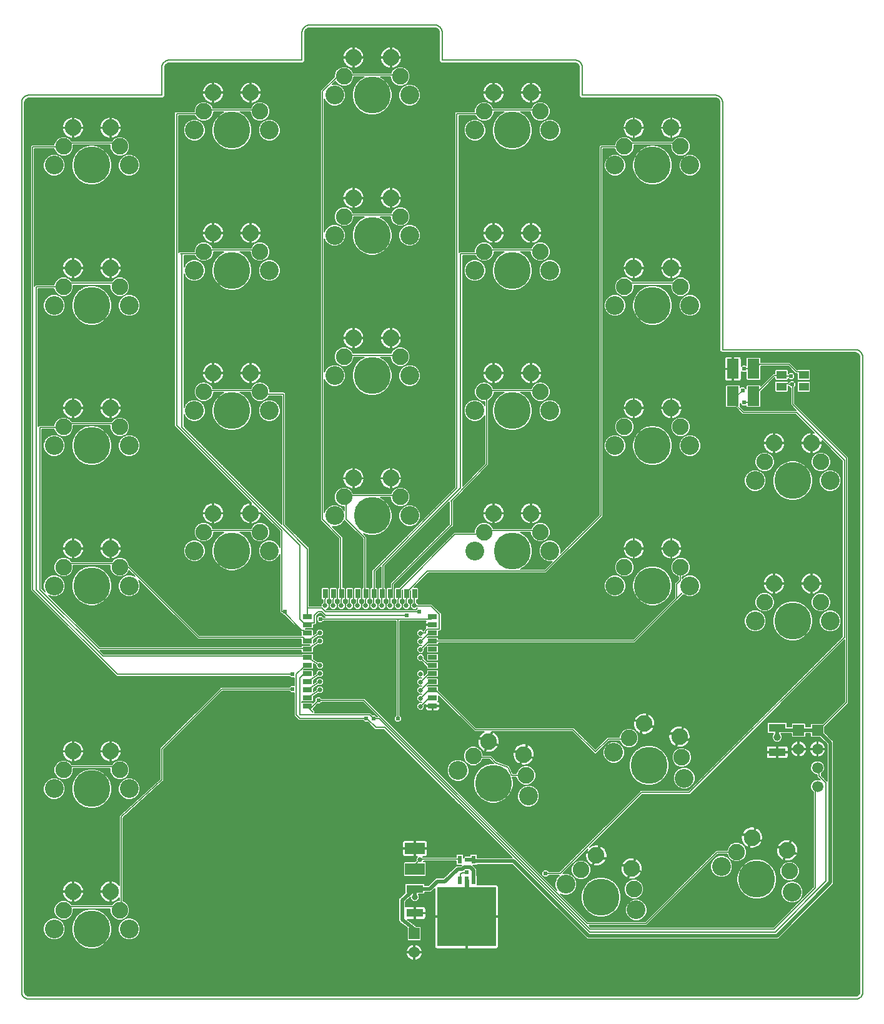
<source format=gtl>
G75*
%MOIN*%
%OFA0B0*%
%FSLAX25Y25*%
%IPPOS*%
%LPD*%
%AMOC8*
5,1,8,0,0,1.08239X$1,22.5*
%
%ADD10C,0.00591*%
%ADD11C,0.08850*%
%ADD12C,0.10050*%
%ADD13C,0.19700*%
%ADD14R,0.02500X0.05000*%
%ADD15R,0.05000X0.02500*%
%ADD16R,0.05512X0.04331*%
%ADD17R,0.05937X0.05937*%
%ADD18C,0.05937*%
%ADD19R,0.02362X0.04331*%
%ADD20R,0.31496X0.31496*%
%ADD21R,0.10630X0.06299*%
%ADD22R,0.06299X0.10630*%
%ADD23R,0.09055X0.04331*%
%ADD24R,0.06000X0.06000*%
%ADD25C,0.06000*%
%ADD26C,0.00600*%
%ADD27C,0.02578*%
%ADD28C,0.02400*%
%ADD29C,0.00500*%
%ADD30C,0.02400*%
%ADD31C,0.03169*%
%ADD32C,0.02000*%
%ADD33C,0.03937*%
D10*
X0089883Y0072166D02*
X0089883Y0546576D01*
X0089885Y0546700D01*
X0089891Y0546823D01*
X0089900Y0546947D01*
X0089914Y0547069D01*
X0089931Y0547192D01*
X0089953Y0547314D01*
X0089978Y0547435D01*
X0090007Y0547555D01*
X0090039Y0547674D01*
X0090076Y0547793D01*
X0090116Y0547910D01*
X0090159Y0548025D01*
X0090207Y0548140D01*
X0090258Y0548252D01*
X0090312Y0548363D01*
X0090370Y0548473D01*
X0090431Y0548580D01*
X0090496Y0548686D01*
X0090564Y0548789D01*
X0090635Y0548890D01*
X0090709Y0548989D01*
X0090786Y0549086D01*
X0090867Y0549180D01*
X0090950Y0549271D01*
X0091036Y0549360D01*
X0091125Y0549446D01*
X0091216Y0549529D01*
X0091310Y0549610D01*
X0091407Y0549687D01*
X0091506Y0549761D01*
X0091607Y0549832D01*
X0091710Y0549900D01*
X0091816Y0549965D01*
X0091923Y0550026D01*
X0092033Y0550084D01*
X0092144Y0550138D01*
X0092256Y0550189D01*
X0092371Y0550237D01*
X0092486Y0550280D01*
X0092603Y0550320D01*
X0092722Y0550357D01*
X0092841Y0550389D01*
X0092961Y0550418D01*
X0093082Y0550443D01*
X0093204Y0550465D01*
X0093327Y0550482D01*
X0093449Y0550496D01*
X0093573Y0550505D01*
X0093696Y0550511D01*
X0093820Y0550513D01*
X0164686Y0550513D01*
X0164686Y0565276D01*
X0164688Y0565400D01*
X0164694Y0565523D01*
X0164703Y0565647D01*
X0164717Y0565769D01*
X0164734Y0565892D01*
X0164756Y0566014D01*
X0164781Y0566135D01*
X0164810Y0566255D01*
X0164842Y0566374D01*
X0164879Y0566493D01*
X0164919Y0566610D01*
X0164962Y0566725D01*
X0165010Y0566840D01*
X0165061Y0566952D01*
X0165115Y0567063D01*
X0165173Y0567173D01*
X0165234Y0567280D01*
X0165299Y0567386D01*
X0165367Y0567489D01*
X0165438Y0567590D01*
X0165512Y0567689D01*
X0165589Y0567786D01*
X0165670Y0567880D01*
X0165753Y0567971D01*
X0165839Y0568060D01*
X0165928Y0568146D01*
X0166019Y0568229D01*
X0166113Y0568310D01*
X0166210Y0568387D01*
X0166309Y0568461D01*
X0166410Y0568532D01*
X0166513Y0568600D01*
X0166619Y0568665D01*
X0166726Y0568726D01*
X0166836Y0568784D01*
X0166947Y0568838D01*
X0167059Y0568889D01*
X0167174Y0568937D01*
X0167289Y0568980D01*
X0167406Y0569020D01*
X0167525Y0569057D01*
X0167644Y0569089D01*
X0167764Y0569118D01*
X0167885Y0569143D01*
X0168007Y0569165D01*
X0168130Y0569182D01*
X0168252Y0569196D01*
X0168376Y0569205D01*
X0168499Y0569211D01*
X0168623Y0569213D01*
X0239489Y0569213D01*
X0239489Y0583977D01*
X0239491Y0584101D01*
X0239497Y0584224D01*
X0239506Y0584348D01*
X0239520Y0584470D01*
X0239537Y0584593D01*
X0239559Y0584715D01*
X0239584Y0584836D01*
X0239613Y0584956D01*
X0239645Y0585075D01*
X0239682Y0585194D01*
X0239722Y0585311D01*
X0239765Y0585426D01*
X0239813Y0585541D01*
X0239864Y0585653D01*
X0239918Y0585764D01*
X0239976Y0585874D01*
X0240037Y0585981D01*
X0240102Y0586087D01*
X0240170Y0586190D01*
X0240241Y0586291D01*
X0240315Y0586390D01*
X0240392Y0586487D01*
X0240473Y0586581D01*
X0240556Y0586672D01*
X0240642Y0586761D01*
X0240731Y0586847D01*
X0240822Y0586930D01*
X0240916Y0587011D01*
X0241013Y0587088D01*
X0241112Y0587162D01*
X0241213Y0587233D01*
X0241316Y0587301D01*
X0241422Y0587366D01*
X0241529Y0587427D01*
X0241639Y0587485D01*
X0241750Y0587539D01*
X0241862Y0587590D01*
X0241977Y0587638D01*
X0242092Y0587681D01*
X0242209Y0587721D01*
X0242328Y0587758D01*
X0242447Y0587790D01*
X0242567Y0587819D01*
X0242688Y0587844D01*
X0242810Y0587866D01*
X0242933Y0587883D01*
X0243055Y0587897D01*
X0243179Y0587906D01*
X0243302Y0587912D01*
X0243426Y0587914D01*
X0310355Y0587914D01*
X0310479Y0587912D01*
X0310602Y0587906D01*
X0310726Y0587897D01*
X0310848Y0587883D01*
X0310971Y0587866D01*
X0311093Y0587844D01*
X0311214Y0587819D01*
X0311334Y0587790D01*
X0311453Y0587758D01*
X0311572Y0587721D01*
X0311689Y0587681D01*
X0311804Y0587638D01*
X0311919Y0587590D01*
X0312031Y0587539D01*
X0312142Y0587485D01*
X0312252Y0587427D01*
X0312359Y0587366D01*
X0312465Y0587301D01*
X0312568Y0587233D01*
X0312669Y0587162D01*
X0312768Y0587088D01*
X0312865Y0587011D01*
X0312959Y0586930D01*
X0313050Y0586847D01*
X0313139Y0586761D01*
X0313225Y0586672D01*
X0313308Y0586581D01*
X0313389Y0586487D01*
X0313466Y0586390D01*
X0313540Y0586291D01*
X0313611Y0586190D01*
X0313679Y0586087D01*
X0313744Y0585981D01*
X0313805Y0585874D01*
X0313863Y0585764D01*
X0313917Y0585653D01*
X0313968Y0585541D01*
X0314016Y0585426D01*
X0314059Y0585311D01*
X0314099Y0585194D01*
X0314136Y0585075D01*
X0314168Y0584956D01*
X0314197Y0584836D01*
X0314222Y0584715D01*
X0314244Y0584593D01*
X0314261Y0584470D01*
X0314275Y0584348D01*
X0314284Y0584224D01*
X0314290Y0584101D01*
X0314292Y0583977D01*
X0314292Y0569213D01*
X0385158Y0569213D01*
X0385282Y0569211D01*
X0385405Y0569205D01*
X0385529Y0569196D01*
X0385651Y0569182D01*
X0385774Y0569165D01*
X0385896Y0569143D01*
X0386017Y0569118D01*
X0386137Y0569089D01*
X0386256Y0569057D01*
X0386375Y0569020D01*
X0386492Y0568980D01*
X0386607Y0568937D01*
X0386722Y0568889D01*
X0386834Y0568838D01*
X0386945Y0568784D01*
X0387055Y0568726D01*
X0387162Y0568665D01*
X0387268Y0568600D01*
X0387371Y0568532D01*
X0387472Y0568461D01*
X0387571Y0568387D01*
X0387668Y0568310D01*
X0387762Y0568229D01*
X0387853Y0568146D01*
X0387942Y0568060D01*
X0388028Y0567971D01*
X0388111Y0567880D01*
X0388192Y0567786D01*
X0388269Y0567689D01*
X0388343Y0567590D01*
X0388414Y0567489D01*
X0388482Y0567386D01*
X0388547Y0567280D01*
X0388608Y0567173D01*
X0388666Y0567063D01*
X0388720Y0566952D01*
X0388771Y0566840D01*
X0388819Y0566725D01*
X0388862Y0566610D01*
X0388902Y0566493D01*
X0388939Y0566374D01*
X0388971Y0566255D01*
X0389000Y0566135D01*
X0389025Y0566014D01*
X0389047Y0565892D01*
X0389064Y0565769D01*
X0389078Y0565647D01*
X0389087Y0565523D01*
X0389093Y0565400D01*
X0389095Y0565276D01*
X0389095Y0550513D01*
X0459961Y0550513D01*
X0460085Y0550511D01*
X0460208Y0550505D01*
X0460332Y0550496D01*
X0460454Y0550482D01*
X0460577Y0550465D01*
X0460699Y0550443D01*
X0460820Y0550418D01*
X0460940Y0550389D01*
X0461059Y0550357D01*
X0461178Y0550320D01*
X0461295Y0550280D01*
X0461410Y0550237D01*
X0461525Y0550189D01*
X0461637Y0550138D01*
X0461748Y0550084D01*
X0461858Y0550026D01*
X0461965Y0549965D01*
X0462071Y0549900D01*
X0462174Y0549832D01*
X0462275Y0549761D01*
X0462374Y0549687D01*
X0462471Y0549610D01*
X0462565Y0549529D01*
X0462656Y0549446D01*
X0462745Y0549360D01*
X0462831Y0549271D01*
X0462914Y0549180D01*
X0462995Y0549086D01*
X0463072Y0548989D01*
X0463146Y0548890D01*
X0463217Y0548789D01*
X0463285Y0548686D01*
X0463350Y0548580D01*
X0463411Y0548473D01*
X0463469Y0548363D01*
X0463523Y0548252D01*
X0463574Y0548140D01*
X0463622Y0548025D01*
X0463665Y0547910D01*
X0463705Y0547793D01*
X0463742Y0547674D01*
X0463774Y0547555D01*
X0463803Y0547435D01*
X0463828Y0547314D01*
X0463850Y0547192D01*
X0463867Y0547069D01*
X0463881Y0546947D01*
X0463890Y0546823D01*
X0463896Y0546700D01*
X0463898Y0546576D01*
X0463898Y0414686D01*
X0534765Y0414686D01*
X0534889Y0414684D01*
X0535012Y0414678D01*
X0535136Y0414669D01*
X0535258Y0414655D01*
X0535381Y0414638D01*
X0535503Y0414616D01*
X0535624Y0414591D01*
X0535744Y0414562D01*
X0535863Y0414530D01*
X0535982Y0414493D01*
X0536099Y0414453D01*
X0536214Y0414410D01*
X0536329Y0414362D01*
X0536441Y0414311D01*
X0536552Y0414257D01*
X0536662Y0414199D01*
X0536769Y0414138D01*
X0536875Y0414073D01*
X0536978Y0414005D01*
X0537079Y0413934D01*
X0537178Y0413860D01*
X0537275Y0413783D01*
X0537369Y0413702D01*
X0537460Y0413619D01*
X0537549Y0413533D01*
X0537635Y0413444D01*
X0537718Y0413353D01*
X0537799Y0413259D01*
X0537876Y0413162D01*
X0537950Y0413063D01*
X0538021Y0412962D01*
X0538089Y0412859D01*
X0538154Y0412753D01*
X0538215Y0412646D01*
X0538273Y0412536D01*
X0538327Y0412425D01*
X0538378Y0412313D01*
X0538426Y0412198D01*
X0538469Y0412083D01*
X0538509Y0411966D01*
X0538546Y0411847D01*
X0538578Y0411728D01*
X0538607Y0411608D01*
X0538632Y0411487D01*
X0538654Y0411365D01*
X0538671Y0411242D01*
X0538685Y0411120D01*
X0538694Y0410996D01*
X0538700Y0410873D01*
X0538702Y0410749D01*
X0538702Y0072166D01*
X0538700Y0072042D01*
X0538694Y0071919D01*
X0538685Y0071795D01*
X0538671Y0071673D01*
X0538654Y0071550D01*
X0538632Y0071428D01*
X0538607Y0071307D01*
X0538578Y0071187D01*
X0538546Y0071068D01*
X0538509Y0070949D01*
X0538469Y0070832D01*
X0538426Y0070717D01*
X0538378Y0070602D01*
X0538327Y0070490D01*
X0538273Y0070379D01*
X0538215Y0070269D01*
X0538154Y0070162D01*
X0538089Y0070056D01*
X0538021Y0069953D01*
X0537950Y0069852D01*
X0537876Y0069753D01*
X0537799Y0069656D01*
X0537718Y0069562D01*
X0537635Y0069471D01*
X0537549Y0069382D01*
X0537460Y0069296D01*
X0537369Y0069213D01*
X0537275Y0069132D01*
X0537178Y0069055D01*
X0537079Y0068981D01*
X0536978Y0068910D01*
X0536875Y0068842D01*
X0536769Y0068777D01*
X0536662Y0068716D01*
X0536552Y0068658D01*
X0536441Y0068604D01*
X0536329Y0068553D01*
X0536214Y0068505D01*
X0536099Y0068462D01*
X0535982Y0068422D01*
X0535863Y0068385D01*
X0535744Y0068353D01*
X0535624Y0068324D01*
X0535503Y0068299D01*
X0535381Y0068277D01*
X0535258Y0068260D01*
X0535136Y0068246D01*
X0535012Y0068237D01*
X0534889Y0068231D01*
X0534765Y0068229D01*
X0093820Y0068229D01*
X0093696Y0068231D01*
X0093573Y0068237D01*
X0093449Y0068246D01*
X0093327Y0068260D01*
X0093204Y0068277D01*
X0093082Y0068299D01*
X0092961Y0068324D01*
X0092841Y0068353D01*
X0092722Y0068385D01*
X0092603Y0068422D01*
X0092486Y0068462D01*
X0092371Y0068505D01*
X0092256Y0068553D01*
X0092144Y0068604D01*
X0092033Y0068658D01*
X0091923Y0068716D01*
X0091816Y0068777D01*
X0091710Y0068842D01*
X0091607Y0068910D01*
X0091506Y0068981D01*
X0091407Y0069055D01*
X0091310Y0069132D01*
X0091216Y0069213D01*
X0091125Y0069296D01*
X0091036Y0069382D01*
X0090950Y0069471D01*
X0090867Y0069562D01*
X0090786Y0069656D01*
X0090709Y0069753D01*
X0090635Y0069852D01*
X0090564Y0069953D01*
X0090496Y0070056D01*
X0090431Y0070162D01*
X0090370Y0070269D01*
X0090312Y0070379D01*
X0090258Y0070490D01*
X0090207Y0070602D01*
X0090159Y0070717D01*
X0090116Y0070832D01*
X0090076Y0070949D01*
X0090039Y0071068D01*
X0090007Y0071187D01*
X0089978Y0071307D01*
X0089953Y0071428D01*
X0089931Y0071550D01*
X0089914Y0071673D01*
X0089900Y0071795D01*
X0089891Y0071919D01*
X0089885Y0072042D01*
X0089883Y0072166D01*
D11*
X0112284Y0115631D03*
X0117284Y0125631D03*
X0137284Y0125631D03*
X0142284Y0115631D03*
X0142284Y0190434D03*
X0137284Y0200434D03*
X0117284Y0200434D03*
X0112284Y0190434D03*
X0112284Y0298702D03*
X0117284Y0308702D03*
X0137284Y0308702D03*
X0142284Y0298702D03*
X0187087Y0317402D03*
X0192087Y0327402D03*
X0212087Y0327402D03*
X0217087Y0317402D03*
X0261891Y0336103D03*
X0266891Y0346103D03*
X0286891Y0346103D03*
X0291891Y0336103D03*
X0336694Y0317402D03*
X0341694Y0327402D03*
X0361694Y0327402D03*
X0366694Y0317402D03*
X0411497Y0298702D03*
X0416497Y0308702D03*
X0436497Y0308702D03*
X0441497Y0298702D03*
X0486300Y0280001D03*
X0491300Y0290001D03*
X0511300Y0290001D03*
X0516300Y0280001D03*
X0516300Y0354804D03*
X0511300Y0364804D03*
X0491300Y0364804D03*
X0486300Y0354804D03*
X0441497Y0373505D03*
X0436497Y0383505D03*
X0416497Y0383505D03*
X0411497Y0373505D03*
X0366694Y0392206D03*
X0361694Y0402206D03*
X0341694Y0402206D03*
X0336694Y0392206D03*
X0291891Y0410906D03*
X0286891Y0420906D03*
X0266891Y0420906D03*
X0261891Y0410906D03*
X0217087Y0392206D03*
X0212087Y0402206D03*
X0192087Y0402206D03*
X0187087Y0392206D03*
X0142284Y0373505D03*
X0137284Y0383505D03*
X0117284Y0383505D03*
X0112284Y0373505D03*
X0112284Y0448308D03*
X0117284Y0458308D03*
X0137284Y0458308D03*
X0142284Y0448308D03*
X0187087Y0467009D03*
X0192087Y0477009D03*
X0212087Y0477009D03*
X0217087Y0467009D03*
X0261891Y0485709D03*
X0266891Y0495709D03*
X0286891Y0495709D03*
X0291891Y0485709D03*
X0336694Y0467009D03*
X0341694Y0477009D03*
X0361694Y0477009D03*
X0366694Y0467009D03*
X0411497Y0448308D03*
X0416497Y0458308D03*
X0436497Y0458308D03*
X0441497Y0448308D03*
X0441497Y0523111D03*
X0436497Y0533111D03*
X0416497Y0533111D03*
X0411497Y0523111D03*
X0366694Y0541812D03*
X0361694Y0551812D03*
X0341694Y0551812D03*
X0336694Y0541812D03*
X0291891Y0560513D03*
X0286891Y0570513D03*
X0266891Y0570513D03*
X0261891Y0560513D03*
X0217087Y0541812D03*
X0212087Y0551812D03*
X0192087Y0551812D03*
X0187087Y0541812D03*
X0142284Y0523111D03*
X0137284Y0533111D03*
X0117284Y0533111D03*
X0112284Y0523111D03*
X0413952Y0207445D03*
X0422071Y0215132D03*
X0440864Y0208292D03*
X0442143Y0197185D03*
X0479570Y0154402D03*
X0471452Y0146715D03*
X0498364Y0147561D03*
X0499643Y0136454D03*
X0416559Y0126893D03*
X0415280Y0138000D03*
X0396486Y0144840D03*
X0388368Y0137153D03*
X0359059Y0187623D03*
X0357780Y0198730D03*
X0338987Y0205570D03*
X0330868Y0197883D03*
D12*
X0322749Y0190197D03*
X0360337Y0176516D03*
X0405833Y0199758D03*
X0443421Y0186078D03*
X0463333Y0139028D03*
X0500921Y0125347D03*
X0417837Y0115786D03*
X0380249Y0129466D03*
X0481300Y0270001D03*
X0446497Y0288702D03*
X0406497Y0288702D03*
X0371694Y0307402D03*
X0331694Y0307402D03*
X0296891Y0326103D03*
X0256891Y0326103D03*
X0222087Y0307402D03*
X0182087Y0307402D03*
X0147284Y0288702D03*
X0107284Y0288702D03*
X0107284Y0363505D03*
X0147284Y0363505D03*
X0182087Y0382206D03*
X0222087Y0382206D03*
X0256891Y0400906D03*
X0296891Y0400906D03*
X0331694Y0382206D03*
X0371694Y0382206D03*
X0406497Y0363505D03*
X0446497Y0363505D03*
X0481300Y0344804D03*
X0521300Y0344804D03*
X0521300Y0270001D03*
X0446497Y0438308D03*
X0406497Y0438308D03*
X0371694Y0457009D03*
X0331694Y0457009D03*
X0296891Y0475709D03*
X0256891Y0475709D03*
X0222087Y0457009D03*
X0182087Y0457009D03*
X0147284Y0438308D03*
X0107284Y0438308D03*
X0107284Y0513111D03*
X0147284Y0513111D03*
X0182087Y0531812D03*
X0222087Y0531812D03*
X0256891Y0550513D03*
X0296891Y0550513D03*
X0331694Y0531812D03*
X0371694Y0531812D03*
X0406497Y0513111D03*
X0446497Y0513111D03*
X0147284Y0180434D03*
X0107284Y0180434D03*
X0107284Y0105631D03*
X0147284Y0105631D03*
D13*
X0127284Y0105631D03*
X0127284Y0180434D03*
X0127284Y0288702D03*
X0127284Y0363505D03*
X0127284Y0438308D03*
X0202087Y0457009D03*
X0202087Y0531812D03*
X0127284Y0513111D03*
X0202087Y0382206D03*
X0202087Y0307402D03*
X0276891Y0326103D03*
X0276891Y0400906D03*
X0351694Y0382206D03*
X0351694Y0307402D03*
X0426497Y0288702D03*
X0426497Y0363505D03*
X0426497Y0438308D03*
X0426497Y0513111D03*
X0351694Y0531812D03*
X0351694Y0457009D03*
X0276891Y0475709D03*
X0276891Y0550513D03*
X0501300Y0344804D03*
X0501300Y0270001D03*
X0424627Y0192918D03*
X0482127Y0132188D03*
X0399043Y0122626D03*
X0341543Y0183356D03*
D14*
X0299528Y0284568D03*
X0295198Y0284568D03*
X0290867Y0284568D03*
X0286536Y0284568D03*
X0282206Y0284568D03*
X0277875Y0284568D03*
X0273544Y0284568D03*
X0269213Y0284568D03*
X0264883Y0284568D03*
X0260552Y0284568D03*
X0256221Y0284568D03*
X0251891Y0284568D03*
D15*
X0242245Y0272166D03*
X0242245Y0267835D03*
X0242245Y0263505D03*
X0242245Y0259174D03*
X0242245Y0254843D03*
X0242245Y0250513D03*
X0242245Y0246182D03*
X0242245Y0241851D03*
X0242245Y0237520D03*
X0242245Y0233190D03*
X0242245Y0228859D03*
X0242245Y0224528D03*
X0309174Y0224528D03*
X0309174Y0228859D03*
X0309174Y0233190D03*
X0309174Y0237520D03*
X0309174Y0241851D03*
X0309174Y0246182D03*
X0309174Y0250513D03*
X0309174Y0254843D03*
X0309174Y0259174D03*
X0309174Y0263505D03*
X0309174Y0267835D03*
X0309174Y0272166D03*
D16*
X0495394Y0395001D03*
X0495394Y0401300D03*
X0507206Y0401300D03*
X0507206Y0395001D03*
D17*
X0514528Y0211654D03*
D18*
X0514528Y0201654D03*
X0514528Y0191654D03*
X0514528Y0181654D03*
D19*
X0331024Y0142639D03*
X0323544Y0142639D03*
X0323544Y0131615D03*
X0327284Y0131615D03*
X0331024Y0131615D03*
D20*
X0327284Y0112127D03*
D21*
X0299725Y0137520D03*
X0299725Y0148544D03*
D22*
X0469410Y0389883D03*
X0480434Y0389883D03*
X0480434Y0404450D03*
X0469410Y0404450D03*
D23*
X0493032Y0212914D03*
X0493032Y0199922D03*
X0299725Y0127087D03*
X0299725Y0114095D03*
D24*
X0299331Y0103150D03*
X0504450Y0211654D03*
D25*
X0504450Y0201654D03*
X0299331Y0093150D03*
D26*
X0299031Y0093367D02*
X0091478Y0093367D01*
X0091478Y0093965D02*
X0295107Y0093965D01*
X0295137Y0094157D02*
X0295031Y0093489D01*
X0295031Y0093450D01*
X0299031Y0093450D01*
X0299031Y0092850D01*
X0295031Y0092850D01*
X0295031Y0092812D01*
X0295137Y0092143D01*
X0295347Y0091500D01*
X0295654Y0090897D01*
X0296052Y0090349D01*
X0296530Y0089871D01*
X0297078Y0089473D01*
X0297681Y0089165D01*
X0298325Y0088956D01*
X0298993Y0088850D01*
X0299031Y0088850D01*
X0299031Y0092850D01*
X0299631Y0092850D01*
X0299631Y0088850D01*
X0299670Y0088850D01*
X0300338Y0088956D01*
X0300982Y0089165D01*
X0301585Y0089473D01*
X0302133Y0089871D01*
X0302611Y0090349D01*
X0303009Y0090897D01*
X0303316Y0091500D01*
X0303526Y0092143D01*
X0303631Y0092812D01*
X0303631Y0092850D01*
X0299632Y0092850D01*
X0299632Y0093450D01*
X0303631Y0093450D01*
X0303631Y0093489D01*
X0303526Y0094157D01*
X0303316Y0094801D01*
X0303009Y0095404D01*
X0302611Y0095952D01*
X0302133Y0096430D01*
X0301585Y0096828D01*
X0300982Y0097135D01*
X0300338Y0097345D01*
X0299670Y0097450D01*
X0299631Y0097450D01*
X0299631Y0093450D01*
X0299031Y0093450D01*
X0299031Y0097450D01*
X0298993Y0097450D01*
X0298325Y0097345D01*
X0297681Y0097135D01*
X0297078Y0096828D01*
X0296530Y0096430D01*
X0296052Y0095952D01*
X0295654Y0095404D01*
X0295347Y0094801D01*
X0295137Y0094157D01*
X0295269Y0094564D02*
X0091478Y0094564D01*
X0091478Y0095162D02*
X0125205Y0095162D01*
X0125882Y0094981D02*
X0123173Y0095706D01*
X0120745Y0097109D01*
X0118762Y0099091D01*
X0117360Y0101520D01*
X0116634Y0104229D01*
X0116634Y0107033D01*
X0117360Y0109741D01*
X0118762Y0112170D01*
X0120745Y0114153D01*
X0123173Y0115555D01*
X0125882Y0116281D01*
X0128686Y0116281D01*
X0131395Y0115555D01*
X0133823Y0114153D01*
X0135806Y0112170D01*
X0137208Y0109741D01*
X0137934Y0107033D01*
X0137934Y0104229D01*
X0137208Y0101520D01*
X0135806Y0099091D01*
X0133823Y0097109D01*
X0131395Y0095706D01*
X0128686Y0094981D01*
X0125882Y0094981D01*
X0123080Y0095761D02*
X0091478Y0095761D01*
X0091478Y0096359D02*
X0122043Y0096359D01*
X0121006Y0096958D02*
X0091478Y0096958D01*
X0091478Y0097556D02*
X0120297Y0097556D01*
X0119699Y0098155D02*
X0091478Y0098155D01*
X0091478Y0098753D02*
X0119100Y0098753D01*
X0118612Y0099352D02*
X0091478Y0099352D01*
X0091478Y0099950D02*
X0105777Y0099950D01*
X0106126Y0099806D02*
X0108443Y0099806D01*
X0110584Y0100693D01*
X0112222Y0102331D01*
X0113109Y0104472D01*
X0113109Y0106789D01*
X0112222Y0108930D01*
X0110584Y0110569D01*
X0108443Y0111456D01*
X0106126Y0111456D01*
X0103985Y0110569D01*
X0102346Y0108930D01*
X0101459Y0106789D01*
X0101459Y0104472D01*
X0102346Y0102331D01*
X0103985Y0100693D01*
X0106126Y0099806D01*
X0104332Y0100549D02*
X0091478Y0100549D01*
X0091478Y0101147D02*
X0103530Y0101147D01*
X0102931Y0101746D02*
X0091478Y0101746D01*
X0091478Y0102344D02*
X0102341Y0102344D01*
X0102093Y0102943D02*
X0091478Y0102943D01*
X0091478Y0103541D02*
X0101845Y0103541D01*
X0101597Y0104140D02*
X0091478Y0104140D01*
X0091478Y0104738D02*
X0101459Y0104738D01*
X0101459Y0105337D02*
X0091478Y0105337D01*
X0091478Y0105935D02*
X0101459Y0105935D01*
X0101459Y0106534D02*
X0091478Y0106534D01*
X0091478Y0107132D02*
X0101601Y0107132D01*
X0101849Y0107731D02*
X0091478Y0107731D01*
X0091478Y0108329D02*
X0102097Y0108329D01*
X0102345Y0108928D02*
X0091478Y0108928D01*
X0091478Y0109526D02*
X0102942Y0109526D01*
X0103541Y0110125D02*
X0091478Y0110125D01*
X0091478Y0110723D02*
X0104358Y0110723D01*
X0105803Y0111322D02*
X0091478Y0111322D01*
X0091478Y0111920D02*
X0108605Y0111920D01*
X0108766Y0111322D02*
X0109204Y0111322D01*
X0109325Y0111201D02*
X0111245Y0110406D01*
X0113324Y0110406D01*
X0115244Y0111201D01*
X0116714Y0112671D01*
X0117509Y0114591D01*
X0117509Y0116392D01*
X0137059Y0116392D01*
X0137059Y0114591D01*
X0137855Y0112671D01*
X0139325Y0111201D01*
X0141245Y0110406D01*
X0143324Y0110406D01*
X0145244Y0111201D01*
X0146714Y0112671D01*
X0147509Y0114591D01*
X0147509Y0116670D01*
X0146714Y0118590D01*
X0145244Y0120060D01*
X0144082Y0120541D01*
X0144082Y0165009D01*
X0165092Y0184108D01*
X0165121Y0184108D01*
X0165410Y0184398D01*
X0165714Y0184674D01*
X0165715Y0184703D01*
X0165736Y0184723D01*
X0165736Y0185133D01*
X0165755Y0185543D01*
X0165736Y0185564D01*
X0165736Y0201259D01*
X0197010Y0232533D01*
X0232592Y0232533D01*
X0233542Y0231583D01*
X0235199Y0231583D01*
X0235289Y0231674D01*
X0235289Y0219369D01*
X0237258Y0217401D01*
X0237873Y0216785D01*
X0271963Y0216785D01*
X0272913Y0215835D01*
X0274569Y0215835D01*
X0274610Y0215876D01*
X0277809Y0212676D01*
X0278424Y0212061D01*
X0283150Y0212061D01*
X0351806Y0143651D01*
X0333005Y0143651D01*
X0333005Y0145135D01*
X0332537Y0145604D01*
X0329512Y0145604D01*
X0329043Y0145135D01*
X0329043Y0144439D01*
X0328313Y0144439D01*
X0328113Y0144639D01*
X0326456Y0144639D01*
X0325525Y0143708D01*
X0325525Y0145135D01*
X0325057Y0145604D01*
X0322032Y0145604D01*
X0321563Y0145135D01*
X0321563Y0144082D01*
X0303992Y0144082D01*
X0303979Y0144094D01*
X0305211Y0144094D01*
X0305542Y0144183D01*
X0305838Y0144354D01*
X0306080Y0144596D01*
X0306252Y0144893D01*
X0306340Y0145223D01*
X0306340Y0148244D01*
X0300025Y0148244D01*
X0300025Y0144094D01*
X0300983Y0144094D01*
X0300392Y0143504D01*
X0300392Y0142035D01*
X0299828Y0141470D01*
X0294079Y0141470D01*
X0293610Y0141001D01*
X0293610Y0134039D01*
X0294079Y0133571D01*
X0305372Y0133571D01*
X0305840Y0134039D01*
X0305840Y0141001D01*
X0305372Y0141470D01*
X0304267Y0141470D01*
X0304570Y0141773D01*
X0304570Y0141982D01*
X0321563Y0141982D01*
X0321563Y0140142D01*
X0322032Y0139673D01*
X0324648Y0139673D01*
X0324366Y0139391D01*
X0324295Y0139320D01*
X0322586Y0139320D01*
X0321867Y0139342D01*
X0321845Y0139320D01*
X0321814Y0139320D01*
X0321306Y0138812D01*
X0314934Y0132803D01*
X0310853Y0132803D01*
X0306938Y0128887D01*
X0305053Y0128887D01*
X0305053Y0129584D01*
X0304584Y0130053D01*
X0294866Y0130053D01*
X0294398Y0129584D01*
X0294398Y0124778D01*
X0292228Y0122860D01*
X0292165Y0122860D01*
X0291676Y0122372D01*
X0291159Y0121914D01*
X0291155Y0121851D01*
X0291110Y0121805D01*
X0291110Y0121115D01*
X0291068Y0120426D01*
X0291110Y0120378D01*
X0291110Y0111124D01*
X0291024Y0111010D01*
X0291110Y0110396D01*
X0291110Y0109776D01*
X0291211Y0109675D01*
X0291231Y0109534D01*
X0291726Y0109160D01*
X0292165Y0108721D01*
X0292307Y0108721D01*
X0295531Y0106288D01*
X0295531Y0099819D01*
X0296000Y0099350D01*
X0302663Y0099350D01*
X0303131Y0099819D01*
X0303131Y0106482D01*
X0302663Y0106950D01*
X0300629Y0106950D01*
X0300516Y0107036D01*
X0300077Y0107475D01*
X0299935Y0107475D01*
X0295754Y0110630D01*
X0299425Y0110630D01*
X0299425Y0113795D01*
X0300025Y0113795D01*
X0300025Y0110630D01*
X0304424Y0110630D01*
X0304755Y0110719D01*
X0305051Y0110890D01*
X0305293Y0111132D01*
X0305464Y0111428D01*
X0305553Y0111759D01*
X0305553Y0113795D01*
X0300025Y0113795D01*
X0300025Y0114395D01*
X0305553Y0114395D01*
X0305553Y0116432D01*
X0305464Y0116762D01*
X0305293Y0117059D01*
X0305051Y0117301D01*
X0304755Y0117472D01*
X0304424Y0117561D01*
X0300025Y0117561D01*
X0300025Y0114395D01*
X0299425Y0114395D01*
X0299425Y0117561D01*
X0295026Y0117561D01*
X0294710Y0117476D01*
X0294710Y0120249D01*
X0297341Y0122576D01*
X0297341Y0121572D01*
X0298738Y0120176D01*
X0300713Y0120176D01*
X0302109Y0121572D01*
X0302109Y0123547D01*
X0301535Y0124122D01*
X0304584Y0124122D01*
X0305053Y0124591D01*
X0305053Y0125287D01*
X0308429Y0125287D01*
X0310236Y0127095D01*
X0310236Y0112427D01*
X0326984Y0112427D01*
X0326984Y0128150D01*
X0326994Y0128150D01*
X0326994Y0131324D01*
X0327575Y0131324D01*
X0327575Y0128150D01*
X0327584Y0128150D01*
X0327584Y0112427D01*
X0326984Y0112427D01*
X0326984Y0111827D01*
X0310236Y0111827D01*
X0310236Y0096208D01*
X0310325Y0095877D01*
X0310496Y0095581D01*
X0310738Y0095338D01*
X0311034Y0095167D01*
X0311365Y0095079D01*
X0326984Y0095079D01*
X0326984Y0111827D01*
X0327584Y0111827D01*
X0327584Y0095079D01*
X0343203Y0095079D01*
X0343534Y0095167D01*
X0343830Y0095338D01*
X0344073Y0095581D01*
X0344244Y0095877D01*
X0344332Y0096208D01*
X0344332Y0111827D01*
X0327584Y0111827D01*
X0327584Y0112427D01*
X0344332Y0112427D01*
X0344332Y0128046D01*
X0344244Y0128377D01*
X0344073Y0128673D01*
X0343830Y0128915D01*
X0343534Y0129086D01*
X0343203Y0129175D01*
X0333005Y0129175D01*
X0333005Y0134112D01*
X0332824Y0134293D01*
X0332824Y0137676D01*
X0330827Y0139673D01*
X0332537Y0139673D01*
X0332915Y0140051D01*
X0351623Y0140051D01*
X0391562Y0100112D01*
X0493603Y0100112D01*
X0494657Y0101167D01*
X0523179Y0129688D01*
X0523179Y0204101D01*
X0523181Y0204103D01*
X0523179Y0204848D01*
X0523179Y0205589D01*
X0523177Y0205591D01*
X0523177Y0205594D01*
X0522649Y0206119D01*
X0522124Y0206643D01*
X0522121Y0206643D01*
X0518297Y0210446D01*
X0518297Y0213269D01*
X0531090Y0226062D01*
X0531090Y0357247D01*
X0530475Y0357862D01*
X0502350Y0385987D01*
X0502350Y0394797D01*
X0502906Y0395353D01*
X0502906Y0397010D01*
X0501735Y0398182D01*
X0500078Y0398182D01*
X0499294Y0397398D01*
X0498950Y0397433D01*
X0498950Y0397498D01*
X0498482Y0397966D01*
X0492307Y0397966D01*
X0491839Y0397498D01*
X0491839Y0392504D01*
X0492307Y0392035D01*
X0498482Y0392035D01*
X0498950Y0392504D01*
X0498950Y0395309D01*
X0500078Y0394182D01*
X0500250Y0394182D01*
X0500250Y0385117D01*
X0503096Y0382271D01*
X0475357Y0382271D01*
X0473360Y0384268D01*
X0473360Y0385861D01*
X0474487Y0384733D01*
X0476144Y0384733D01*
X0476484Y0385073D01*
X0476484Y0384236D01*
X0476953Y0383768D01*
X0483915Y0383768D01*
X0484383Y0384236D01*
X0484383Y0392347D01*
X0491839Y0399802D01*
X0491839Y0398803D01*
X0492307Y0398335D01*
X0498482Y0398335D01*
X0498950Y0398803D01*
X0498950Y0399246D01*
X0499684Y0398513D01*
X0501341Y0398513D01*
X0502513Y0399684D01*
X0502513Y0401341D01*
X0501341Y0402513D01*
X0499684Y0402513D01*
X0498950Y0401779D01*
X0498950Y0403797D01*
X0498482Y0404265D01*
X0492307Y0404265D01*
X0491839Y0403797D01*
X0491839Y0401956D01*
X0491023Y0401956D01*
X0484383Y0395317D01*
X0484383Y0395529D01*
X0483915Y0395998D01*
X0476953Y0395998D01*
X0476484Y0395529D01*
X0476484Y0393905D01*
X0475357Y0395032D01*
X0473700Y0395032D01*
X0473360Y0394692D01*
X0473360Y0395529D01*
X0472891Y0395998D01*
X0465929Y0395998D01*
X0465461Y0395529D01*
X0465461Y0384236D01*
X0465929Y0383768D01*
X0470891Y0383768D01*
X0474487Y0380171D01*
X0502834Y0380171D01*
X0512612Y0370392D01*
X0511751Y0370529D01*
X0511600Y0370529D01*
X0511600Y0365104D01*
X0511000Y0365104D01*
X0511000Y0370529D01*
X0510849Y0370529D01*
X0509959Y0370388D01*
X0509102Y0370109D01*
X0508299Y0369700D01*
X0507570Y0369171D01*
X0506933Y0368534D01*
X0506404Y0367804D01*
X0505994Y0367002D01*
X0505716Y0366145D01*
X0505575Y0365255D01*
X0505575Y0365104D01*
X0511000Y0365104D01*
X0511000Y0364504D01*
X0505575Y0364504D01*
X0505575Y0364353D01*
X0505716Y0363463D01*
X0505994Y0362606D01*
X0506404Y0361803D01*
X0506933Y0361074D01*
X0507570Y0360437D01*
X0508299Y0359907D01*
X0509102Y0359498D01*
X0509959Y0359220D01*
X0510849Y0359079D01*
X0511000Y0359079D01*
X0511000Y0364504D01*
X0511600Y0364504D01*
X0511600Y0365104D01*
X0517025Y0365104D01*
X0517025Y0365255D01*
X0516888Y0366116D01*
X0527809Y0355196D01*
X0527809Y0261577D01*
X0445747Y0179515D01*
X0420156Y0179515D01*
X0419541Y0178900D01*
X0376849Y0136208D01*
X0371189Y0136208D01*
X0370239Y0137158D01*
X0368582Y0137158D01*
X0367410Y0135987D01*
X0367410Y0134330D01*
X0368582Y0133158D01*
X0370239Y0133158D01*
X0371189Y0134108D01*
X0376653Y0134108D01*
X0375311Y0132766D01*
X0374424Y0130625D01*
X0374424Y0128308D01*
X0375207Y0126417D01*
X0272896Y0228728D01*
X0250126Y0228728D01*
X0249176Y0229678D01*
X0247519Y0229678D01*
X0246347Y0228506D01*
X0246347Y0227163D01*
X0245419Y0226235D01*
X0245076Y0226578D01*
X0239414Y0226578D01*
X0239358Y0226523D01*
X0239358Y0226865D01*
X0239414Y0226809D01*
X0245076Y0226809D01*
X0245545Y0227278D01*
X0245545Y0229695D01*
X0248022Y0231308D01*
X0248151Y0231180D01*
X0249882Y0231180D01*
X0251105Y0232403D01*
X0251105Y0234134D01*
X0249882Y0235357D01*
X0248151Y0235357D01*
X0246928Y0234134D01*
X0246928Y0233221D01*
X0245545Y0232321D01*
X0245545Y0234026D01*
X0248022Y0235639D01*
X0248151Y0235510D01*
X0249882Y0235510D01*
X0251105Y0236734D01*
X0251105Y0238464D01*
X0249882Y0239688D01*
X0248151Y0239688D01*
X0246928Y0238464D01*
X0246928Y0237552D01*
X0245545Y0236651D01*
X0245545Y0238357D01*
X0248022Y0239970D01*
X0248151Y0239841D01*
X0249882Y0239841D01*
X0251105Y0241065D01*
X0251105Y0242795D01*
X0249882Y0244019D01*
X0248151Y0244019D01*
X0246928Y0242795D01*
X0246928Y0241882D01*
X0245545Y0240982D01*
X0245545Y0243433D01*
X0245076Y0243901D01*
X0240268Y0243901D01*
X0240499Y0244132D01*
X0245076Y0244132D01*
X0245545Y0244601D01*
X0245545Y0247142D01*
X0246928Y0246273D01*
X0246928Y0245395D01*
X0248151Y0244172D01*
X0249882Y0244172D01*
X0251105Y0245395D01*
X0251105Y0247126D01*
X0249882Y0248350D01*
X0248151Y0248350D01*
X0248000Y0248198D01*
X0245545Y0249739D01*
X0245545Y0252094D01*
X0245076Y0252563D01*
X0239414Y0252563D01*
X0239201Y0252350D01*
X0133625Y0252350D01*
X0131788Y0254187D01*
X0238945Y0254187D01*
X0238945Y0253262D01*
X0239414Y0252793D01*
X0245076Y0252793D01*
X0245545Y0253262D01*
X0245545Y0255679D01*
X0248022Y0257293D01*
X0248151Y0257164D01*
X0249882Y0257164D01*
X0251105Y0258387D01*
X0251105Y0260118D01*
X0249882Y0261342D01*
X0248151Y0261342D01*
X0246928Y0260118D01*
X0246928Y0259205D01*
X0245545Y0258305D01*
X0245545Y0260010D01*
X0248022Y0261623D01*
X0248151Y0261494D01*
X0249882Y0261494D01*
X0251105Y0262718D01*
X0251105Y0264449D01*
X0249882Y0265672D01*
X0248151Y0265672D01*
X0246928Y0264449D01*
X0246928Y0263536D01*
X0245545Y0262635D01*
X0245545Y0265086D01*
X0245076Y0265555D01*
X0241483Y0265555D01*
X0241252Y0265785D01*
X0245076Y0265785D01*
X0245545Y0266254D01*
X0245545Y0267967D01*
X0246617Y0267967D01*
X0247232Y0268582D01*
X0247232Y0272519D01*
X0248585Y0273872D01*
X0249684Y0273872D01*
X0251521Y0272035D01*
X0251110Y0272035D01*
X0250160Y0272985D01*
X0248503Y0272985D01*
X0247331Y0271813D01*
X0247331Y0270157D01*
X0248503Y0268985D01*
X0250160Y0268985D01*
X0251110Y0269935D01*
X0289620Y0269935D01*
X0289620Y0219614D01*
X0288670Y0218664D01*
X0288670Y0217007D01*
X0289842Y0215835D01*
X0291498Y0215835D01*
X0292670Y0217007D01*
X0292670Y0218664D01*
X0291720Y0219614D01*
X0291720Y0269935D01*
X0305685Y0269935D01*
X0305634Y0269884D01*
X0305463Y0269587D01*
X0305374Y0269257D01*
X0305374Y0268135D01*
X0308874Y0268135D01*
X0308874Y0267535D01*
X0305374Y0267535D01*
X0305374Y0266414D01*
X0305459Y0266097D01*
X0305368Y0266007D01*
X0304384Y0265022D01*
X0304384Y0264655D01*
X0303583Y0265456D01*
X0301852Y0265456D01*
X0300628Y0264232D01*
X0300628Y0262502D01*
X0301852Y0261278D01*
X0303403Y0261278D01*
X0303251Y0261125D01*
X0301852Y0261125D01*
X0300628Y0259902D01*
X0300628Y0258171D01*
X0301852Y0256947D01*
X0303403Y0256947D01*
X0303251Y0256794D01*
X0301852Y0256794D01*
X0300628Y0255571D01*
X0300628Y0253840D01*
X0301852Y0252617D01*
X0303583Y0252617D01*
X0304806Y0253840D01*
X0304806Y0255239D01*
X0305874Y0256307D01*
X0305874Y0253262D01*
X0306343Y0252793D01*
X0312005Y0252793D01*
X0312474Y0253262D01*
X0312474Y0256425D01*
X0312005Y0256893D01*
X0306461Y0256893D01*
X0306691Y0257124D01*
X0312005Y0257124D01*
X0312474Y0257593D01*
X0312474Y0258124D01*
X0417089Y0258124D01*
X0439727Y0280762D01*
X0440342Y0281377D01*
X0442963Y0283998D01*
X0443197Y0283763D01*
X0445338Y0282877D01*
X0447656Y0282877D01*
X0449796Y0283763D01*
X0451435Y0285402D01*
X0452322Y0287543D01*
X0452322Y0289860D01*
X0451435Y0292001D01*
X0449796Y0293640D01*
X0447656Y0294527D01*
X0445338Y0294527D01*
X0443197Y0293640D01*
X0442311Y0292753D01*
X0442311Y0293477D01*
X0442536Y0293477D01*
X0444457Y0294272D01*
X0445926Y0295742D01*
X0446722Y0297662D01*
X0446722Y0299741D01*
X0445926Y0301661D01*
X0444457Y0303131D01*
X0442536Y0303927D01*
X0440458Y0303927D01*
X0438537Y0303131D01*
X0437067Y0301661D01*
X0436272Y0299741D01*
X0436272Y0297662D01*
X0437067Y0295742D01*
X0438537Y0294272D01*
X0440211Y0293579D01*
X0440211Y0292089D01*
X0438857Y0290736D01*
X0438242Y0290121D01*
X0438242Y0282247D01*
X0416219Y0260224D01*
X0312474Y0260224D01*
X0312474Y0260755D01*
X0312005Y0261224D01*
X0306461Y0261224D01*
X0306691Y0261455D01*
X0312005Y0261455D01*
X0312474Y0261923D01*
X0312474Y0264522D01*
X0313251Y0264522D01*
X0313866Y0265137D01*
X0313866Y0273881D01*
X0309437Y0278310D01*
X0308822Y0278925D01*
X0301558Y0278925D01*
X0301558Y0278957D01*
X0300569Y0279946D01*
X0300569Y0281268D01*
X0301110Y0281268D01*
X0301578Y0281736D01*
X0301578Y0287399D01*
X0301110Y0287868D01*
X0299195Y0287868D01*
X0306853Y0295526D01*
X0369845Y0295526D01*
X0399988Y0325668D01*
X0399988Y0521904D01*
X0406342Y0521904D01*
X0407067Y0520151D01*
X0408537Y0518681D01*
X0410458Y0517886D01*
X0412536Y0517886D01*
X0414457Y0518681D01*
X0415926Y0520151D01*
X0416722Y0522072D01*
X0416722Y0523872D01*
X0436272Y0523872D01*
X0436272Y0522072D01*
X0437067Y0520151D01*
X0438537Y0518681D01*
X0440458Y0517886D01*
X0442536Y0517886D01*
X0444457Y0518681D01*
X0445926Y0520151D01*
X0446722Y0522072D01*
X0446722Y0524150D01*
X0445926Y0526071D01*
X0444457Y0527541D01*
X0442536Y0528336D01*
X0440458Y0528336D01*
X0438537Y0527541D01*
X0437067Y0526071D01*
X0437026Y0525972D01*
X0415967Y0525972D01*
X0415926Y0526071D01*
X0414457Y0527541D01*
X0412536Y0528336D01*
X0410458Y0528336D01*
X0408537Y0527541D01*
X0407067Y0526071D01*
X0406272Y0524150D01*
X0406272Y0524004D01*
X0398503Y0524004D01*
X0397888Y0523388D01*
X0397888Y0326538D01*
X0377466Y0306116D01*
X0377519Y0306244D01*
X0377519Y0308561D01*
X0376632Y0310702D01*
X0374993Y0312341D01*
X0372852Y0313227D01*
X0370535Y0313227D01*
X0368394Y0312341D01*
X0366755Y0310702D01*
X0365869Y0308561D01*
X0365869Y0306244D01*
X0366755Y0304103D01*
X0368394Y0302464D01*
X0370535Y0301577D01*
X0372852Y0301577D01*
X0372980Y0301630D01*
X0368975Y0297626D01*
X0356060Y0297626D01*
X0358233Y0298880D01*
X0360216Y0300863D01*
X0361618Y0303292D01*
X0362344Y0306000D01*
X0362344Y0308804D01*
X0361618Y0311513D01*
X0360216Y0313942D01*
X0358233Y0315924D01*
X0356060Y0317179D01*
X0361469Y0317179D01*
X0361469Y0316363D01*
X0362264Y0314443D01*
X0363734Y0312973D01*
X0365654Y0312177D01*
X0367733Y0312177D01*
X0369653Y0312973D01*
X0371123Y0314443D01*
X0371919Y0316363D01*
X0371919Y0318442D01*
X0371123Y0320362D01*
X0369653Y0321832D01*
X0367733Y0322627D01*
X0365654Y0322627D01*
X0363734Y0321832D01*
X0362264Y0320362D01*
X0361816Y0319279D01*
X0341572Y0319279D01*
X0341123Y0320362D01*
X0339653Y0321832D01*
X0337733Y0322627D01*
X0335654Y0322627D01*
X0333734Y0321832D01*
X0332264Y0320362D01*
X0331469Y0318442D01*
X0331469Y0317311D01*
X0320747Y0317311D01*
X0320132Y0316696D01*
X0320132Y0316696D01*
X0291304Y0287868D01*
X0289286Y0287868D01*
X0288817Y0287399D01*
X0288817Y0284554D01*
X0288767Y0284851D01*
X0288767Y0289251D01*
X0319648Y0320132D01*
X0320263Y0320747D01*
X0320263Y0333555D01*
X0320272Y0333564D01*
X0320268Y0333765D01*
X0338665Y0352928D01*
X0338964Y0353227D01*
X0338964Y0353240D01*
X0338973Y0353249D01*
X0338964Y0353673D01*
X0338964Y0387490D01*
X0339653Y0387776D01*
X0341123Y0389246D01*
X0341919Y0391166D01*
X0341919Y0391982D01*
X0347328Y0391982D01*
X0345154Y0390728D01*
X0343172Y0388745D01*
X0341769Y0386316D01*
X0341044Y0383608D01*
X0341044Y0380803D01*
X0341769Y0378095D01*
X0343172Y0375666D01*
X0345154Y0373683D01*
X0347583Y0372281D01*
X0350292Y0371556D01*
X0353096Y0371556D01*
X0355804Y0372281D01*
X0358233Y0373683D01*
X0360216Y0375666D01*
X0361618Y0378095D01*
X0362344Y0380803D01*
X0362344Y0383608D01*
X0361618Y0386316D01*
X0360216Y0388745D01*
X0358233Y0390728D01*
X0356060Y0391982D01*
X0361469Y0391982D01*
X0361469Y0391166D01*
X0362264Y0389246D01*
X0363734Y0387776D01*
X0365654Y0386981D01*
X0367733Y0386981D01*
X0369653Y0387776D01*
X0371123Y0389246D01*
X0371919Y0391166D01*
X0371919Y0393245D01*
X0371123Y0395165D01*
X0369653Y0396635D01*
X0367733Y0397430D01*
X0365654Y0397430D01*
X0363734Y0396635D01*
X0362264Y0395165D01*
X0361816Y0394082D01*
X0341572Y0394082D01*
X0341123Y0395165D01*
X0339653Y0396635D01*
X0337733Y0397430D01*
X0335654Y0397430D01*
X0333734Y0396635D01*
X0332264Y0395165D01*
X0331469Y0393245D01*
X0331469Y0391166D01*
X0332264Y0389246D01*
X0333734Y0387776D01*
X0335654Y0386981D01*
X0336864Y0386981D01*
X0336864Y0384944D01*
X0336632Y0385505D01*
X0334993Y0387144D01*
X0332852Y0388030D01*
X0330535Y0388030D01*
X0328394Y0387144D01*
X0326755Y0385505D01*
X0325869Y0383364D01*
X0325869Y0381047D01*
X0326755Y0378906D01*
X0328394Y0377267D01*
X0330535Y0376381D01*
X0332852Y0376381D01*
X0334993Y0377267D01*
X0336632Y0378906D01*
X0336864Y0379467D01*
X0336864Y0354085D01*
X0325185Y0341918D01*
X0325185Y0464817D01*
X0331946Y0464817D01*
X0332264Y0464049D01*
X0333734Y0462579D01*
X0335654Y0461784D01*
X0337733Y0461784D01*
X0339653Y0462579D01*
X0341123Y0464049D01*
X0341919Y0465969D01*
X0341919Y0466785D01*
X0347328Y0466785D01*
X0345154Y0465531D01*
X0343172Y0463548D01*
X0341769Y0461119D01*
X0341044Y0458411D01*
X0341044Y0455607D01*
X0341769Y0452898D01*
X0343172Y0450469D01*
X0345154Y0448487D01*
X0347583Y0447084D01*
X0350292Y0446359D01*
X0353096Y0446359D01*
X0355804Y0447084D01*
X0358233Y0448487D01*
X0360216Y0450469D01*
X0361618Y0452898D01*
X0362344Y0455607D01*
X0362344Y0458411D01*
X0361618Y0461119D01*
X0360216Y0463548D01*
X0358233Y0465531D01*
X0356060Y0466785D01*
X0361469Y0466785D01*
X0361469Y0465969D01*
X0362264Y0464049D01*
X0363734Y0462579D01*
X0365654Y0461784D01*
X0367733Y0461784D01*
X0369653Y0462579D01*
X0371123Y0464049D01*
X0371919Y0465969D01*
X0371919Y0468048D01*
X0371123Y0469968D01*
X0369653Y0471438D01*
X0367733Y0472234D01*
X0365654Y0472234D01*
X0363734Y0471438D01*
X0362264Y0469968D01*
X0361816Y0468885D01*
X0341572Y0468885D01*
X0341123Y0469968D01*
X0339653Y0471438D01*
X0337733Y0472234D01*
X0335654Y0472234D01*
X0333734Y0471438D01*
X0332264Y0469968D01*
X0331469Y0468048D01*
X0331469Y0466917D01*
X0323700Y0466917D01*
X0323216Y0466433D01*
X0323216Y0539620D01*
X0331946Y0539620D01*
X0332264Y0538852D01*
X0333734Y0537382D01*
X0335654Y0536587D01*
X0337733Y0536587D01*
X0339653Y0537382D01*
X0341123Y0538852D01*
X0341919Y0540772D01*
X0341919Y0541589D01*
X0347328Y0541589D01*
X0345154Y0540334D01*
X0343172Y0538351D01*
X0341769Y0535923D01*
X0341044Y0533214D01*
X0341044Y0530410D01*
X0341769Y0527701D01*
X0343172Y0525273D01*
X0345154Y0523290D01*
X0347583Y0521888D01*
X0350292Y0521162D01*
X0353096Y0521162D01*
X0355804Y0521888D01*
X0358233Y0523290D01*
X0360216Y0525273D01*
X0361618Y0527701D01*
X0362344Y0530410D01*
X0362344Y0533214D01*
X0361618Y0535923D01*
X0360216Y0538351D01*
X0358233Y0540334D01*
X0356060Y0541589D01*
X0361469Y0541589D01*
X0361469Y0540772D01*
X0362264Y0538852D01*
X0363734Y0537382D01*
X0365654Y0536587D01*
X0367733Y0536587D01*
X0369653Y0537382D01*
X0371123Y0538852D01*
X0371919Y0540772D01*
X0371919Y0542851D01*
X0371123Y0544772D01*
X0369653Y0546241D01*
X0367733Y0547037D01*
X0365654Y0547037D01*
X0363734Y0546241D01*
X0362264Y0544772D01*
X0361816Y0543689D01*
X0341572Y0543689D01*
X0341123Y0544772D01*
X0339653Y0546241D01*
X0337733Y0547037D01*
X0335654Y0547037D01*
X0333734Y0546241D01*
X0332264Y0544772D01*
X0331469Y0542851D01*
X0331469Y0541720D01*
X0321731Y0541720D01*
X0321116Y0541105D01*
X0321116Y0341302D01*
X0276825Y0297011D01*
X0276825Y0287868D01*
X0276293Y0287868D01*
X0275825Y0287399D01*
X0275825Y0281736D01*
X0276293Y0281268D01*
X0276716Y0281268D01*
X0276716Y0279946D01*
X0275727Y0278957D01*
X0275727Y0277226D01*
X0276950Y0276002D01*
X0278681Y0276002D01*
X0279905Y0277226D01*
X0279905Y0278957D01*
X0278916Y0279946D01*
X0278916Y0281268D01*
X0279456Y0281268D01*
X0279925Y0281736D01*
X0279925Y0287399D01*
X0279456Y0287868D01*
X0278925Y0287868D01*
X0278925Y0296141D01*
X0281746Y0298962D01*
X0281746Y0287868D01*
X0280624Y0287868D01*
X0280156Y0287399D01*
X0280156Y0281736D01*
X0280624Y0281268D01*
X0281046Y0281268D01*
X0281046Y0279946D01*
X0280057Y0278957D01*
X0280057Y0277226D01*
X0281281Y0276002D01*
X0283012Y0276002D01*
X0284235Y0277226D01*
X0284235Y0278957D01*
X0283246Y0279946D01*
X0283246Y0281268D01*
X0283787Y0281268D01*
X0284255Y0281736D01*
X0284255Y0287399D01*
X0283846Y0287809D01*
X0283846Y0299095D01*
X0318140Y0333552D01*
X0318163Y0333530D01*
X0318163Y0321617D01*
X0286667Y0290121D01*
X0286667Y0287868D01*
X0284955Y0287868D01*
X0284486Y0287399D01*
X0284486Y0281736D01*
X0284955Y0281268D01*
X0285377Y0281268D01*
X0285377Y0279946D01*
X0284388Y0278957D01*
X0284388Y0277226D01*
X0285612Y0276002D01*
X0287342Y0276002D01*
X0288566Y0277226D01*
X0288566Y0278957D01*
X0287577Y0279946D01*
X0287577Y0281268D01*
X0288118Y0281268D01*
X0288586Y0281736D01*
X0288586Y0284149D01*
X0288767Y0284330D01*
X0288767Y0284428D01*
X0288817Y0284498D01*
X0288817Y0281736D01*
X0289286Y0281268D01*
X0289737Y0281268D01*
X0289725Y0279963D01*
X0288719Y0278957D01*
X0288719Y0277226D01*
X0289943Y0276002D01*
X0291673Y0276002D01*
X0292897Y0277226D01*
X0292897Y0278957D01*
X0291925Y0279929D01*
X0291937Y0281268D01*
X0292448Y0281268D01*
X0292917Y0281736D01*
X0292917Y0286511D01*
X0293148Y0286741D01*
X0293148Y0281736D01*
X0293616Y0281268D01*
X0294068Y0281268D01*
X0294056Y0279963D01*
X0293050Y0278957D01*
X0293050Y0277226D01*
X0294273Y0276002D01*
X0296004Y0276002D01*
X0297228Y0277226D01*
X0297228Y0278957D01*
X0296255Y0279929D01*
X0296268Y0281268D01*
X0296779Y0281268D01*
X0297248Y0281736D01*
X0297248Y0285920D01*
X0297478Y0286151D01*
X0297478Y0281736D01*
X0297947Y0281268D01*
X0298369Y0281268D01*
X0298369Y0279946D01*
X0297380Y0278957D01*
X0297380Y0277226D01*
X0298604Y0276002D01*
X0300335Y0276002D01*
X0301157Y0276825D01*
X0301162Y0276825D01*
X0300309Y0275972D01*
X0252522Y0275972D01*
X0252492Y0276002D01*
X0252697Y0276002D01*
X0253920Y0277226D01*
X0253920Y0278957D01*
X0252948Y0279929D01*
X0252960Y0281268D01*
X0253472Y0281268D01*
X0253941Y0281736D01*
X0253941Y0287399D01*
X0253472Y0287868D01*
X0250309Y0287868D01*
X0249841Y0287399D01*
X0249841Y0281736D01*
X0250309Y0281268D01*
X0250760Y0281268D01*
X0250749Y0279963D01*
X0249743Y0278957D01*
X0249743Y0277941D01*
X0243492Y0277941D01*
X0243492Y0308822D01*
X0242877Y0309437D01*
X0230696Y0321617D01*
X0230696Y0391499D01*
X0230081Y0392114D01*
X0222312Y0392114D01*
X0222312Y0393245D01*
X0221517Y0395165D01*
X0220047Y0396635D01*
X0218127Y0397430D01*
X0216048Y0397430D01*
X0214128Y0396635D01*
X0212658Y0395165D01*
X0212209Y0394082D01*
X0191966Y0394082D01*
X0191517Y0395165D01*
X0190047Y0396635D01*
X0188127Y0397430D01*
X0186048Y0397430D01*
X0184128Y0396635D01*
X0182658Y0395165D01*
X0181862Y0393245D01*
X0181862Y0391166D01*
X0182658Y0389246D01*
X0184128Y0387776D01*
X0186048Y0386981D01*
X0188127Y0386981D01*
X0190047Y0387776D01*
X0191517Y0389246D01*
X0192312Y0391166D01*
X0192312Y0391982D01*
X0197721Y0391982D01*
X0195548Y0390728D01*
X0193565Y0388745D01*
X0192163Y0386316D01*
X0191437Y0383608D01*
X0191437Y0380803D01*
X0192163Y0378095D01*
X0193565Y0375666D01*
X0195548Y0373683D01*
X0197977Y0372281D01*
X0200685Y0371556D01*
X0203489Y0371556D01*
X0206198Y0372281D01*
X0208627Y0373683D01*
X0210610Y0375666D01*
X0212012Y0378095D01*
X0212737Y0380803D01*
X0212737Y0383608D01*
X0212012Y0386316D01*
X0210610Y0388745D01*
X0208627Y0390728D01*
X0206453Y0391982D01*
X0211862Y0391982D01*
X0211862Y0391166D01*
X0212658Y0389246D01*
X0214128Y0387776D01*
X0216048Y0386981D01*
X0218127Y0386981D01*
X0220047Y0387776D01*
X0221517Y0389246D01*
X0221835Y0390014D01*
X0228596Y0390014D01*
X0228596Y0321748D01*
X0176563Y0373782D01*
X0176563Y0380322D01*
X0177149Y0378906D01*
X0178788Y0377267D01*
X0180929Y0376381D01*
X0183246Y0376381D01*
X0185387Y0377267D01*
X0187026Y0378906D01*
X0187912Y0381047D01*
X0187912Y0383364D01*
X0187026Y0385505D01*
X0185387Y0387144D01*
X0183246Y0388030D01*
X0180929Y0388030D01*
X0178788Y0387144D01*
X0177149Y0385505D01*
X0176563Y0384089D01*
X0176563Y0455125D01*
X0177149Y0453709D01*
X0178788Y0452070D01*
X0180929Y0451184D01*
X0183246Y0451184D01*
X0185387Y0452070D01*
X0187026Y0453709D01*
X0187912Y0455850D01*
X0187912Y0458167D01*
X0187026Y0460308D01*
X0185387Y0461947D01*
X0183246Y0462834D01*
X0180929Y0462834D01*
X0178788Y0461947D01*
X0177149Y0460308D01*
X0176563Y0458892D01*
X0176563Y0464817D01*
X0182340Y0464817D01*
X0182658Y0464049D01*
X0184128Y0462579D01*
X0186048Y0461784D01*
X0188127Y0461784D01*
X0190047Y0462579D01*
X0191517Y0464049D01*
X0192312Y0465969D01*
X0192312Y0466785D01*
X0197721Y0466785D01*
X0195548Y0465531D01*
X0193565Y0463548D01*
X0192163Y0461119D01*
X0191437Y0458411D01*
X0191437Y0455607D01*
X0192163Y0452898D01*
X0193565Y0450469D01*
X0195548Y0448487D01*
X0197977Y0447084D01*
X0200685Y0446359D01*
X0203489Y0446359D01*
X0206198Y0447084D01*
X0208627Y0448487D01*
X0210610Y0450469D01*
X0212012Y0452898D01*
X0212737Y0455607D01*
X0212737Y0458411D01*
X0212012Y0461119D01*
X0210610Y0463548D01*
X0208627Y0465531D01*
X0206453Y0466785D01*
X0211862Y0466785D01*
X0211862Y0465969D01*
X0212658Y0464049D01*
X0214128Y0462579D01*
X0216048Y0461784D01*
X0218127Y0461784D01*
X0220047Y0462579D01*
X0221517Y0464049D01*
X0222312Y0465969D01*
X0222312Y0468048D01*
X0221517Y0469968D01*
X0220047Y0471438D01*
X0218127Y0472234D01*
X0216048Y0472234D01*
X0214128Y0471438D01*
X0212658Y0469968D01*
X0212209Y0468885D01*
X0191966Y0468885D01*
X0191517Y0469968D01*
X0190047Y0471438D01*
X0188127Y0472234D01*
X0186048Y0472234D01*
X0184128Y0471438D01*
X0182658Y0469968D01*
X0181862Y0468048D01*
X0181862Y0466917D01*
X0174093Y0466917D01*
X0173610Y0466433D01*
X0173610Y0539620D01*
X0182340Y0539620D01*
X0182658Y0538852D01*
X0184128Y0537382D01*
X0186048Y0536587D01*
X0188127Y0536587D01*
X0190047Y0537382D01*
X0191517Y0538852D01*
X0192312Y0540772D01*
X0192312Y0541589D01*
X0197721Y0541589D01*
X0195548Y0540334D01*
X0193565Y0538351D01*
X0192163Y0535923D01*
X0191437Y0533214D01*
X0191437Y0530410D01*
X0192163Y0527701D01*
X0193565Y0525273D01*
X0195548Y0523290D01*
X0197977Y0521888D01*
X0200685Y0521162D01*
X0203489Y0521162D01*
X0206198Y0521888D01*
X0208627Y0523290D01*
X0210610Y0525273D01*
X0212012Y0527701D01*
X0212737Y0530410D01*
X0212737Y0533214D01*
X0212012Y0535923D01*
X0210610Y0538351D01*
X0208627Y0540334D01*
X0206453Y0541589D01*
X0211862Y0541589D01*
X0211862Y0540772D01*
X0212658Y0538852D01*
X0214128Y0537382D01*
X0216048Y0536587D01*
X0218127Y0536587D01*
X0220047Y0537382D01*
X0221517Y0538852D01*
X0222312Y0540772D01*
X0222312Y0542851D01*
X0221517Y0544772D01*
X0220047Y0546241D01*
X0218127Y0547037D01*
X0216048Y0547037D01*
X0214128Y0546241D01*
X0212658Y0544772D01*
X0212209Y0543689D01*
X0191966Y0543689D01*
X0191517Y0544772D01*
X0190047Y0546241D01*
X0188127Y0547037D01*
X0186048Y0547037D01*
X0184128Y0546241D01*
X0182658Y0544772D01*
X0181862Y0542851D01*
X0181862Y0541720D01*
X0172125Y0541720D01*
X0171510Y0541105D01*
X0171510Y0373897D01*
X0172125Y0373281D01*
X0212387Y0333019D01*
X0212387Y0327702D01*
X0217704Y0327702D01*
X0227612Y0317794D01*
X0227612Y0309286D01*
X0227026Y0310702D01*
X0225387Y0312341D01*
X0223246Y0313227D01*
X0220929Y0313227D01*
X0218788Y0312341D01*
X0217149Y0310702D01*
X0216262Y0308561D01*
X0216262Y0306244D01*
X0217149Y0304103D01*
X0218788Y0302464D01*
X0220929Y0301577D01*
X0223246Y0301577D01*
X0225387Y0302464D01*
X0227026Y0304103D01*
X0227612Y0305519D01*
X0227612Y0274487D01*
X0228227Y0273872D01*
X0228655Y0273872D01*
X0229605Y0272922D01*
X0230162Y0272922D01*
X0238945Y0264139D01*
X0238945Y0262193D01*
X0184806Y0262193D01*
X0148019Y0298979D01*
X0147509Y0299489D01*
X0147509Y0299741D01*
X0146714Y0301661D01*
X0145244Y0303131D01*
X0143324Y0303927D01*
X0141245Y0303927D01*
X0139325Y0303131D01*
X0137855Y0301661D01*
X0137814Y0301563D01*
X0116755Y0301563D01*
X0116714Y0301661D01*
X0115244Y0303131D01*
X0113324Y0303927D01*
X0111245Y0303927D01*
X0109325Y0303131D01*
X0107855Y0301661D01*
X0107059Y0299741D01*
X0107059Y0297662D01*
X0107855Y0295742D01*
X0109325Y0294272D01*
X0111245Y0293477D01*
X0113324Y0293477D01*
X0115244Y0294272D01*
X0116714Y0295742D01*
X0117509Y0297662D01*
X0117509Y0299463D01*
X0137059Y0299463D01*
X0137059Y0297662D01*
X0137855Y0295742D01*
X0139325Y0294272D01*
X0141245Y0293477D01*
X0143324Y0293477D01*
X0145244Y0294272D01*
X0146714Y0295742D01*
X0147174Y0296854D01*
X0150251Y0293778D01*
X0148443Y0294527D01*
X0146126Y0294527D01*
X0143985Y0293640D01*
X0142346Y0292001D01*
X0141459Y0289860D01*
X0141459Y0287543D01*
X0142346Y0285402D01*
X0143985Y0283763D01*
X0146126Y0282877D01*
X0148443Y0282877D01*
X0150584Y0283763D01*
X0152222Y0285402D01*
X0153109Y0287543D01*
X0153109Y0289860D01*
X0152360Y0291668D01*
X0183936Y0260093D01*
X0238945Y0260093D01*
X0238945Y0257593D01*
X0239414Y0257124D01*
X0243732Y0257124D01*
X0243377Y0256893D01*
X0239414Y0256893D01*
X0238945Y0256425D01*
X0238945Y0256287D01*
X0131656Y0256287D01*
X0104318Y0283625D01*
X0106126Y0282877D01*
X0108443Y0282877D01*
X0110584Y0283763D01*
X0112222Y0285402D01*
X0113109Y0287543D01*
X0113109Y0289860D01*
X0112222Y0292001D01*
X0110584Y0293640D01*
X0108443Y0294527D01*
X0106126Y0294527D01*
X0103985Y0293640D01*
X0102346Y0292001D01*
X0101459Y0289860D01*
X0101459Y0287543D01*
X0102208Y0285735D01*
X0100775Y0287168D01*
X0100775Y0372297D01*
X0107129Y0372297D01*
X0107855Y0370545D01*
X0109325Y0369075D01*
X0111245Y0368280D01*
X0113324Y0368280D01*
X0115244Y0369075D01*
X0116714Y0370545D01*
X0117509Y0372465D01*
X0117509Y0374266D01*
X0137059Y0374266D01*
X0137059Y0372465D01*
X0137855Y0370545D01*
X0139325Y0369075D01*
X0141245Y0368280D01*
X0143324Y0368280D01*
X0145244Y0369075D01*
X0146714Y0370545D01*
X0147509Y0372465D01*
X0147509Y0374544D01*
X0146714Y0376464D01*
X0145244Y0377934D01*
X0143324Y0378730D01*
X0141245Y0378730D01*
X0139325Y0377934D01*
X0137855Y0376464D01*
X0137814Y0376366D01*
X0116755Y0376366D01*
X0116714Y0376464D01*
X0115244Y0377934D01*
X0113324Y0378730D01*
X0111245Y0378730D01*
X0109325Y0377934D01*
X0107855Y0376464D01*
X0107059Y0374544D01*
X0107059Y0374397D01*
X0099290Y0374397D01*
X0098807Y0373914D01*
X0098807Y0447100D01*
X0107129Y0447100D01*
X0107855Y0445348D01*
X0109325Y0443878D01*
X0111245Y0443083D01*
X0113324Y0443083D01*
X0115244Y0443878D01*
X0116714Y0445348D01*
X0117509Y0447269D01*
X0117509Y0449069D01*
X0137059Y0449069D01*
X0137059Y0447269D01*
X0137855Y0445348D01*
X0139325Y0443878D01*
X0141245Y0443083D01*
X0143324Y0443083D01*
X0145244Y0443878D01*
X0146714Y0445348D01*
X0147509Y0447269D01*
X0147509Y0449347D01*
X0146714Y0451268D01*
X0145244Y0452737D01*
X0143324Y0453533D01*
X0141245Y0453533D01*
X0139325Y0452737D01*
X0137855Y0451268D01*
X0137814Y0451169D01*
X0116755Y0451169D01*
X0116714Y0451268D01*
X0115244Y0452737D01*
X0113324Y0453533D01*
X0111245Y0453533D01*
X0109325Y0452737D01*
X0107855Y0451268D01*
X0107059Y0449347D01*
X0107059Y0449200D01*
X0097322Y0449200D01*
X0096838Y0448717D01*
X0096838Y0521904D01*
X0107129Y0521904D01*
X0107855Y0520151D01*
X0109325Y0518681D01*
X0111245Y0517886D01*
X0113324Y0517886D01*
X0115244Y0518681D01*
X0116714Y0520151D01*
X0117509Y0522072D01*
X0117509Y0523872D01*
X0137059Y0523872D01*
X0137059Y0522072D01*
X0137855Y0520151D01*
X0139325Y0518681D01*
X0141245Y0517886D01*
X0143324Y0517886D01*
X0145244Y0518681D01*
X0146714Y0520151D01*
X0147509Y0522072D01*
X0147509Y0524150D01*
X0146714Y0526071D01*
X0145244Y0527541D01*
X0143324Y0528336D01*
X0141245Y0528336D01*
X0139325Y0527541D01*
X0137855Y0526071D01*
X0137814Y0525972D01*
X0116755Y0525972D01*
X0116714Y0526071D01*
X0115244Y0527541D01*
X0113324Y0528336D01*
X0111245Y0528336D01*
X0109325Y0527541D01*
X0107855Y0526071D01*
X0107059Y0524150D01*
X0107059Y0524004D01*
X0095353Y0524004D01*
X0094738Y0523388D01*
X0094738Y0286298D01*
X0095353Y0285683D01*
X0095353Y0285683D01*
X0140629Y0240407D01*
X0232592Y0240407D01*
X0233542Y0239457D01*
X0235199Y0239457D01*
X0235289Y0239548D01*
X0235289Y0235493D01*
X0235199Y0235583D01*
X0233542Y0235583D01*
X0232592Y0234633D01*
X0196141Y0234633D01*
X0195526Y0234018D01*
X0163636Y0202129D01*
X0163636Y0185623D01*
X0142626Y0166523D01*
X0142597Y0166523D01*
X0142308Y0166233D01*
X0142004Y0165958D01*
X0142003Y0165929D01*
X0141982Y0165908D01*
X0141982Y0165498D01*
X0141963Y0165089D01*
X0141982Y0165067D01*
X0141982Y0128904D01*
X0141651Y0129360D01*
X0141014Y0129997D01*
X0140285Y0130527D01*
X0139482Y0130936D01*
X0138625Y0131215D01*
X0137735Y0131356D01*
X0137584Y0131356D01*
X0137584Y0125931D01*
X0136984Y0125931D01*
X0136984Y0131356D01*
X0136834Y0131356D01*
X0135944Y0131215D01*
X0135087Y0130936D01*
X0134284Y0130527D01*
X0133555Y0129997D01*
X0132917Y0129360D01*
X0132388Y0128631D01*
X0131979Y0127828D01*
X0131700Y0126971D01*
X0131559Y0126081D01*
X0131559Y0125931D01*
X0136984Y0125931D01*
X0136984Y0125331D01*
X0131559Y0125331D01*
X0131559Y0125180D01*
X0131700Y0124290D01*
X0131979Y0123433D01*
X0132388Y0122630D01*
X0132917Y0121901D01*
X0133555Y0121264D01*
X0134284Y0120734D01*
X0135087Y0120325D01*
X0135944Y0120047D01*
X0136834Y0119906D01*
X0136984Y0119906D01*
X0136984Y0125331D01*
X0137584Y0125331D01*
X0137584Y0119906D01*
X0137735Y0119906D01*
X0138625Y0120047D01*
X0139482Y0120325D01*
X0140285Y0120734D01*
X0141014Y0121264D01*
X0141651Y0121901D01*
X0141982Y0122357D01*
X0141982Y0120856D01*
X0141245Y0120856D01*
X0139325Y0120060D01*
X0137855Y0118590D01*
X0137814Y0118492D01*
X0116755Y0118492D01*
X0116714Y0118590D01*
X0115244Y0120060D01*
X0113324Y0120856D01*
X0111245Y0120856D01*
X0109325Y0120060D01*
X0107855Y0118590D01*
X0107059Y0116670D01*
X0107059Y0114591D01*
X0107855Y0112671D01*
X0109325Y0111201D01*
X0110211Y0110723D02*
X0110478Y0110723D01*
X0111028Y0110125D02*
X0117581Y0110125D01*
X0117302Y0109526D02*
X0111626Y0109526D01*
X0112223Y0108928D02*
X0117142Y0108928D01*
X0116982Y0108329D02*
X0112471Y0108329D01*
X0112719Y0107731D02*
X0116821Y0107731D01*
X0116661Y0107132D02*
X0112967Y0107132D01*
X0113109Y0106534D02*
X0116634Y0106534D01*
X0116634Y0105935D02*
X0113109Y0105935D01*
X0113109Y0105337D02*
X0116634Y0105337D01*
X0116634Y0104738D02*
X0113109Y0104738D01*
X0112972Y0104140D02*
X0116658Y0104140D01*
X0116818Y0103541D02*
X0112724Y0103541D01*
X0112476Y0102943D02*
X0116979Y0102943D01*
X0117139Y0102344D02*
X0112228Y0102344D01*
X0111637Y0101746D02*
X0117300Y0101746D01*
X0117575Y0101147D02*
X0111039Y0101147D01*
X0110237Y0100549D02*
X0117921Y0100549D01*
X0118266Y0099950D02*
X0108792Y0099950D01*
X0114091Y0110723D02*
X0117927Y0110723D01*
X0118273Y0111322D02*
X0115365Y0111322D01*
X0115963Y0111920D02*
X0118618Y0111920D01*
X0119111Y0112519D02*
X0116562Y0112519D01*
X0116899Y0113117D02*
X0119710Y0113117D01*
X0120308Y0113716D02*
X0117147Y0113716D01*
X0117395Y0114315D02*
X0121025Y0114315D01*
X0122062Y0114913D02*
X0117509Y0114913D01*
X0117509Y0115512D02*
X0123098Y0115512D01*
X0125245Y0116110D02*
X0117509Y0116110D01*
X0116750Y0118504D02*
X0137819Y0118504D01*
X0138367Y0119103D02*
X0116202Y0119103D01*
X0115603Y0119701D02*
X0138965Y0119701D01*
X0139403Y0120300D02*
X0139902Y0120300D01*
X0140510Y0120898D02*
X0141982Y0120898D01*
X0141982Y0121497D02*
X0141247Y0121497D01*
X0141792Y0122095D02*
X0141982Y0122095D01*
X0144082Y0122095D02*
X0291364Y0122095D01*
X0291110Y0121497D02*
X0144082Y0121497D01*
X0144082Y0120898D02*
X0291097Y0120898D01*
X0291110Y0120300D02*
X0144666Y0120300D01*
X0145603Y0119701D02*
X0291110Y0119701D01*
X0291110Y0119103D02*
X0146202Y0119103D01*
X0146750Y0118504D02*
X0291110Y0118504D01*
X0291110Y0117906D02*
X0146997Y0117906D01*
X0147245Y0117307D02*
X0291110Y0117307D01*
X0291110Y0116709D02*
X0147493Y0116709D01*
X0147509Y0116110D02*
X0291110Y0116110D01*
X0291110Y0115512D02*
X0147509Y0115512D01*
X0147509Y0114913D02*
X0291110Y0114913D01*
X0291110Y0114315D02*
X0147395Y0114315D01*
X0147147Y0113716D02*
X0291110Y0113716D01*
X0291110Y0113117D02*
X0146899Y0113117D01*
X0146562Y0112519D02*
X0291110Y0112519D01*
X0291110Y0111920D02*
X0145963Y0111920D01*
X0146126Y0111456D02*
X0143985Y0110569D01*
X0142346Y0108930D01*
X0141459Y0106789D01*
X0141459Y0104472D01*
X0142346Y0102331D01*
X0143985Y0100693D01*
X0146126Y0099806D01*
X0148443Y0099806D01*
X0150584Y0100693D01*
X0152222Y0102331D01*
X0153109Y0104472D01*
X0153109Y0106789D01*
X0152222Y0108930D01*
X0150584Y0110569D01*
X0148443Y0111456D01*
X0146126Y0111456D01*
X0145803Y0111322D02*
X0145365Y0111322D01*
X0144358Y0110723D02*
X0144091Y0110723D01*
X0143541Y0110125D02*
X0136987Y0110125D01*
X0137266Y0109526D02*
X0142942Y0109526D01*
X0142345Y0108928D02*
X0137426Y0108928D01*
X0137587Y0108329D02*
X0142097Y0108329D01*
X0141849Y0107731D02*
X0137747Y0107731D01*
X0137908Y0107132D02*
X0141601Y0107132D01*
X0141459Y0106534D02*
X0137934Y0106534D01*
X0137934Y0105935D02*
X0141459Y0105935D01*
X0141459Y0105337D02*
X0137934Y0105337D01*
X0137934Y0104738D02*
X0141459Y0104738D01*
X0141597Y0104140D02*
X0137910Y0104140D01*
X0137750Y0103541D02*
X0141845Y0103541D01*
X0142093Y0102943D02*
X0137590Y0102943D01*
X0137429Y0102344D02*
X0142341Y0102344D01*
X0142931Y0101746D02*
X0137269Y0101746D01*
X0136993Y0101147D02*
X0143530Y0101147D01*
X0144332Y0100549D02*
X0136648Y0100549D01*
X0136302Y0099950D02*
X0145777Y0099950D01*
X0148792Y0099950D02*
X0295531Y0099950D01*
X0295531Y0100549D02*
X0150237Y0100549D01*
X0151039Y0101147D02*
X0295531Y0101147D01*
X0295531Y0101746D02*
X0151637Y0101746D01*
X0152228Y0102344D02*
X0295531Y0102344D01*
X0295531Y0102943D02*
X0152476Y0102943D01*
X0152724Y0103541D02*
X0295531Y0103541D01*
X0295531Y0104140D02*
X0152972Y0104140D01*
X0153109Y0104738D02*
X0295531Y0104738D01*
X0295531Y0105337D02*
X0153109Y0105337D01*
X0153109Y0105935D02*
X0295531Y0105935D01*
X0295205Y0106534D02*
X0153109Y0106534D01*
X0152967Y0107132D02*
X0294412Y0107132D01*
X0293619Y0107731D02*
X0152719Y0107731D01*
X0152471Y0108329D02*
X0292826Y0108329D01*
X0291958Y0108928D02*
X0152223Y0108928D01*
X0151626Y0109526D02*
X0291240Y0109526D01*
X0291110Y0110125D02*
X0151028Y0110125D01*
X0150211Y0110723D02*
X0291064Y0110723D01*
X0291110Y0111322D02*
X0148766Y0111322D01*
X0140478Y0110723D02*
X0136642Y0110723D01*
X0136296Y0111322D02*
X0139204Y0111322D01*
X0138605Y0111920D02*
X0135950Y0111920D01*
X0135457Y0112519D02*
X0138007Y0112519D01*
X0137670Y0113117D02*
X0134859Y0113117D01*
X0134260Y0113716D02*
X0137422Y0113716D01*
X0137174Y0114315D02*
X0133543Y0114315D01*
X0132507Y0114913D02*
X0137059Y0114913D01*
X0137059Y0115512D02*
X0131470Y0115512D01*
X0129323Y0116110D02*
X0137059Y0116110D01*
X0136984Y0120300D02*
X0137584Y0120300D01*
X0137584Y0120898D02*
X0136984Y0120898D01*
X0136984Y0121497D02*
X0137584Y0121497D01*
X0137584Y0122095D02*
X0136984Y0122095D01*
X0136984Y0122694D02*
X0137584Y0122694D01*
X0137584Y0123292D02*
X0136984Y0123292D01*
X0136984Y0123891D02*
X0137584Y0123891D01*
X0137584Y0124489D02*
X0136984Y0124489D01*
X0136984Y0125088D02*
X0137584Y0125088D01*
X0136984Y0125686D02*
X0117584Y0125686D01*
X0117584Y0125931D02*
X0123009Y0125931D01*
X0123009Y0126081D01*
X0122868Y0126971D01*
X0122590Y0127828D01*
X0122181Y0128631D01*
X0121651Y0129360D01*
X0121014Y0129997D01*
X0120285Y0130527D01*
X0119482Y0130936D01*
X0118625Y0131215D01*
X0117735Y0131356D01*
X0117584Y0131356D01*
X0117584Y0125931D01*
X0116984Y0125931D01*
X0116984Y0131356D01*
X0116834Y0131356D01*
X0115944Y0131215D01*
X0115087Y0130936D01*
X0114284Y0130527D01*
X0113555Y0129997D01*
X0112917Y0129360D01*
X0112388Y0128631D01*
X0111979Y0127828D01*
X0111700Y0126971D01*
X0111559Y0126081D01*
X0111559Y0125931D01*
X0116984Y0125931D01*
X0116984Y0125331D01*
X0111559Y0125331D01*
X0111559Y0125180D01*
X0111700Y0124290D01*
X0111979Y0123433D01*
X0112388Y0122630D01*
X0112917Y0121901D01*
X0113555Y0121264D01*
X0114284Y0120734D01*
X0115087Y0120325D01*
X0115944Y0120047D01*
X0116834Y0119906D01*
X0116984Y0119906D01*
X0116984Y0125331D01*
X0117584Y0125331D01*
X0117584Y0125931D01*
X0117584Y0126285D02*
X0116984Y0126285D01*
X0116984Y0126883D02*
X0117584Y0126883D01*
X0117584Y0127482D02*
X0116984Y0127482D01*
X0116984Y0128080D02*
X0117584Y0128080D01*
X0117584Y0128679D02*
X0116984Y0128679D01*
X0116984Y0129277D02*
X0117584Y0129277D01*
X0117584Y0129876D02*
X0116984Y0129876D01*
X0116984Y0130474D02*
X0117584Y0130474D01*
X0117584Y0131073D02*
X0116984Y0131073D01*
X0115507Y0131073D02*
X0091478Y0131073D01*
X0091478Y0131671D02*
X0141982Y0131671D01*
X0141982Y0131073D02*
X0139062Y0131073D01*
X0140358Y0130474D02*
X0141982Y0130474D01*
X0141982Y0129876D02*
X0141136Y0129876D01*
X0141711Y0129277D02*
X0141982Y0129277D01*
X0144082Y0129277D02*
X0294398Y0129277D01*
X0294398Y0128679D02*
X0144082Y0128679D01*
X0144082Y0128080D02*
X0294398Y0128080D01*
X0294398Y0127482D02*
X0144082Y0127482D01*
X0144082Y0126883D02*
X0294398Y0126883D01*
X0294398Y0126285D02*
X0144082Y0126285D01*
X0144082Y0125686D02*
X0294398Y0125686D01*
X0294398Y0125088D02*
X0144082Y0125088D01*
X0144082Y0124489D02*
X0294071Y0124489D01*
X0293394Y0123891D02*
X0144082Y0123891D01*
X0144082Y0123292D02*
X0292717Y0123292D01*
X0291998Y0122694D02*
X0144082Y0122694D01*
X0144082Y0129876D02*
X0294689Y0129876D01*
X0293610Y0134065D02*
X0144082Y0134065D01*
X0144082Y0133467D02*
X0315638Y0133467D01*
X0316272Y0134065D02*
X0305840Y0134065D01*
X0305840Y0134664D02*
X0316907Y0134664D01*
X0317542Y0135262D02*
X0305840Y0135262D01*
X0305840Y0135861D02*
X0318176Y0135861D01*
X0318811Y0136459D02*
X0305840Y0136459D01*
X0305840Y0137058D02*
X0319446Y0137058D01*
X0320080Y0137656D02*
X0305840Y0137656D01*
X0305840Y0138255D02*
X0320715Y0138255D01*
X0321347Y0138853D02*
X0305840Y0138853D01*
X0305840Y0139452D02*
X0324427Y0139452D01*
X0321654Y0140050D02*
X0305840Y0140050D01*
X0305840Y0140649D02*
X0321563Y0140649D01*
X0321563Y0141248D02*
X0305594Y0141248D01*
X0304570Y0141846D02*
X0321563Y0141846D01*
X0321563Y0144240D02*
X0305641Y0144240D01*
X0306220Y0144839D02*
X0321563Y0144839D01*
X0321865Y0145437D02*
X0306340Y0145437D01*
X0306340Y0146036D02*
X0349413Y0146036D01*
X0348813Y0146634D02*
X0306340Y0146634D01*
X0306340Y0147233D02*
X0348212Y0147233D01*
X0347611Y0147831D02*
X0306340Y0147831D01*
X0306340Y0148844D02*
X0306340Y0151865D01*
X0306252Y0152195D01*
X0306080Y0152492D01*
X0305838Y0152734D01*
X0305542Y0152905D01*
X0305211Y0152994D01*
X0300025Y0152994D01*
X0300025Y0148844D01*
X0299425Y0148844D01*
X0299425Y0148244D01*
X0293110Y0148244D01*
X0293110Y0145223D01*
X0293199Y0144893D01*
X0293370Y0144596D01*
X0293612Y0144354D01*
X0293908Y0144183D01*
X0294239Y0144094D01*
X0299425Y0144094D01*
X0299425Y0148244D01*
X0300025Y0148244D01*
X0300025Y0148844D01*
X0306340Y0148844D01*
X0306340Y0149028D02*
X0346410Y0149028D01*
X0347011Y0148430D02*
X0300025Y0148430D01*
X0300025Y0149028D02*
X0299425Y0149028D01*
X0299425Y0148844D02*
X0299425Y0152994D01*
X0294239Y0152994D01*
X0293908Y0152905D01*
X0293612Y0152734D01*
X0293370Y0152492D01*
X0293199Y0152195D01*
X0293110Y0151865D01*
X0293110Y0148844D01*
X0299425Y0148844D01*
X0299425Y0148430D02*
X0144082Y0148430D01*
X0144082Y0149028D02*
X0293110Y0149028D01*
X0293110Y0149627D02*
X0144082Y0149627D01*
X0144082Y0150225D02*
X0293110Y0150225D01*
X0293110Y0150824D02*
X0144082Y0150824D01*
X0144082Y0151422D02*
X0293110Y0151422D01*
X0293152Y0152021D02*
X0144082Y0152021D01*
X0144082Y0152619D02*
X0293497Y0152619D01*
X0293110Y0147831D02*
X0144082Y0147831D01*
X0144082Y0147233D02*
X0293110Y0147233D01*
X0293110Y0146634D02*
X0144082Y0146634D01*
X0144082Y0146036D02*
X0293110Y0146036D01*
X0293110Y0145437D02*
X0144082Y0145437D01*
X0144082Y0144839D02*
X0293230Y0144839D01*
X0293810Y0144240D02*
X0144082Y0144240D01*
X0144082Y0143642D02*
X0300530Y0143642D01*
X0300392Y0143043D02*
X0144082Y0143043D01*
X0144082Y0142445D02*
X0300392Y0142445D01*
X0300204Y0141846D02*
X0144082Y0141846D01*
X0144082Y0141248D02*
X0293856Y0141248D01*
X0293610Y0140649D02*
X0144082Y0140649D01*
X0144082Y0140050D02*
X0293610Y0140050D01*
X0293610Y0139452D02*
X0144082Y0139452D01*
X0144082Y0138853D02*
X0293610Y0138853D01*
X0293610Y0138255D02*
X0144082Y0138255D01*
X0144082Y0137656D02*
X0293610Y0137656D01*
X0293610Y0137058D02*
X0144082Y0137058D01*
X0144082Y0136459D02*
X0293610Y0136459D01*
X0293610Y0135861D02*
X0144082Y0135861D01*
X0144082Y0135262D02*
X0293610Y0135262D01*
X0293610Y0134664D02*
X0144082Y0134664D01*
X0144082Y0132868D02*
X0315003Y0132868D01*
X0310320Y0132270D02*
X0144082Y0132270D01*
X0144082Y0131671D02*
X0309722Y0131671D01*
X0309123Y0131073D02*
X0144082Y0131073D01*
X0144082Y0130474D02*
X0308525Y0130474D01*
X0307926Y0129876D02*
X0304761Y0129876D01*
X0305053Y0129277D02*
X0307328Y0129277D01*
X0310025Y0126883D02*
X0310236Y0126883D01*
X0310236Y0126285D02*
X0309426Y0126285D01*
X0308828Y0125686D02*
X0310236Y0125686D01*
X0310236Y0125088D02*
X0305053Y0125088D01*
X0304951Y0124489D02*
X0310236Y0124489D01*
X0310236Y0123891D02*
X0301766Y0123891D01*
X0302109Y0123292D02*
X0310236Y0123292D01*
X0310236Y0122694D02*
X0302109Y0122694D01*
X0302109Y0122095D02*
X0310236Y0122095D01*
X0310236Y0121497D02*
X0302034Y0121497D01*
X0301435Y0120898D02*
X0310236Y0120898D01*
X0310236Y0120300D02*
X0300837Y0120300D01*
X0298614Y0120300D02*
X0294768Y0120300D01*
X0294710Y0119701D02*
X0310236Y0119701D01*
X0310236Y0119103D02*
X0294710Y0119103D01*
X0294710Y0118504D02*
X0310236Y0118504D01*
X0310236Y0117906D02*
X0294710Y0117906D01*
X0295444Y0120898D02*
X0298015Y0120898D01*
X0297417Y0121497D02*
X0296121Y0121497D01*
X0296798Y0122095D02*
X0297341Y0122095D01*
X0299425Y0117307D02*
X0300025Y0117307D01*
X0300025Y0116709D02*
X0299425Y0116709D01*
X0299425Y0116110D02*
X0300025Y0116110D01*
X0300025Y0115512D02*
X0299425Y0115512D01*
X0299425Y0114913D02*
X0300025Y0114913D01*
X0300025Y0114315D02*
X0310236Y0114315D01*
X0310236Y0114913D02*
X0305553Y0114913D01*
X0305553Y0115512D02*
X0310236Y0115512D01*
X0310236Y0116110D02*
X0305553Y0116110D01*
X0305479Y0116709D02*
X0310236Y0116709D01*
X0310236Y0117307D02*
X0305040Y0117307D01*
X0305553Y0113716D02*
X0310236Y0113716D01*
X0310236Y0113117D02*
X0305553Y0113117D01*
X0305553Y0112519D02*
X0310236Y0112519D01*
X0310236Y0111322D02*
X0305403Y0111322D01*
X0305553Y0111920D02*
X0326984Y0111920D01*
X0326984Y0111322D02*
X0327584Y0111322D01*
X0327584Y0111920D02*
X0379754Y0111920D01*
X0380352Y0111322D02*
X0344332Y0111322D01*
X0344332Y0110723D02*
X0380951Y0110723D01*
X0381549Y0110125D02*
X0344332Y0110125D01*
X0344332Y0109526D02*
X0382148Y0109526D01*
X0382746Y0108928D02*
X0344332Y0108928D01*
X0344332Y0108329D02*
X0383345Y0108329D01*
X0383943Y0107731D02*
X0344332Y0107731D01*
X0344332Y0107132D02*
X0384542Y0107132D01*
X0385140Y0106534D02*
X0344332Y0106534D01*
X0344332Y0105935D02*
X0385739Y0105935D01*
X0386337Y0105337D02*
X0344332Y0105337D01*
X0344332Y0104738D02*
X0386936Y0104738D01*
X0387534Y0104140D02*
X0344332Y0104140D01*
X0344332Y0103541D02*
X0388133Y0103541D01*
X0388731Y0102943D02*
X0344332Y0102943D01*
X0344332Y0102344D02*
X0389330Y0102344D01*
X0389928Y0101746D02*
X0344332Y0101746D01*
X0344332Y0101147D02*
X0390527Y0101147D01*
X0391125Y0100549D02*
X0344332Y0100549D01*
X0344332Y0099950D02*
X0537106Y0099950D01*
X0537106Y0099352D02*
X0344332Y0099352D01*
X0344332Y0098753D02*
X0537106Y0098753D01*
X0537106Y0098155D02*
X0344332Y0098155D01*
X0344332Y0097556D02*
X0537106Y0097556D01*
X0537106Y0096958D02*
X0344332Y0096958D01*
X0344332Y0096359D02*
X0537106Y0096359D01*
X0537106Y0095761D02*
X0344177Y0095761D01*
X0343515Y0095162D02*
X0537106Y0095162D01*
X0537106Y0094564D02*
X0303394Y0094564D01*
X0303556Y0093965D02*
X0537106Y0093965D01*
X0537106Y0093367D02*
X0299632Y0093367D01*
X0299631Y0093965D02*
X0299031Y0093965D01*
X0299031Y0094564D02*
X0299631Y0094564D01*
X0299631Y0095162D02*
X0299031Y0095162D01*
X0299031Y0095761D02*
X0299631Y0095761D01*
X0299631Y0096359D02*
X0299031Y0096359D01*
X0299031Y0096958D02*
X0299631Y0096958D01*
X0301331Y0096958D02*
X0310236Y0096958D01*
X0310236Y0097556D02*
X0134271Y0097556D01*
X0134870Y0098155D02*
X0310236Y0098155D01*
X0310236Y0098753D02*
X0135468Y0098753D01*
X0135957Y0099352D02*
X0295999Y0099352D01*
X0297332Y0096958D02*
X0133562Y0096958D01*
X0132525Y0096359D02*
X0296459Y0096359D01*
X0295913Y0095761D02*
X0131489Y0095761D01*
X0129363Y0095162D02*
X0295531Y0095162D01*
X0295038Y0092768D02*
X0091478Y0092768D01*
X0091478Y0092170D02*
X0295133Y0092170D01*
X0295323Y0091571D02*
X0091478Y0091571D01*
X0091478Y0090973D02*
X0295615Y0090973D01*
X0296034Y0090374D02*
X0091478Y0090374D01*
X0091478Y0089776D02*
X0296661Y0089776D01*
X0297658Y0089177D02*
X0091478Y0089177D01*
X0091478Y0088579D02*
X0537106Y0088579D01*
X0537106Y0089177D02*
X0301005Y0089177D01*
X0302002Y0089776D02*
X0537106Y0089776D01*
X0537106Y0090374D02*
X0302629Y0090374D01*
X0303048Y0090973D02*
X0537106Y0090973D01*
X0537106Y0091571D02*
X0303340Y0091571D01*
X0303530Y0092170D02*
X0537106Y0092170D01*
X0537106Y0092768D02*
X0303625Y0092768D01*
X0303132Y0095162D02*
X0311054Y0095162D01*
X0310392Y0095761D02*
X0302750Y0095761D01*
X0302204Y0096359D02*
X0310236Y0096359D01*
X0310236Y0099352D02*
X0302664Y0099352D01*
X0303131Y0099950D02*
X0310236Y0099950D01*
X0310236Y0100549D02*
X0303131Y0100549D01*
X0303131Y0101147D02*
X0310236Y0101147D01*
X0310236Y0101746D02*
X0303131Y0101746D01*
X0303131Y0102344D02*
X0310236Y0102344D01*
X0310236Y0102943D02*
X0303131Y0102943D01*
X0303131Y0103541D02*
X0310236Y0103541D01*
X0310236Y0104140D02*
X0303131Y0104140D01*
X0303131Y0104738D02*
X0310236Y0104738D01*
X0310236Y0105337D02*
X0303131Y0105337D01*
X0303131Y0105935D02*
X0310236Y0105935D01*
X0310236Y0106534D02*
X0303079Y0106534D01*
X0300419Y0107132D02*
X0310236Y0107132D01*
X0310236Y0107731D02*
X0299595Y0107731D01*
X0298802Y0108329D02*
X0310236Y0108329D01*
X0310236Y0108928D02*
X0298009Y0108928D01*
X0297216Y0109526D02*
X0310236Y0109526D01*
X0310236Y0110125D02*
X0296423Y0110125D01*
X0299425Y0110723D02*
X0300025Y0110723D01*
X0300025Y0111322D02*
X0299425Y0111322D01*
X0299425Y0111920D02*
X0300025Y0111920D01*
X0300025Y0112519D02*
X0299425Y0112519D01*
X0299425Y0113117D02*
X0300025Y0113117D01*
X0300025Y0113716D02*
X0299425Y0113716D01*
X0304763Y0110723D02*
X0310236Y0110723D01*
X0326984Y0110723D02*
X0327584Y0110723D01*
X0327584Y0110125D02*
X0326984Y0110125D01*
X0326984Y0109526D02*
X0327584Y0109526D01*
X0327584Y0108928D02*
X0326984Y0108928D01*
X0326984Y0108329D02*
X0327584Y0108329D01*
X0327584Y0107731D02*
X0326984Y0107731D01*
X0326984Y0107132D02*
X0327584Y0107132D01*
X0327584Y0106534D02*
X0326984Y0106534D01*
X0326984Y0105935D02*
X0327584Y0105935D01*
X0327584Y0105337D02*
X0326984Y0105337D01*
X0326984Y0104738D02*
X0327584Y0104738D01*
X0327584Y0104140D02*
X0326984Y0104140D01*
X0326984Y0103541D02*
X0327584Y0103541D01*
X0327584Y0102943D02*
X0326984Y0102943D01*
X0326984Y0102344D02*
X0327584Y0102344D01*
X0327584Y0101746D02*
X0326984Y0101746D01*
X0326984Y0101147D02*
X0327584Y0101147D01*
X0327584Y0100549D02*
X0326984Y0100549D01*
X0326984Y0099950D02*
X0327584Y0099950D01*
X0327584Y0099352D02*
X0326984Y0099352D01*
X0326984Y0098753D02*
X0327584Y0098753D01*
X0327584Y0098155D02*
X0326984Y0098155D01*
X0326984Y0097556D02*
X0327584Y0097556D01*
X0327584Y0096958D02*
X0326984Y0096958D01*
X0326984Y0096359D02*
X0327584Y0096359D01*
X0327584Y0095761D02*
X0326984Y0095761D01*
X0326984Y0095162D02*
X0327584Y0095162D01*
X0327584Y0112519D02*
X0326984Y0112519D01*
X0326984Y0113117D02*
X0327584Y0113117D01*
X0327584Y0113716D02*
X0326984Y0113716D01*
X0326984Y0114315D02*
X0327584Y0114315D01*
X0327584Y0114913D02*
X0326984Y0114913D01*
X0326984Y0115512D02*
X0327584Y0115512D01*
X0327584Y0116110D02*
X0326984Y0116110D01*
X0326984Y0116709D02*
X0327584Y0116709D01*
X0327584Y0117307D02*
X0326984Y0117307D01*
X0326984Y0117906D02*
X0327584Y0117906D01*
X0327584Y0118504D02*
X0326984Y0118504D01*
X0326984Y0119103D02*
X0327584Y0119103D01*
X0327584Y0119701D02*
X0326984Y0119701D01*
X0326984Y0120300D02*
X0327584Y0120300D01*
X0327584Y0120898D02*
X0326984Y0120898D01*
X0326984Y0121497D02*
X0327584Y0121497D01*
X0327584Y0122095D02*
X0326984Y0122095D01*
X0326984Y0122694D02*
X0327584Y0122694D01*
X0327584Y0123292D02*
X0326984Y0123292D01*
X0326984Y0123891D02*
X0327584Y0123891D01*
X0327584Y0124489D02*
X0326984Y0124489D01*
X0326984Y0125088D02*
X0327584Y0125088D01*
X0327584Y0125686D02*
X0326984Y0125686D01*
X0326984Y0126285D02*
X0327584Y0126285D01*
X0327584Y0126883D02*
X0326984Y0126883D01*
X0326984Y0127482D02*
X0327584Y0127482D01*
X0327584Y0128080D02*
X0326984Y0128080D01*
X0326994Y0128679D02*
X0327575Y0128679D01*
X0327575Y0129277D02*
X0326994Y0129277D01*
X0326994Y0129876D02*
X0327575Y0129876D01*
X0327575Y0130474D02*
X0326994Y0130474D01*
X0326994Y0131073D02*
X0327575Y0131073D01*
X0333005Y0131073D02*
X0360601Y0131073D01*
X0360003Y0131671D02*
X0333005Y0131671D01*
X0333005Y0132270D02*
X0359404Y0132270D01*
X0358806Y0132868D02*
X0333005Y0132868D01*
X0333005Y0133467D02*
X0358207Y0133467D01*
X0357609Y0134065D02*
X0333005Y0134065D01*
X0332824Y0134664D02*
X0357010Y0134664D01*
X0356412Y0135262D02*
X0332824Y0135262D01*
X0332824Y0135861D02*
X0355813Y0135861D01*
X0355215Y0136459D02*
X0332824Y0136459D01*
X0332824Y0137058D02*
X0354616Y0137058D01*
X0354018Y0137656D02*
X0332824Y0137656D01*
X0332245Y0138255D02*
X0353419Y0138255D01*
X0352821Y0138853D02*
X0331646Y0138853D01*
X0331048Y0139452D02*
X0352222Y0139452D01*
X0351624Y0140050D02*
X0332914Y0140050D01*
X0333005Y0144240D02*
X0351215Y0144240D01*
X0350615Y0144839D02*
X0333005Y0144839D01*
X0332704Y0145437D02*
X0350014Y0145437D01*
X0353195Y0148430D02*
X0389071Y0148430D01*
X0389669Y0149028D02*
X0352596Y0149028D01*
X0351998Y0149627D02*
X0390268Y0149627D01*
X0390866Y0150225D02*
X0351399Y0150225D01*
X0350801Y0150824D02*
X0391465Y0150824D01*
X0392063Y0151422D02*
X0350202Y0151422D01*
X0349604Y0152021D02*
X0392662Y0152021D01*
X0393260Y0152619D02*
X0349005Y0152619D01*
X0348407Y0153218D02*
X0393859Y0153218D01*
X0394457Y0153816D02*
X0347808Y0153816D01*
X0347210Y0154415D02*
X0395056Y0154415D01*
X0395654Y0155013D02*
X0346611Y0155013D01*
X0346012Y0155612D02*
X0396253Y0155612D01*
X0396851Y0156210D02*
X0345414Y0156210D01*
X0344815Y0156809D02*
X0397450Y0156809D01*
X0398048Y0157407D02*
X0344217Y0157407D01*
X0343618Y0158006D02*
X0398647Y0158006D01*
X0399245Y0158604D02*
X0343020Y0158604D01*
X0342421Y0159203D02*
X0399844Y0159203D01*
X0400442Y0159801D02*
X0341823Y0159801D01*
X0341224Y0160400D02*
X0401041Y0160400D01*
X0401639Y0160998D02*
X0340626Y0160998D01*
X0340027Y0161597D02*
X0402238Y0161597D01*
X0402836Y0162195D02*
X0339429Y0162195D01*
X0338830Y0162794D02*
X0403435Y0162794D01*
X0404034Y0163392D02*
X0338232Y0163392D01*
X0337633Y0163991D02*
X0404632Y0163991D01*
X0405231Y0164589D02*
X0337035Y0164589D01*
X0336436Y0165188D02*
X0405829Y0165188D01*
X0406428Y0165786D02*
X0335838Y0165786D01*
X0335239Y0166385D02*
X0407026Y0166385D01*
X0407625Y0166984D02*
X0334641Y0166984D01*
X0334042Y0167582D02*
X0408223Y0167582D01*
X0408822Y0168181D02*
X0333444Y0168181D01*
X0332845Y0168779D02*
X0409420Y0168779D01*
X0410019Y0169378D02*
X0332247Y0169378D01*
X0331648Y0169976D02*
X0410617Y0169976D01*
X0411216Y0170575D02*
X0331050Y0170575D01*
X0330451Y0171173D02*
X0358014Y0171173D01*
X0357037Y0171578D02*
X0359178Y0170691D01*
X0361496Y0170691D01*
X0363636Y0171578D01*
X0365275Y0173216D01*
X0366162Y0175357D01*
X0366162Y0177674D01*
X0365275Y0179815D01*
X0363636Y0181454D01*
X0361496Y0182341D01*
X0359178Y0182341D01*
X0357037Y0181454D01*
X0355399Y0179815D01*
X0354512Y0177674D01*
X0354512Y0175357D01*
X0355399Y0173216D01*
X0357037Y0171578D01*
X0356843Y0171772D02*
X0329853Y0171772D01*
X0329254Y0172370D02*
X0356245Y0172370D01*
X0355646Y0172969D02*
X0343925Y0172969D01*
X0342945Y0172706D02*
X0345654Y0173432D01*
X0348082Y0174834D01*
X0350065Y0176817D01*
X0351467Y0179245D01*
X0352193Y0181954D01*
X0352193Y0184758D01*
X0351707Y0186573D01*
X0353838Y0186573D01*
X0354629Y0184663D01*
X0356099Y0183193D01*
X0358019Y0182398D01*
X0360098Y0182398D01*
X0362018Y0183193D01*
X0363488Y0184663D01*
X0364284Y0186583D01*
X0364284Y0188662D01*
X0363488Y0190582D01*
X0362018Y0192052D01*
X0360098Y0192848D01*
X0358019Y0192848D01*
X0356099Y0192052D01*
X0354629Y0190582D01*
X0353838Y0188673D01*
X0351973Y0188673D01*
X0350466Y0191905D01*
X0350118Y0192652D01*
X0350099Y0192693D01*
X0349281Y0192990D01*
X0343404Y0195130D01*
X0340933Y0197601D01*
X0340318Y0198216D01*
X0336093Y0198216D01*
X0336093Y0198923D01*
X0335297Y0200843D01*
X0333828Y0202313D01*
X0331907Y0203108D01*
X0329829Y0203108D01*
X0327908Y0202313D01*
X0326438Y0200843D01*
X0325643Y0198923D01*
X0325643Y0196844D01*
X0326438Y0194924D01*
X0327908Y0193454D01*
X0329829Y0192658D01*
X0331907Y0192658D01*
X0333828Y0193454D01*
X0335297Y0194924D01*
X0335791Y0196116D01*
X0339448Y0196116D01*
X0341558Y0194006D01*
X0340141Y0194006D01*
X0337432Y0193280D01*
X0335004Y0191878D01*
X0333021Y0189895D01*
X0331619Y0187467D01*
X0330893Y0184758D01*
X0330893Y0181954D01*
X0331619Y0179245D01*
X0333021Y0176817D01*
X0335004Y0174834D01*
X0337432Y0173432D01*
X0340141Y0172706D01*
X0342945Y0172706D01*
X0345888Y0173567D02*
X0355253Y0173567D01*
X0355005Y0174166D02*
X0346925Y0174166D01*
X0347961Y0174764D02*
X0354757Y0174764D01*
X0354512Y0175363D02*
X0348611Y0175363D01*
X0349209Y0175961D02*
X0354512Y0175961D01*
X0354512Y0176560D02*
X0349808Y0176560D01*
X0350262Y0177158D02*
X0354512Y0177158D01*
X0354546Y0177757D02*
X0350608Y0177757D01*
X0350953Y0178355D02*
X0354794Y0178355D01*
X0355042Y0178954D02*
X0351299Y0178954D01*
X0351549Y0179552D02*
X0355290Y0179552D01*
X0355734Y0180151D02*
X0351710Y0180151D01*
X0351870Y0180749D02*
X0356333Y0180749D01*
X0356931Y0181348D02*
X0352031Y0181348D01*
X0352191Y0181946D02*
X0358226Y0181946D01*
X0357664Y0182545D02*
X0352193Y0182545D01*
X0352193Y0183143D02*
X0356219Y0183143D01*
X0355550Y0183742D02*
X0352193Y0183742D01*
X0352193Y0184340D02*
X0354952Y0184340D01*
X0354515Y0184939D02*
X0352145Y0184939D01*
X0351984Y0185537D02*
X0354267Y0185537D01*
X0354019Y0186136D02*
X0351824Y0186136D01*
X0351761Y0189128D02*
X0354027Y0189128D01*
X0354275Y0189727D02*
X0351482Y0189727D01*
X0351203Y0190325D02*
X0354523Y0190325D01*
X0354971Y0190924D02*
X0350924Y0190924D01*
X0350645Y0191522D02*
X0355569Y0191522D01*
X0356265Y0192121D02*
X0350365Y0192121D01*
X0350466Y0191905D02*
X0350466Y0191905D01*
X0350026Y0192719D02*
X0357710Y0192719D01*
X0357330Y0193005D02*
X0358231Y0193005D01*
X0359121Y0193146D01*
X0359978Y0193424D01*
X0360781Y0193833D01*
X0361510Y0194363D01*
X0362147Y0195000D01*
X0362677Y0195729D01*
X0363063Y0196488D01*
X0357960Y0198345D01*
X0358165Y0198909D01*
X0363256Y0197056D01*
X0363364Y0197389D01*
X0363505Y0198279D01*
X0363505Y0199180D01*
X0363364Y0200070D01*
X0363086Y0200927D01*
X0362677Y0201730D01*
X0362147Y0202459D01*
X0361510Y0203097D01*
X0360781Y0203626D01*
X0360022Y0204013D01*
X0358165Y0198909D01*
X0357601Y0199114D01*
X0357396Y0198550D01*
X0357960Y0198345D01*
X0356107Y0193254D01*
X0356440Y0193146D01*
X0357330Y0193005D01*
X0356130Y0193318D02*
X0348382Y0193318D01*
X0346737Y0193917D02*
X0354665Y0193917D01*
X0354780Y0193833D02*
X0355538Y0193447D01*
X0357396Y0198550D01*
X0352305Y0200404D01*
X0352196Y0200070D01*
X0352055Y0199180D01*
X0352055Y0198279D01*
X0352196Y0197389D01*
X0352475Y0196532D01*
X0352884Y0195729D01*
X0353414Y0195000D01*
X0354051Y0194363D01*
X0354780Y0193833D01*
X0355709Y0193917D02*
X0356348Y0193917D01*
X0356566Y0194515D02*
X0355927Y0194515D01*
X0356145Y0195114D02*
X0356783Y0195114D01*
X0357001Y0195712D02*
X0356363Y0195712D01*
X0356581Y0196311D02*
X0357219Y0196311D01*
X0357437Y0196909D02*
X0356798Y0196909D01*
X0357016Y0197508D02*
X0357655Y0197508D01*
X0357873Y0198106D02*
X0357234Y0198106D01*
X0357452Y0198705D02*
X0356972Y0198705D01*
X0357082Y0199303D02*
X0355328Y0199303D01*
X0355438Y0199902D02*
X0353684Y0199902D01*
X0353793Y0200500D02*
X0341646Y0200500D01*
X0341987Y0200674D02*
X0342716Y0201203D01*
X0343353Y0201841D01*
X0343883Y0202570D01*
X0344269Y0203328D01*
X0339166Y0205186D01*
X0339371Y0205749D01*
X0344462Y0203896D01*
X0344571Y0204230D01*
X0344711Y0205120D01*
X0344711Y0206021D01*
X0344571Y0206911D01*
X0344292Y0207768D01*
X0343883Y0208571D01*
X0343353Y0209300D01*
X0342716Y0209937D01*
X0341987Y0210467D01*
X0341229Y0210853D01*
X0339371Y0205750D01*
X0338807Y0205955D01*
X0338602Y0205391D01*
X0333511Y0207244D01*
X0333402Y0206911D01*
X0333262Y0206021D01*
X0333262Y0205120D01*
X0333402Y0204230D01*
X0333681Y0203373D01*
X0334090Y0202570D01*
X0334620Y0201841D01*
X0335257Y0201203D01*
X0335986Y0200674D01*
X0336744Y0200287D01*
X0338602Y0205391D01*
X0339166Y0205186D01*
X0337313Y0200094D01*
X0337646Y0199986D01*
X0338536Y0199845D01*
X0339437Y0199845D01*
X0340327Y0199986D01*
X0341184Y0200265D01*
X0341987Y0200674D01*
X0342572Y0201099D02*
X0352562Y0201099D01*
X0352497Y0200972D02*
X0357601Y0199114D01*
X0359454Y0204206D01*
X0359121Y0204314D01*
X0358231Y0204455D01*
X0357330Y0204455D01*
X0356440Y0204314D01*
X0355583Y0204035D01*
X0354780Y0203626D01*
X0354051Y0203097D01*
X0353414Y0202459D01*
X0352884Y0201730D01*
X0352497Y0200972D01*
X0352867Y0201697D02*
X0343210Y0201697D01*
X0343684Y0202296D02*
X0353295Y0202296D01*
X0353848Y0202894D02*
X0344048Y0202894D01*
X0343817Y0203493D02*
X0354596Y0203493D01*
X0355755Y0204091D02*
X0344526Y0204091D01*
X0343927Y0204091D02*
X0342173Y0204091D01*
X0342283Y0204690D02*
X0340528Y0204690D01*
X0340638Y0205288D02*
X0339203Y0205288D01*
X0338884Y0205288D02*
X0338565Y0205288D01*
X0338347Y0204690D02*
X0338985Y0204690D01*
X0338767Y0204091D02*
X0338129Y0204091D01*
X0337911Y0203493D02*
X0338550Y0203493D01*
X0338332Y0202894D02*
X0337693Y0202894D01*
X0337475Y0202296D02*
X0338114Y0202296D01*
X0337896Y0201697D02*
X0337258Y0201697D01*
X0337040Y0201099D02*
X0337678Y0201099D01*
X0337460Y0200500D02*
X0336822Y0200500D01*
X0336327Y0200500D02*
X0335439Y0200500D01*
X0335401Y0201099D02*
X0335042Y0201099D01*
X0334763Y0201697D02*
X0334443Y0201697D01*
X0334289Y0202296D02*
X0333845Y0202296D01*
X0333925Y0202894D02*
X0332424Y0202894D01*
X0333642Y0203493D02*
X0298132Y0203493D01*
X0298730Y0202894D02*
X0329311Y0202894D01*
X0327891Y0202296D02*
X0299329Y0202296D01*
X0299927Y0201697D02*
X0327292Y0201697D01*
X0326694Y0201099D02*
X0300526Y0201099D01*
X0301124Y0200500D02*
X0326296Y0200500D01*
X0326048Y0199902D02*
X0301723Y0199902D01*
X0302321Y0199303D02*
X0325800Y0199303D01*
X0325643Y0198705D02*
X0302920Y0198705D01*
X0303518Y0198106D02*
X0325643Y0198106D01*
X0325643Y0197508D02*
X0304117Y0197508D01*
X0304715Y0196909D02*
X0325643Y0196909D01*
X0325864Y0196311D02*
X0305314Y0196311D01*
X0305912Y0195712D02*
X0320843Y0195712D01*
X0321591Y0196022D02*
X0319450Y0195135D01*
X0317811Y0193496D01*
X0316924Y0191355D01*
X0316924Y0189038D01*
X0317811Y0186897D01*
X0319450Y0185258D01*
X0321591Y0184372D01*
X0323908Y0184372D01*
X0326049Y0185258D01*
X0327687Y0186897D01*
X0328574Y0189038D01*
X0328574Y0191355D01*
X0327687Y0193496D01*
X0326049Y0195135D01*
X0323908Y0196022D01*
X0321591Y0196022D01*
X0319428Y0195114D02*
X0306511Y0195114D01*
X0307109Y0194515D02*
X0318830Y0194515D01*
X0318231Y0193917D02*
X0307708Y0193917D01*
X0308306Y0193318D02*
X0317737Y0193318D01*
X0317489Y0192719D02*
X0308905Y0192719D01*
X0309503Y0192121D02*
X0317241Y0192121D01*
X0316993Y0191522D02*
X0310102Y0191522D01*
X0310700Y0190924D02*
X0316924Y0190924D01*
X0316924Y0190325D02*
X0311299Y0190325D01*
X0311897Y0189727D02*
X0316924Y0189727D01*
X0316924Y0189128D02*
X0312496Y0189128D01*
X0313094Y0188530D02*
X0317135Y0188530D01*
X0317382Y0187931D02*
X0313693Y0187931D01*
X0314291Y0187333D02*
X0317630Y0187333D01*
X0317974Y0186734D02*
X0314890Y0186734D01*
X0315488Y0186136D02*
X0318572Y0186136D01*
X0319171Y0185537D02*
X0316087Y0185537D01*
X0316685Y0184939D02*
X0320221Y0184939D01*
X0318481Y0183143D02*
X0330893Y0183143D01*
X0330893Y0182545D02*
X0319079Y0182545D01*
X0319678Y0181946D02*
X0330895Y0181946D01*
X0331055Y0181348D02*
X0320277Y0181348D01*
X0320875Y0180749D02*
X0331216Y0180749D01*
X0331376Y0180151D02*
X0321474Y0180151D01*
X0322072Y0179552D02*
X0331537Y0179552D01*
X0331787Y0178954D02*
X0322671Y0178954D01*
X0323269Y0178355D02*
X0332133Y0178355D01*
X0332478Y0177757D02*
X0323868Y0177757D01*
X0324466Y0177158D02*
X0332824Y0177158D01*
X0333278Y0176560D02*
X0325065Y0176560D01*
X0325663Y0175961D02*
X0333877Y0175961D01*
X0334475Y0175363D02*
X0326262Y0175363D01*
X0326860Y0174764D02*
X0335125Y0174764D01*
X0336161Y0174166D02*
X0327459Y0174166D01*
X0328057Y0173567D02*
X0337198Y0173567D01*
X0339161Y0172969D02*
X0328656Y0172969D01*
X0325387Y0169976D02*
X0149546Y0169976D01*
X0148888Y0169378D02*
X0325987Y0169378D01*
X0326588Y0168779D02*
X0148230Y0168779D01*
X0147571Y0168181D02*
X0327189Y0168181D01*
X0327789Y0167582D02*
X0146913Y0167582D01*
X0146255Y0166984D02*
X0328390Y0166984D01*
X0328991Y0166385D02*
X0145596Y0166385D01*
X0144938Y0165786D02*
X0329591Y0165786D01*
X0330192Y0165188D02*
X0144279Y0165188D01*
X0144082Y0164589D02*
X0330793Y0164589D01*
X0331393Y0163991D02*
X0144082Y0163991D01*
X0144082Y0163392D02*
X0331994Y0163392D01*
X0332595Y0162794D02*
X0144082Y0162794D01*
X0144082Y0162195D02*
X0333195Y0162195D01*
X0333796Y0161597D02*
X0144082Y0161597D01*
X0144082Y0160998D02*
X0334397Y0160998D01*
X0334997Y0160400D02*
X0144082Y0160400D01*
X0144082Y0159801D02*
X0335598Y0159801D01*
X0336199Y0159203D02*
X0144082Y0159203D01*
X0144082Y0158604D02*
X0336799Y0158604D01*
X0337400Y0158006D02*
X0144082Y0158006D01*
X0144082Y0157407D02*
X0338001Y0157407D01*
X0338601Y0156809D02*
X0144082Y0156809D01*
X0144082Y0156210D02*
X0339202Y0156210D01*
X0339803Y0155612D02*
X0144082Y0155612D01*
X0144082Y0155013D02*
X0340403Y0155013D01*
X0341004Y0154415D02*
X0144082Y0154415D01*
X0144082Y0153816D02*
X0341605Y0153816D01*
X0342205Y0153218D02*
X0144082Y0153218D01*
X0141982Y0153218D02*
X0091478Y0153218D01*
X0091478Y0153816D02*
X0141982Y0153816D01*
X0141982Y0154415D02*
X0091478Y0154415D01*
X0091478Y0155013D02*
X0141982Y0155013D01*
X0141982Y0155612D02*
X0091478Y0155612D01*
X0091478Y0156210D02*
X0141982Y0156210D01*
X0141982Y0156809D02*
X0091478Y0156809D01*
X0091478Y0157407D02*
X0141982Y0157407D01*
X0141982Y0158006D02*
X0091478Y0158006D01*
X0091478Y0158604D02*
X0141982Y0158604D01*
X0141982Y0159203D02*
X0091478Y0159203D01*
X0091478Y0159801D02*
X0141982Y0159801D01*
X0141982Y0160400D02*
X0091478Y0160400D01*
X0091478Y0160998D02*
X0141982Y0160998D01*
X0141982Y0161597D02*
X0091478Y0161597D01*
X0091478Y0162195D02*
X0141982Y0162195D01*
X0141982Y0162794D02*
X0091478Y0162794D01*
X0091478Y0163392D02*
X0141982Y0163392D01*
X0141982Y0163991D02*
X0091478Y0163991D01*
X0091478Y0164589D02*
X0141982Y0164589D01*
X0141968Y0165188D02*
X0091478Y0165188D01*
X0091478Y0165786D02*
X0141982Y0165786D01*
X0142459Y0166385D02*
X0091478Y0166385D01*
X0091478Y0166984D02*
X0143133Y0166984D01*
X0143791Y0167582D02*
X0091478Y0167582D01*
X0091478Y0168181D02*
X0144449Y0168181D01*
X0145108Y0168779D02*
X0091478Y0168779D01*
X0091478Y0169378D02*
X0145766Y0169378D01*
X0146424Y0169976D02*
X0129404Y0169976D01*
X0128686Y0169784D02*
X0131395Y0170510D01*
X0133823Y0171912D01*
X0135806Y0173895D01*
X0137208Y0176323D01*
X0137934Y0179032D01*
X0137934Y0181836D01*
X0137208Y0184545D01*
X0135806Y0186973D01*
X0133823Y0188956D01*
X0131395Y0190358D01*
X0128686Y0191084D01*
X0125882Y0191084D01*
X0123173Y0190358D01*
X0120745Y0188956D01*
X0118762Y0186973D01*
X0117360Y0184545D01*
X0116634Y0181836D01*
X0116634Y0179032D01*
X0117360Y0176323D01*
X0118762Y0173895D01*
X0120745Y0171912D01*
X0123173Y0170510D01*
X0125882Y0169784D01*
X0128686Y0169784D01*
X0131507Y0170575D02*
X0147083Y0170575D01*
X0147741Y0171173D02*
X0132544Y0171173D01*
X0133581Y0171772D02*
X0148400Y0171772D01*
X0149058Y0172370D02*
X0134282Y0172370D01*
X0134880Y0172969D02*
X0149716Y0172969D01*
X0150375Y0173567D02*
X0135479Y0173567D01*
X0135963Y0174166D02*
X0151033Y0174166D01*
X0151691Y0174764D02*
X0148818Y0174764D01*
X0148443Y0174609D02*
X0150584Y0175496D01*
X0152222Y0177134D01*
X0153109Y0179275D01*
X0153109Y0181593D01*
X0152222Y0183733D01*
X0150584Y0185372D01*
X0148443Y0186259D01*
X0146126Y0186259D01*
X0143985Y0185372D01*
X0142346Y0183733D01*
X0141459Y0181593D01*
X0141459Y0179275D01*
X0142346Y0177134D01*
X0143985Y0175496D01*
X0146126Y0174609D01*
X0148443Y0174609D01*
X0150263Y0175363D02*
X0152350Y0175363D01*
X0153008Y0175961D02*
X0151049Y0175961D01*
X0151648Y0176560D02*
X0153666Y0176560D01*
X0154325Y0177158D02*
X0152232Y0177158D01*
X0152480Y0177757D02*
X0154983Y0177757D01*
X0155642Y0178355D02*
X0152728Y0178355D01*
X0152976Y0178954D02*
X0156300Y0178954D01*
X0156958Y0179552D02*
X0153109Y0179552D01*
X0153109Y0180151D02*
X0157617Y0180151D01*
X0158275Y0180749D02*
X0153109Y0180749D01*
X0153109Y0181348D02*
X0158933Y0181348D01*
X0159592Y0181946D02*
X0152963Y0181946D01*
X0152715Y0182545D02*
X0160250Y0182545D01*
X0160908Y0183143D02*
X0152467Y0183143D01*
X0152214Y0183742D02*
X0161567Y0183742D01*
X0162225Y0184340D02*
X0151616Y0184340D01*
X0151017Y0184939D02*
X0162884Y0184939D01*
X0163542Y0185537D02*
X0150185Y0185537D01*
X0148740Y0186136D02*
X0163636Y0186136D01*
X0163636Y0186734D02*
X0145974Y0186734D01*
X0145829Y0186136D02*
X0145376Y0186136D01*
X0145244Y0186004D02*
X0146714Y0187474D01*
X0147509Y0189395D01*
X0147509Y0191473D01*
X0146714Y0193394D01*
X0145244Y0194863D01*
X0143324Y0195659D01*
X0141245Y0195659D01*
X0139325Y0194863D01*
X0137855Y0193394D01*
X0137814Y0193295D01*
X0116755Y0193295D01*
X0116714Y0193394D01*
X0115244Y0194863D01*
X0113324Y0195659D01*
X0111245Y0195659D01*
X0109325Y0194863D01*
X0107855Y0193394D01*
X0107059Y0191473D01*
X0107059Y0189395D01*
X0107855Y0187474D01*
X0109325Y0186004D01*
X0111245Y0185209D01*
X0113324Y0185209D01*
X0115244Y0186004D01*
X0116714Y0187474D01*
X0117509Y0189395D01*
X0117509Y0191195D01*
X0137059Y0191195D01*
X0137059Y0189395D01*
X0137855Y0187474D01*
X0139325Y0186004D01*
X0141245Y0185209D01*
X0143324Y0185209D01*
X0145244Y0186004D01*
X0144384Y0185537D02*
X0144117Y0185537D01*
X0143551Y0184939D02*
X0136981Y0184939D01*
X0137263Y0184340D02*
X0142953Y0184340D01*
X0142354Y0183742D02*
X0137424Y0183742D01*
X0137584Y0183143D02*
X0142102Y0183143D01*
X0141854Y0182545D02*
X0137744Y0182545D01*
X0137905Y0181946D02*
X0141606Y0181946D01*
X0141459Y0181348D02*
X0137934Y0181348D01*
X0137934Y0180749D02*
X0141459Y0180749D01*
X0141459Y0180151D02*
X0137934Y0180151D01*
X0137934Y0179552D02*
X0141459Y0179552D01*
X0141592Y0178954D02*
X0137913Y0178954D01*
X0137753Y0178355D02*
X0141840Y0178355D01*
X0142088Y0177757D02*
X0137593Y0177757D01*
X0137432Y0177158D02*
X0142336Y0177158D01*
X0142921Y0176560D02*
X0137272Y0176560D01*
X0136999Y0175961D02*
X0143519Y0175961D01*
X0144306Y0175363D02*
X0136654Y0175363D01*
X0136308Y0174764D02*
X0145751Y0174764D01*
X0150205Y0170575D02*
X0324786Y0170575D01*
X0324185Y0171173D02*
X0150863Y0171173D01*
X0151521Y0171772D02*
X0323585Y0171772D01*
X0322984Y0172370D02*
X0152180Y0172370D01*
X0152838Y0172969D02*
X0322383Y0172969D01*
X0321783Y0173567D02*
X0153497Y0173567D01*
X0154155Y0174166D02*
X0321182Y0174166D01*
X0320581Y0174764D02*
X0154813Y0174764D01*
X0155472Y0175363D02*
X0319980Y0175363D01*
X0319380Y0175961D02*
X0156130Y0175961D01*
X0156788Y0176560D02*
X0318779Y0176560D01*
X0318178Y0177158D02*
X0157447Y0177158D01*
X0158105Y0177757D02*
X0317578Y0177757D01*
X0316977Y0178355D02*
X0158763Y0178355D01*
X0159422Y0178954D02*
X0316376Y0178954D01*
X0315776Y0179552D02*
X0160080Y0179552D01*
X0160738Y0180151D02*
X0315175Y0180151D01*
X0314574Y0180749D02*
X0161397Y0180749D01*
X0162055Y0181348D02*
X0313974Y0181348D01*
X0313373Y0181946D02*
X0162714Y0181946D01*
X0163372Y0182545D02*
X0312772Y0182545D01*
X0312172Y0183143D02*
X0164030Y0183143D01*
X0164689Y0183742D02*
X0311571Y0183742D01*
X0310970Y0184340D02*
X0165353Y0184340D01*
X0165736Y0184939D02*
X0310370Y0184939D01*
X0309769Y0185537D02*
X0165755Y0185537D01*
X0165736Y0186136D02*
X0309168Y0186136D01*
X0308568Y0186734D02*
X0165736Y0186734D01*
X0165736Y0187333D02*
X0307967Y0187333D01*
X0307366Y0187931D02*
X0165736Y0187931D01*
X0165736Y0188530D02*
X0306766Y0188530D01*
X0306165Y0189128D02*
X0165736Y0189128D01*
X0165736Y0189727D02*
X0305564Y0189727D01*
X0304964Y0190325D02*
X0165736Y0190325D01*
X0165736Y0190924D02*
X0304363Y0190924D01*
X0303762Y0191522D02*
X0165736Y0191522D01*
X0165736Y0192121D02*
X0303162Y0192121D01*
X0302561Y0192719D02*
X0165736Y0192719D01*
X0165736Y0193318D02*
X0301960Y0193318D01*
X0301360Y0193917D02*
X0165736Y0193917D01*
X0165736Y0194515D02*
X0300759Y0194515D01*
X0300158Y0195114D02*
X0165736Y0195114D01*
X0165736Y0195712D02*
X0299558Y0195712D01*
X0298957Y0196311D02*
X0165736Y0196311D01*
X0165736Y0196909D02*
X0298356Y0196909D01*
X0297756Y0197508D02*
X0165736Y0197508D01*
X0165736Y0198106D02*
X0297155Y0198106D01*
X0296554Y0198705D02*
X0165736Y0198705D01*
X0165736Y0199303D02*
X0295954Y0199303D01*
X0295353Y0199902D02*
X0165736Y0199902D01*
X0165736Y0200500D02*
X0294752Y0200500D01*
X0294152Y0201099D02*
X0165736Y0201099D01*
X0166174Y0201697D02*
X0293551Y0201697D01*
X0292950Y0202296D02*
X0166773Y0202296D01*
X0167371Y0202894D02*
X0292350Y0202894D01*
X0291749Y0203493D02*
X0167970Y0203493D01*
X0168568Y0204091D02*
X0291148Y0204091D01*
X0290548Y0204690D02*
X0169167Y0204690D01*
X0169765Y0205288D02*
X0289947Y0205288D01*
X0289346Y0205887D02*
X0170364Y0205887D01*
X0170962Y0206485D02*
X0288746Y0206485D01*
X0288145Y0207084D02*
X0171561Y0207084D01*
X0172159Y0207682D02*
X0287544Y0207682D01*
X0286944Y0208281D02*
X0172758Y0208281D01*
X0173356Y0208879D02*
X0286343Y0208879D01*
X0285742Y0209478D02*
X0173955Y0209478D01*
X0174553Y0210076D02*
X0285142Y0210076D01*
X0284541Y0210675D02*
X0175152Y0210675D01*
X0175750Y0211273D02*
X0283940Y0211273D01*
X0283339Y0211872D02*
X0176349Y0211872D01*
X0176947Y0212470D02*
X0278015Y0212470D01*
X0277416Y0213069D02*
X0177546Y0213069D01*
X0178144Y0213667D02*
X0276818Y0213667D01*
X0276219Y0214266D02*
X0178743Y0214266D01*
X0179341Y0214864D02*
X0275621Y0214864D01*
X0275022Y0215463D02*
X0179940Y0215463D01*
X0180538Y0216061D02*
X0272687Y0216061D01*
X0272088Y0216660D02*
X0181137Y0216660D01*
X0181735Y0217258D02*
X0237400Y0217258D01*
X0236801Y0217857D02*
X0182334Y0217857D01*
X0182933Y0218455D02*
X0236203Y0218455D01*
X0235604Y0219054D02*
X0183531Y0219054D01*
X0184130Y0219652D02*
X0235289Y0219652D01*
X0235289Y0220251D02*
X0184728Y0220251D01*
X0185327Y0220850D02*
X0235289Y0220850D01*
X0235289Y0221448D02*
X0185925Y0221448D01*
X0186524Y0222047D02*
X0235289Y0222047D01*
X0235289Y0222645D02*
X0187122Y0222645D01*
X0187721Y0223244D02*
X0235289Y0223244D01*
X0235289Y0223842D02*
X0188319Y0223842D01*
X0188918Y0224441D02*
X0235289Y0224441D01*
X0235289Y0225039D02*
X0189516Y0225039D01*
X0190115Y0225638D02*
X0235289Y0225638D01*
X0235289Y0226236D02*
X0190713Y0226236D01*
X0191312Y0226835D02*
X0235289Y0226835D01*
X0235289Y0227433D02*
X0191910Y0227433D01*
X0192509Y0228032D02*
X0235289Y0228032D01*
X0235289Y0228630D02*
X0193107Y0228630D01*
X0193706Y0229229D02*
X0235289Y0229229D01*
X0235289Y0229827D02*
X0194304Y0229827D01*
X0194903Y0230426D02*
X0235289Y0230426D01*
X0235289Y0231024D02*
X0195501Y0231024D01*
X0196100Y0231623D02*
X0233503Y0231623D01*
X0232905Y0232221D02*
X0196698Y0232221D01*
X0194925Y0233418D02*
X0091478Y0233418D01*
X0091478Y0232820D02*
X0194327Y0232820D01*
X0193728Y0232221D02*
X0091478Y0232221D01*
X0091478Y0231623D02*
X0193130Y0231623D01*
X0192531Y0231024D02*
X0091478Y0231024D01*
X0091478Y0230426D02*
X0191933Y0230426D01*
X0191334Y0229827D02*
X0091478Y0229827D01*
X0091478Y0229229D02*
X0190736Y0229229D01*
X0190137Y0228630D02*
X0091478Y0228630D01*
X0091478Y0228032D02*
X0189539Y0228032D01*
X0188940Y0227433D02*
X0091478Y0227433D01*
X0091478Y0226835D02*
X0188342Y0226835D01*
X0187743Y0226236D02*
X0091478Y0226236D01*
X0091478Y0225638D02*
X0187145Y0225638D01*
X0186546Y0225039D02*
X0091478Y0225039D01*
X0091478Y0224441D02*
X0185948Y0224441D01*
X0185349Y0223842D02*
X0091478Y0223842D01*
X0091478Y0223244D02*
X0184751Y0223244D01*
X0184152Y0222645D02*
X0091478Y0222645D01*
X0091478Y0222047D02*
X0183554Y0222047D01*
X0182955Y0221448D02*
X0091478Y0221448D01*
X0091478Y0220850D02*
X0182357Y0220850D01*
X0181758Y0220251D02*
X0091478Y0220251D01*
X0091478Y0219652D02*
X0181160Y0219652D01*
X0180561Y0219054D02*
X0091478Y0219054D01*
X0091478Y0218455D02*
X0179963Y0218455D01*
X0179364Y0217857D02*
X0091478Y0217857D01*
X0091478Y0217258D02*
X0178766Y0217258D01*
X0178167Y0216660D02*
X0091478Y0216660D01*
X0091478Y0216061D02*
X0177569Y0216061D01*
X0176970Y0215463D02*
X0091478Y0215463D01*
X0091478Y0214864D02*
X0176372Y0214864D01*
X0175773Y0214266D02*
X0091478Y0214266D01*
X0091478Y0213667D02*
X0175175Y0213667D01*
X0174576Y0213069D02*
X0091478Y0213069D01*
X0091478Y0212470D02*
X0173978Y0212470D01*
X0173379Y0211872D02*
X0091478Y0211872D01*
X0091478Y0211273D02*
X0172781Y0211273D01*
X0172182Y0210675D02*
X0091478Y0210675D01*
X0091478Y0210076D02*
X0171584Y0210076D01*
X0170985Y0209478D02*
X0091478Y0209478D01*
X0091478Y0208879D02*
X0170387Y0208879D01*
X0169788Y0208281D02*
X0091478Y0208281D01*
X0091478Y0207682D02*
X0169189Y0207682D01*
X0168591Y0207084D02*
X0091478Y0207084D01*
X0091478Y0206485D02*
X0167992Y0206485D01*
X0167394Y0205887D02*
X0139028Y0205887D01*
X0138625Y0206018D02*
X0137735Y0206159D01*
X0137584Y0206159D01*
X0137584Y0200734D01*
X0136984Y0200734D01*
X0136984Y0200134D01*
X0131559Y0200134D01*
X0131559Y0199983D01*
X0131700Y0199093D01*
X0131979Y0198236D01*
X0132388Y0197433D01*
X0132917Y0196704D01*
X0133555Y0196067D01*
X0134284Y0195537D01*
X0135087Y0195128D01*
X0135944Y0194850D01*
X0136834Y0194709D01*
X0136984Y0194709D01*
X0136984Y0200134D01*
X0137584Y0200134D01*
X0137584Y0194709D01*
X0137735Y0194709D01*
X0138625Y0194850D01*
X0139482Y0195128D01*
X0140285Y0195537D01*
X0141014Y0196067D01*
X0141651Y0196704D01*
X0142181Y0197433D01*
X0142590Y0198236D01*
X0142868Y0199093D01*
X0143009Y0199983D01*
X0143009Y0200134D01*
X0137584Y0200134D01*
X0137584Y0200734D01*
X0143009Y0200734D01*
X0143009Y0200884D01*
X0142868Y0201774D01*
X0142590Y0202631D01*
X0142181Y0203434D01*
X0141651Y0204163D01*
X0141014Y0204801D01*
X0140285Y0205330D01*
X0139482Y0205739D01*
X0138625Y0206018D01*
X0137584Y0205887D02*
X0136984Y0205887D01*
X0136984Y0206159D02*
X0136834Y0206159D01*
X0135944Y0206018D01*
X0135087Y0205739D01*
X0134284Y0205330D01*
X0133555Y0204801D01*
X0132917Y0204163D01*
X0132388Y0203434D01*
X0131979Y0202631D01*
X0131700Y0201774D01*
X0131559Y0200884D01*
X0131559Y0200734D01*
X0136984Y0200734D01*
X0136984Y0206159D01*
X0136984Y0205288D02*
X0137584Y0205288D01*
X0137584Y0204690D02*
X0136984Y0204690D01*
X0136984Y0204091D02*
X0137584Y0204091D01*
X0137584Y0203493D02*
X0136984Y0203493D01*
X0136984Y0202894D02*
X0137584Y0202894D01*
X0137584Y0202296D02*
X0136984Y0202296D01*
X0136984Y0201697D02*
X0137584Y0201697D01*
X0137584Y0201099D02*
X0136984Y0201099D01*
X0136984Y0200500D02*
X0117584Y0200500D01*
X0117584Y0200734D02*
X0123009Y0200734D01*
X0123009Y0200884D01*
X0122868Y0201774D01*
X0122590Y0202631D01*
X0122181Y0203434D01*
X0121651Y0204163D01*
X0121014Y0204801D01*
X0120285Y0205330D01*
X0119482Y0205739D01*
X0118625Y0206018D01*
X0117735Y0206159D01*
X0117584Y0206159D01*
X0117584Y0200734D01*
X0116984Y0200734D01*
X0116984Y0200134D01*
X0111559Y0200134D01*
X0111559Y0199983D01*
X0111700Y0199093D01*
X0111979Y0198236D01*
X0112388Y0197433D01*
X0112917Y0196704D01*
X0113555Y0196067D01*
X0114284Y0195537D01*
X0115087Y0195128D01*
X0115944Y0194850D01*
X0116834Y0194709D01*
X0116984Y0194709D01*
X0116984Y0200134D01*
X0117584Y0200134D01*
X0117584Y0194709D01*
X0117735Y0194709D01*
X0118625Y0194850D01*
X0119482Y0195128D01*
X0120285Y0195537D01*
X0121014Y0196067D01*
X0121651Y0196704D01*
X0122181Y0197433D01*
X0122590Y0198236D01*
X0122868Y0199093D01*
X0123009Y0199983D01*
X0123009Y0200134D01*
X0117584Y0200134D01*
X0117584Y0200734D01*
X0117584Y0201099D02*
X0116984Y0201099D01*
X0116984Y0200734D02*
X0116984Y0206159D01*
X0116834Y0206159D01*
X0115944Y0206018D01*
X0115087Y0205739D01*
X0114284Y0205330D01*
X0113555Y0204801D01*
X0112917Y0204163D01*
X0112388Y0203434D01*
X0111979Y0202631D01*
X0111700Y0201774D01*
X0111559Y0200884D01*
X0111559Y0200734D01*
X0116984Y0200734D01*
X0116984Y0200500D02*
X0091478Y0200500D01*
X0091478Y0199902D02*
X0111572Y0199902D01*
X0111667Y0199303D02*
X0091478Y0199303D01*
X0091478Y0198705D02*
X0111826Y0198705D01*
X0112045Y0198106D02*
X0091478Y0198106D01*
X0091478Y0197508D02*
X0112350Y0197508D01*
X0112769Y0196909D02*
X0091478Y0196909D01*
X0091478Y0196311D02*
X0113311Y0196311D01*
X0114043Y0195712D02*
X0091478Y0195712D01*
X0091478Y0195114D02*
X0109928Y0195114D01*
X0108976Y0194515D02*
X0091478Y0194515D01*
X0091478Y0193917D02*
X0108378Y0193917D01*
X0107823Y0193318D02*
X0091478Y0193318D01*
X0091478Y0192719D02*
X0107576Y0192719D01*
X0107328Y0192121D02*
X0091478Y0192121D01*
X0091478Y0191522D02*
X0107080Y0191522D01*
X0107059Y0190924D02*
X0091478Y0190924D01*
X0091478Y0190325D02*
X0107059Y0190325D01*
X0107059Y0189727D02*
X0091478Y0189727D01*
X0091478Y0189128D02*
X0107169Y0189128D01*
X0107417Y0188530D02*
X0091478Y0188530D01*
X0091478Y0187931D02*
X0107665Y0187931D01*
X0107996Y0187333D02*
X0091478Y0187333D01*
X0091478Y0186734D02*
X0108594Y0186734D01*
X0108443Y0186259D02*
X0106126Y0186259D01*
X0103985Y0185372D01*
X0102346Y0183733D01*
X0101459Y0181593D01*
X0101459Y0179275D01*
X0102346Y0177134D01*
X0103985Y0175496D01*
X0106126Y0174609D01*
X0108443Y0174609D01*
X0110584Y0175496D01*
X0112222Y0177134D01*
X0113109Y0179275D01*
X0113109Y0181593D01*
X0112222Y0183733D01*
X0110584Y0185372D01*
X0108443Y0186259D01*
X0108740Y0186136D02*
X0109193Y0186136D01*
X0110185Y0185537D02*
X0110452Y0185537D01*
X0111017Y0184939D02*
X0117588Y0184939D01*
X0117305Y0184340D02*
X0111616Y0184340D01*
X0112214Y0183742D02*
X0117145Y0183742D01*
X0116985Y0183143D02*
X0112467Y0183143D01*
X0112715Y0182545D02*
X0116824Y0182545D01*
X0116664Y0181946D02*
X0112963Y0181946D01*
X0113109Y0181348D02*
X0116634Y0181348D01*
X0116634Y0180749D02*
X0113109Y0180749D01*
X0113109Y0180151D02*
X0116634Y0180151D01*
X0116634Y0179552D02*
X0113109Y0179552D01*
X0112976Y0178954D02*
X0116655Y0178954D01*
X0116816Y0178355D02*
X0112728Y0178355D01*
X0112480Y0177757D02*
X0116976Y0177757D01*
X0117136Y0177158D02*
X0112232Y0177158D01*
X0111648Y0176560D02*
X0117297Y0176560D01*
X0117569Y0175961D02*
X0111049Y0175961D01*
X0110263Y0175363D02*
X0117915Y0175363D01*
X0118260Y0174764D02*
X0108818Y0174764D01*
X0105751Y0174764D02*
X0091478Y0174764D01*
X0091478Y0174166D02*
X0118606Y0174166D01*
X0119090Y0173567D02*
X0091478Y0173567D01*
X0091478Y0172969D02*
X0119688Y0172969D01*
X0120287Y0172370D02*
X0091478Y0172370D01*
X0091478Y0171772D02*
X0120988Y0171772D01*
X0122024Y0171173D02*
X0091478Y0171173D01*
X0091478Y0170575D02*
X0123061Y0170575D01*
X0125165Y0169976D02*
X0091478Y0169976D01*
X0091478Y0175363D02*
X0104306Y0175363D01*
X0103519Y0175961D02*
X0091478Y0175961D01*
X0091478Y0176560D02*
X0102921Y0176560D01*
X0102336Y0177158D02*
X0091478Y0177158D01*
X0091478Y0177757D02*
X0102088Y0177757D01*
X0101840Y0178355D02*
X0091478Y0178355D01*
X0091478Y0178954D02*
X0101592Y0178954D01*
X0101459Y0179552D02*
X0091478Y0179552D01*
X0091478Y0180151D02*
X0101459Y0180151D01*
X0101459Y0180749D02*
X0091478Y0180749D01*
X0091478Y0181348D02*
X0101459Y0181348D01*
X0101606Y0181946D02*
X0091478Y0181946D01*
X0091478Y0182545D02*
X0101854Y0182545D01*
X0102102Y0183143D02*
X0091478Y0183143D01*
X0091478Y0183742D02*
X0102354Y0183742D01*
X0102953Y0184340D02*
X0091478Y0184340D01*
X0091478Y0184939D02*
X0103551Y0184939D01*
X0104384Y0185537D02*
X0091478Y0185537D01*
X0091478Y0186136D02*
X0105829Y0186136D01*
X0114117Y0185537D02*
X0117933Y0185537D01*
X0118279Y0186136D02*
X0115376Y0186136D01*
X0115974Y0186734D02*
X0118624Y0186734D01*
X0119122Y0187333D02*
X0116573Y0187333D01*
X0116903Y0187931D02*
X0119720Y0187931D01*
X0120319Y0188530D02*
X0117151Y0188530D01*
X0117399Y0189128D02*
X0121044Y0189128D01*
X0122080Y0189727D02*
X0117509Y0189727D01*
X0117509Y0190325D02*
X0123117Y0190325D01*
X0125285Y0190924D02*
X0117509Y0190924D01*
X0116745Y0193318D02*
X0137823Y0193318D01*
X0138378Y0193917D02*
X0116191Y0193917D01*
X0115592Y0194515D02*
X0138976Y0194515D01*
X0139436Y0195114D02*
X0139928Y0195114D01*
X0140525Y0195712D02*
X0163636Y0195712D01*
X0163636Y0195114D02*
X0144640Y0195114D01*
X0145592Y0194515D02*
X0163636Y0194515D01*
X0163636Y0193917D02*
X0146191Y0193917D01*
X0146745Y0193318D02*
X0163636Y0193318D01*
X0163636Y0192719D02*
X0146993Y0192719D01*
X0147241Y0192121D02*
X0163636Y0192121D01*
X0163636Y0191522D02*
X0147489Y0191522D01*
X0147509Y0190924D02*
X0163636Y0190924D01*
X0163636Y0190325D02*
X0147509Y0190325D01*
X0147509Y0189727D02*
X0163636Y0189727D01*
X0163636Y0189128D02*
X0147399Y0189128D01*
X0147151Y0188530D02*
X0163636Y0188530D01*
X0163636Y0187931D02*
X0146903Y0187931D01*
X0146573Y0187333D02*
X0163636Y0187333D01*
X0163636Y0196311D02*
X0141257Y0196311D01*
X0141800Y0196909D02*
X0163636Y0196909D01*
X0163636Y0197508D02*
X0142219Y0197508D01*
X0142523Y0198106D02*
X0163636Y0198106D01*
X0163636Y0198705D02*
X0142742Y0198705D01*
X0142902Y0199303D02*
X0163636Y0199303D01*
X0163636Y0199902D02*
X0142996Y0199902D01*
X0142975Y0201099D02*
X0163636Y0201099D01*
X0163636Y0201697D02*
X0142881Y0201697D01*
X0142699Y0202296D02*
X0163803Y0202296D01*
X0164401Y0202894D02*
X0142456Y0202894D01*
X0142138Y0203493D02*
X0165000Y0203493D01*
X0165598Y0204091D02*
X0141704Y0204091D01*
X0141125Y0204690D02*
X0166197Y0204690D01*
X0166795Y0205288D02*
X0140343Y0205288D01*
X0135540Y0205887D02*
X0119028Y0205887D01*
X0117584Y0205887D02*
X0116984Y0205887D01*
X0116984Y0205288D02*
X0117584Y0205288D01*
X0117584Y0204690D02*
X0116984Y0204690D01*
X0116984Y0204091D02*
X0117584Y0204091D01*
X0117584Y0203493D02*
X0116984Y0203493D01*
X0116984Y0202894D02*
X0117584Y0202894D01*
X0117584Y0202296D02*
X0116984Y0202296D01*
X0116984Y0201697D02*
X0117584Y0201697D01*
X0117584Y0199902D02*
X0116984Y0199902D01*
X0116984Y0199303D02*
X0117584Y0199303D01*
X0117584Y0198705D02*
X0116984Y0198705D01*
X0116984Y0198106D02*
X0117584Y0198106D01*
X0117584Y0197508D02*
X0116984Y0197508D01*
X0116984Y0196909D02*
X0117584Y0196909D01*
X0117584Y0196311D02*
X0116984Y0196311D01*
X0116984Y0195712D02*
X0117584Y0195712D01*
X0117584Y0195114D02*
X0116984Y0195114D01*
X0115132Y0195114D02*
X0114640Y0195114D01*
X0119436Y0195114D02*
X0135132Y0195114D01*
X0134043Y0195712D02*
X0120525Y0195712D01*
X0121257Y0196311D02*
X0133311Y0196311D01*
X0132769Y0196909D02*
X0121800Y0196909D01*
X0122219Y0197508D02*
X0132350Y0197508D01*
X0132045Y0198106D02*
X0122523Y0198106D01*
X0122742Y0198705D02*
X0131826Y0198705D01*
X0131667Y0199303D02*
X0122902Y0199303D01*
X0122996Y0199902D02*
X0131572Y0199902D01*
X0131593Y0201099D02*
X0122975Y0201099D01*
X0122881Y0201697D02*
X0131688Y0201697D01*
X0131870Y0202296D02*
X0122699Y0202296D01*
X0122456Y0202894D02*
X0132113Y0202894D01*
X0132430Y0203493D02*
X0122138Y0203493D01*
X0121704Y0204091D02*
X0132865Y0204091D01*
X0133444Y0204690D02*
X0121125Y0204690D01*
X0120343Y0205288D02*
X0134226Y0205288D01*
X0137584Y0200500D02*
X0163636Y0200500D01*
X0137584Y0199902D02*
X0136984Y0199902D01*
X0136984Y0199303D02*
X0137584Y0199303D01*
X0137584Y0198705D02*
X0136984Y0198705D01*
X0136984Y0198106D02*
X0137584Y0198106D01*
X0137584Y0197508D02*
X0136984Y0197508D01*
X0136984Y0196909D02*
X0137584Y0196909D01*
X0137584Y0196311D02*
X0136984Y0196311D01*
X0136984Y0195712D02*
X0137584Y0195712D01*
X0137584Y0195114D02*
X0136984Y0195114D01*
X0137059Y0190924D02*
X0129283Y0190924D01*
X0131452Y0190325D02*
X0137059Y0190325D01*
X0137059Y0189727D02*
X0132488Y0189727D01*
X0133525Y0189128D02*
X0137169Y0189128D01*
X0137417Y0188530D02*
X0134250Y0188530D01*
X0134848Y0187931D02*
X0137665Y0187931D01*
X0137996Y0187333D02*
X0135447Y0187333D01*
X0135944Y0186734D02*
X0138594Y0186734D01*
X0139193Y0186136D02*
X0136290Y0186136D01*
X0136635Y0185537D02*
X0140452Y0185537D01*
X0115540Y0205887D02*
X0091478Y0205887D01*
X0091478Y0205288D02*
X0114226Y0205288D01*
X0113444Y0204690D02*
X0091478Y0204690D01*
X0091478Y0204091D02*
X0112865Y0204091D01*
X0112430Y0203493D02*
X0091478Y0203493D01*
X0091478Y0202894D02*
X0112113Y0202894D01*
X0111870Y0202296D02*
X0091478Y0202296D01*
X0091478Y0201697D02*
X0111688Y0201697D01*
X0111593Y0201099D02*
X0091478Y0201099D01*
X0091478Y0234017D02*
X0195524Y0234017D01*
X0195526Y0234018D02*
X0195526Y0234018D01*
X0196122Y0234615D02*
X0091478Y0234615D01*
X0091478Y0235214D02*
X0233173Y0235214D01*
X0235289Y0235812D02*
X0091478Y0235812D01*
X0091478Y0236411D02*
X0235289Y0236411D01*
X0235289Y0237009D02*
X0091478Y0237009D01*
X0091478Y0237608D02*
X0235289Y0237608D01*
X0235289Y0238206D02*
X0091478Y0238206D01*
X0091478Y0238805D02*
X0235289Y0238805D01*
X0235289Y0239403D02*
X0091478Y0239403D01*
X0091478Y0240002D02*
X0232998Y0240002D01*
X0235239Y0231623D02*
X0235289Y0231623D01*
X0239358Y0226835D02*
X0239388Y0226835D01*
X0242245Y0228859D02*
X0249017Y0233269D01*
X0251105Y0233418D02*
X0289620Y0233418D01*
X0289620Y0232820D02*
X0251105Y0232820D01*
X0250924Y0232221D02*
X0289620Y0232221D01*
X0289620Y0231623D02*
X0250325Y0231623D01*
X0249625Y0229229D02*
X0289620Y0229229D01*
X0289620Y0229827D02*
X0245748Y0229827D01*
X0245545Y0229229D02*
X0247070Y0229229D01*
X0246471Y0228630D02*
X0245545Y0228630D01*
X0245545Y0228032D02*
X0246347Y0228032D01*
X0246347Y0227433D02*
X0245545Y0227433D01*
X0245102Y0226835D02*
X0246019Y0226835D01*
X0245421Y0226236D02*
X0245418Y0226236D01*
X0247193Y0225039D02*
X0273615Y0225039D01*
X0273017Y0225638D02*
X0247792Y0225638D01*
X0247832Y0225678D02*
X0249176Y0225678D01*
X0250126Y0226628D01*
X0272026Y0226628D01*
X0279769Y0218885D01*
X0279456Y0218885D01*
X0278506Y0219835D01*
X0277163Y0219835D01*
X0276144Y0220854D01*
X0246465Y0220854D01*
X0246514Y0220903D01*
X0246514Y0221815D01*
X0245463Y0222865D01*
X0245545Y0222947D01*
X0245545Y0223391D01*
X0247832Y0225678D01*
X0246595Y0224441D02*
X0274214Y0224441D01*
X0274812Y0223842D02*
X0245996Y0223842D01*
X0245545Y0223244D02*
X0275411Y0223244D01*
X0276009Y0222645D02*
X0245684Y0222645D01*
X0246282Y0222047D02*
X0276608Y0222047D01*
X0277206Y0221448D02*
X0246514Y0221448D01*
X0245414Y0221359D02*
X0243721Y0223052D01*
X0242245Y0224528D01*
X0246667Y0230426D02*
X0289620Y0230426D01*
X0289620Y0231024D02*
X0247586Y0231024D01*
X0246312Y0232820D02*
X0245545Y0232820D01*
X0245545Y0233418D02*
X0246928Y0233418D01*
X0246928Y0234017D02*
X0245545Y0234017D01*
X0246450Y0234615D02*
X0247409Y0234615D01*
X0247369Y0235214D02*
X0248008Y0235214D01*
X0250025Y0235214D02*
X0289620Y0235214D01*
X0289620Y0235812D02*
X0250184Y0235812D01*
X0250782Y0236411D02*
X0289620Y0236411D01*
X0289620Y0237009D02*
X0251105Y0237009D01*
X0251105Y0237608D02*
X0289620Y0237608D01*
X0289620Y0238206D02*
X0251105Y0238206D01*
X0250765Y0238805D02*
X0289620Y0238805D01*
X0289620Y0239403D02*
X0250167Y0239403D01*
X0250043Y0240002D02*
X0289620Y0240002D01*
X0289620Y0240600D02*
X0250641Y0240600D01*
X0251105Y0241199D02*
X0289620Y0241199D01*
X0289620Y0241797D02*
X0251105Y0241797D01*
X0251105Y0242396D02*
X0289620Y0242396D01*
X0289620Y0242994D02*
X0250906Y0242994D01*
X0250308Y0243593D02*
X0289620Y0243593D01*
X0289620Y0244191D02*
X0249902Y0244191D01*
X0250500Y0244790D02*
X0289620Y0244790D01*
X0289620Y0245388D02*
X0251099Y0245388D01*
X0251105Y0245987D02*
X0289620Y0245987D01*
X0289620Y0246586D02*
X0251105Y0246586D01*
X0251047Y0247184D02*
X0289620Y0247184D01*
X0289620Y0247783D02*
X0250449Y0247783D01*
X0249017Y0246261D02*
X0242245Y0250513D01*
X0245545Y0250775D02*
X0289620Y0250775D01*
X0289620Y0250177D02*
X0245545Y0250177D01*
X0245802Y0249578D02*
X0289620Y0249578D01*
X0289620Y0248980D02*
X0246755Y0248980D01*
X0247708Y0248381D02*
X0289620Y0248381D01*
X0291720Y0248381D02*
X0301757Y0248381D01*
X0301852Y0248286D02*
X0303251Y0248286D01*
X0305810Y0245726D01*
X0305874Y0245662D01*
X0305874Y0244601D01*
X0306343Y0244132D01*
X0312005Y0244132D01*
X0312474Y0244601D01*
X0312474Y0247763D01*
X0312005Y0248232D01*
X0306416Y0248232D01*
X0304806Y0249841D01*
X0304806Y0251240D01*
X0303583Y0252464D01*
X0301852Y0252464D01*
X0300628Y0251240D01*
X0300628Y0249510D01*
X0301852Y0248286D01*
X0301158Y0248980D02*
X0291720Y0248980D01*
X0291720Y0249578D02*
X0300628Y0249578D01*
X0300628Y0250177D02*
X0291720Y0250177D01*
X0291720Y0250775D02*
X0300628Y0250775D01*
X0300762Y0251374D02*
X0291720Y0251374D01*
X0291720Y0251972D02*
X0301360Y0251972D01*
X0301299Y0253169D02*
X0291720Y0253169D01*
X0291720Y0252571D02*
X0518802Y0252571D01*
X0519401Y0253169D02*
X0312381Y0253169D01*
X0312474Y0253768D02*
X0519999Y0253768D01*
X0520598Y0254366D02*
X0312474Y0254366D01*
X0312474Y0254965D02*
X0521196Y0254965D01*
X0521795Y0255563D02*
X0312474Y0255563D01*
X0312474Y0256162D02*
X0522393Y0256162D01*
X0522992Y0256760D02*
X0312138Y0256760D01*
X0312240Y0257359D02*
X0523590Y0257359D01*
X0524189Y0257957D02*
X0312474Y0257957D01*
X0312474Y0260351D02*
X0416347Y0260351D01*
X0416945Y0260950D02*
X0312280Y0260950D01*
X0312099Y0261548D02*
X0417544Y0261548D01*
X0418142Y0262147D02*
X0312474Y0262147D01*
X0312474Y0262745D02*
X0418741Y0262745D01*
X0419339Y0263344D02*
X0312474Y0263344D01*
X0312474Y0263942D02*
X0419938Y0263942D01*
X0420536Y0264541D02*
X0313270Y0264541D01*
X0313866Y0265139D02*
X0421135Y0265139D01*
X0421733Y0265738D02*
X0313866Y0265738D01*
X0313866Y0266336D02*
X0422332Y0266336D01*
X0422930Y0266935D02*
X0313866Y0266935D01*
X0313866Y0267533D02*
X0423529Y0267533D01*
X0424127Y0268132D02*
X0313866Y0268132D01*
X0313866Y0268730D02*
X0424726Y0268730D01*
X0425324Y0269329D02*
X0313866Y0269329D01*
X0313866Y0269927D02*
X0425923Y0269927D01*
X0426521Y0270526D02*
X0313866Y0270526D01*
X0313866Y0271124D02*
X0427120Y0271124D01*
X0427718Y0271723D02*
X0313866Y0271723D01*
X0313866Y0272321D02*
X0428317Y0272321D01*
X0428915Y0272920D02*
X0313866Y0272920D01*
X0313866Y0273519D02*
X0429514Y0273519D01*
X0430112Y0274117D02*
X0313629Y0274117D01*
X0313031Y0274716D02*
X0430711Y0274716D01*
X0431309Y0275314D02*
X0312432Y0275314D01*
X0311834Y0275913D02*
X0431908Y0275913D01*
X0432506Y0276511D02*
X0311235Y0276511D01*
X0310637Y0277110D02*
X0433105Y0277110D01*
X0433703Y0277708D02*
X0310038Y0277708D01*
X0309440Y0278307D02*
X0424143Y0278307D01*
X0425095Y0278052D02*
X0427899Y0278052D01*
X0430608Y0278777D01*
X0433036Y0280179D01*
X0435019Y0282162D01*
X0436421Y0284591D01*
X0437147Y0287299D01*
X0437147Y0290104D01*
X0436421Y0292812D01*
X0435019Y0295241D01*
X0433036Y0297224D01*
X0430608Y0298626D01*
X0427899Y0299352D01*
X0425095Y0299352D01*
X0422386Y0298626D01*
X0419958Y0297224D01*
X0417975Y0295241D01*
X0416573Y0292812D01*
X0415847Y0290104D01*
X0415847Y0287299D01*
X0416573Y0284591D01*
X0417975Y0282162D01*
X0419958Y0280179D01*
X0422386Y0278777D01*
X0425095Y0278052D01*
X0422165Y0278905D02*
X0308841Y0278905D01*
X0301011Y0279504D02*
X0421128Y0279504D01*
X0420091Y0280102D02*
X0300569Y0280102D01*
X0300569Y0280701D02*
X0419436Y0280701D01*
X0418838Y0281299D02*
X0301141Y0281299D01*
X0301578Y0281898D02*
X0418239Y0281898D01*
X0417782Y0282496D02*
X0301578Y0282496D01*
X0301578Y0283095D02*
X0404812Y0283095D01*
X0405338Y0282877D02*
X0407656Y0282877D01*
X0409796Y0283763D01*
X0411435Y0285402D01*
X0412322Y0287543D01*
X0412322Y0289860D01*
X0411435Y0292001D01*
X0409796Y0293640D01*
X0407656Y0294527D01*
X0405338Y0294527D01*
X0403197Y0293640D01*
X0401559Y0292001D01*
X0400672Y0289860D01*
X0400672Y0287543D01*
X0401559Y0285402D01*
X0403197Y0283763D01*
X0405338Y0282877D01*
X0403367Y0283693D02*
X0301578Y0283693D01*
X0301578Y0284292D02*
X0402669Y0284292D01*
X0402070Y0284890D02*
X0301578Y0284890D01*
X0301578Y0285489D02*
X0401523Y0285489D01*
X0401275Y0286087D02*
X0301578Y0286087D01*
X0301578Y0286686D02*
X0401027Y0286686D01*
X0400779Y0287284D02*
X0301578Y0287284D01*
X0299809Y0288481D02*
X0400672Y0288481D01*
X0400672Y0287883D02*
X0299210Y0287883D01*
X0300407Y0289080D02*
X0400672Y0289080D01*
X0400672Y0289678D02*
X0301006Y0289678D01*
X0301604Y0290277D02*
X0400844Y0290277D01*
X0401092Y0290875D02*
X0302203Y0290875D01*
X0302801Y0291474D02*
X0401340Y0291474D01*
X0401630Y0292072D02*
X0303400Y0292072D01*
X0303998Y0292671D02*
X0402228Y0292671D01*
X0402827Y0293269D02*
X0304597Y0293269D01*
X0305195Y0293868D02*
X0403748Y0293868D01*
X0405193Y0294466D02*
X0305794Y0294466D01*
X0306392Y0295065D02*
X0407744Y0295065D01*
X0407801Y0294466D02*
X0408343Y0294466D01*
X0408537Y0294272D02*
X0410458Y0293477D01*
X0412536Y0293477D01*
X0414457Y0294272D01*
X0415926Y0295742D01*
X0416722Y0297662D01*
X0416722Y0299741D01*
X0415926Y0301661D01*
X0414457Y0303131D01*
X0412536Y0303927D01*
X0410458Y0303927D01*
X0408537Y0303131D01*
X0407067Y0301661D01*
X0406272Y0299741D01*
X0406272Y0297662D01*
X0407067Y0295742D01*
X0408537Y0294272D01*
X0409246Y0293868D02*
X0409513Y0293868D01*
X0410167Y0293269D02*
X0416837Y0293269D01*
X0416535Y0292671D02*
X0410765Y0292671D01*
X0411364Y0292072D02*
X0416374Y0292072D01*
X0416214Y0291474D02*
X0411653Y0291474D01*
X0411901Y0290875D02*
X0416054Y0290875D01*
X0415893Y0290277D02*
X0412149Y0290277D01*
X0412322Y0289678D02*
X0415847Y0289678D01*
X0415847Y0289080D02*
X0412322Y0289080D01*
X0412322Y0288481D02*
X0415847Y0288481D01*
X0415847Y0287883D02*
X0412322Y0287883D01*
X0412215Y0287284D02*
X0415851Y0287284D01*
X0416011Y0286686D02*
X0411967Y0286686D01*
X0411719Y0286087D02*
X0416172Y0286087D01*
X0416332Y0285489D02*
X0411471Y0285489D01*
X0410923Y0284890D02*
X0416492Y0284890D01*
X0416745Y0284292D02*
X0410325Y0284292D01*
X0409627Y0283693D02*
X0417091Y0283693D01*
X0417436Y0283095D02*
X0408182Y0283095D01*
X0413481Y0293868D02*
X0417182Y0293868D01*
X0417528Y0294466D02*
X0414651Y0294466D01*
X0415249Y0295065D02*
X0417873Y0295065D01*
X0418397Y0295663D02*
X0415848Y0295663D01*
X0416142Y0296262D02*
X0418996Y0296262D01*
X0419594Y0296860D02*
X0416390Y0296860D01*
X0416638Y0297459D02*
X0420365Y0297459D01*
X0421402Y0298057D02*
X0416722Y0298057D01*
X0416722Y0298656D02*
X0422499Y0298656D01*
X0424733Y0299255D02*
X0416722Y0299255D01*
X0416675Y0299853D02*
X0436318Y0299853D01*
X0436272Y0299255D02*
X0428261Y0299255D01*
X0430495Y0298656D02*
X0436272Y0298656D01*
X0436272Y0298057D02*
X0431592Y0298057D01*
X0432629Y0297459D02*
X0436356Y0297459D01*
X0436604Y0296860D02*
X0433399Y0296860D01*
X0433998Y0296262D02*
X0436852Y0296262D01*
X0437146Y0295663D02*
X0434596Y0295663D01*
X0435121Y0295065D02*
X0437744Y0295065D01*
X0438343Y0294466D02*
X0435466Y0294466D01*
X0435812Y0293868D02*
X0439513Y0293868D01*
X0440211Y0293269D02*
X0436157Y0293269D01*
X0436459Y0292671D02*
X0440211Y0292671D01*
X0440194Y0292072D02*
X0436619Y0292072D01*
X0436780Y0291474D02*
X0439595Y0291474D01*
X0438997Y0290875D02*
X0436940Y0290875D01*
X0437100Y0290277D02*
X0438398Y0290277D01*
X0438242Y0289678D02*
X0437147Y0289678D01*
X0437147Y0289080D02*
X0438242Y0289080D01*
X0438242Y0288481D02*
X0437147Y0288481D01*
X0437147Y0287883D02*
X0438242Y0287883D01*
X0438242Y0287284D02*
X0437143Y0287284D01*
X0436982Y0286686D02*
X0438242Y0286686D01*
X0438242Y0286087D02*
X0436822Y0286087D01*
X0436662Y0285489D02*
X0438242Y0285489D01*
X0438242Y0284890D02*
X0436501Y0284890D01*
X0436248Y0284292D02*
X0438242Y0284292D01*
X0438242Y0283693D02*
X0435903Y0283693D01*
X0435557Y0283095D02*
X0438242Y0283095D01*
X0438242Y0282496D02*
X0435212Y0282496D01*
X0434754Y0281898D02*
X0437893Y0281898D01*
X0437295Y0281299D02*
X0434156Y0281299D01*
X0433557Y0280701D02*
X0436696Y0280701D01*
X0436098Y0280102D02*
X0432902Y0280102D01*
X0431866Y0279504D02*
X0435499Y0279504D01*
X0434901Y0278905D02*
X0430829Y0278905D01*
X0428851Y0278307D02*
X0434302Y0278307D01*
X0436075Y0277110D02*
X0481842Y0277110D01*
X0481870Y0277041D02*
X0483340Y0275571D01*
X0485261Y0274776D01*
X0487339Y0274776D01*
X0489260Y0275571D01*
X0490730Y0277041D01*
X0491525Y0278961D01*
X0491525Y0281040D01*
X0490730Y0282961D01*
X0489260Y0284430D01*
X0487339Y0285226D01*
X0485261Y0285226D01*
X0483340Y0284430D01*
X0481870Y0282961D01*
X0481075Y0281040D01*
X0481075Y0278961D01*
X0481870Y0277041D01*
X0481594Y0277708D02*
X0436673Y0277708D01*
X0437272Y0278307D02*
X0481346Y0278307D01*
X0481098Y0278905D02*
X0437870Y0278905D01*
X0438469Y0279504D02*
X0481075Y0279504D01*
X0481075Y0280102D02*
X0439067Y0280102D01*
X0439666Y0280701D02*
X0481075Y0280701D01*
X0481182Y0281299D02*
X0440264Y0281299D01*
X0440342Y0281377D02*
X0440342Y0281377D01*
X0440863Y0281898D02*
X0481430Y0281898D01*
X0481678Y0282496D02*
X0441461Y0282496D01*
X0442060Y0283095D02*
X0444812Y0283095D01*
X0443367Y0283693D02*
X0442658Y0283693D01*
X0448182Y0283095D02*
X0482005Y0283095D01*
X0482603Y0283693D02*
X0449627Y0283693D01*
X0450325Y0284292D02*
X0483202Y0284292D01*
X0484451Y0284890D02*
X0450923Y0284890D01*
X0451471Y0285489D02*
X0487770Y0285489D01*
X0487570Y0285634D02*
X0488299Y0285104D01*
X0489102Y0284695D01*
X0489959Y0284417D01*
X0490849Y0284276D01*
X0491000Y0284276D01*
X0491000Y0289701D01*
X0485575Y0289701D01*
X0485575Y0289550D01*
X0485716Y0288660D01*
X0485994Y0287803D01*
X0486404Y0287000D01*
X0486933Y0286271D01*
X0487570Y0285634D01*
X0487117Y0286087D02*
X0451719Y0286087D01*
X0451967Y0286686D02*
X0486632Y0286686D01*
X0486259Y0287284D02*
X0452215Y0287284D01*
X0452322Y0287883D02*
X0485969Y0287883D01*
X0485774Y0288481D02*
X0452322Y0288481D01*
X0452322Y0289080D02*
X0485649Y0289080D01*
X0485575Y0289678D02*
X0452322Y0289678D01*
X0452149Y0290277D02*
X0491000Y0290277D01*
X0491000Y0290301D02*
X0491000Y0289701D01*
X0491600Y0289701D01*
X0491600Y0290301D01*
X0491000Y0290301D01*
X0491000Y0295726D01*
X0490849Y0295726D01*
X0489959Y0295585D01*
X0489102Y0295306D01*
X0488299Y0294897D01*
X0487570Y0294368D01*
X0486933Y0293730D01*
X0486404Y0293001D01*
X0485994Y0292198D01*
X0485716Y0291341D01*
X0485575Y0290451D01*
X0485575Y0290301D01*
X0491000Y0290301D01*
X0491000Y0290875D02*
X0491600Y0290875D01*
X0491600Y0290301D02*
X0491600Y0295726D01*
X0491751Y0295726D01*
X0492641Y0295585D01*
X0493498Y0295306D01*
X0494301Y0294897D01*
X0495030Y0294368D01*
X0495667Y0293730D01*
X0496196Y0293001D01*
X0496606Y0292198D01*
X0496884Y0291341D01*
X0497025Y0290451D01*
X0497025Y0290301D01*
X0491600Y0290301D01*
X0491600Y0290277D02*
X0511000Y0290277D01*
X0511000Y0290301D02*
X0511000Y0289701D01*
X0505575Y0289701D01*
X0505575Y0289550D01*
X0505716Y0288660D01*
X0505994Y0287803D01*
X0506404Y0287000D01*
X0506933Y0286271D01*
X0507570Y0285634D01*
X0508299Y0285104D01*
X0509102Y0284695D01*
X0509959Y0284417D01*
X0510849Y0284276D01*
X0511000Y0284276D01*
X0511000Y0289701D01*
X0511600Y0289701D01*
X0511600Y0290301D01*
X0511000Y0290301D01*
X0511000Y0295726D01*
X0510849Y0295726D01*
X0509959Y0295585D01*
X0509102Y0295306D01*
X0508299Y0294897D01*
X0507570Y0294368D01*
X0506933Y0293730D01*
X0506404Y0293001D01*
X0505994Y0292198D01*
X0505716Y0291341D01*
X0505575Y0290451D01*
X0505575Y0290301D01*
X0511000Y0290301D01*
X0511000Y0290875D02*
X0511600Y0290875D01*
X0511600Y0290301D02*
X0511600Y0295726D01*
X0511751Y0295726D01*
X0512641Y0295585D01*
X0513498Y0295306D01*
X0514301Y0294897D01*
X0515030Y0294368D01*
X0515667Y0293730D01*
X0516196Y0293001D01*
X0516606Y0292198D01*
X0516884Y0291341D01*
X0517025Y0290451D01*
X0517025Y0290301D01*
X0511600Y0290301D01*
X0511600Y0290277D02*
X0527809Y0290277D01*
X0527809Y0290875D02*
X0516958Y0290875D01*
X0516841Y0291474D02*
X0527809Y0291474D01*
X0527809Y0292072D02*
X0516647Y0292072D01*
X0516365Y0292671D02*
X0527809Y0292671D01*
X0527809Y0293269D02*
X0516002Y0293269D01*
X0515529Y0293868D02*
X0527809Y0293868D01*
X0527809Y0294466D02*
X0514894Y0294466D01*
X0513971Y0295065D02*
X0527809Y0295065D01*
X0527809Y0295663D02*
X0512144Y0295663D01*
X0511600Y0295663D02*
X0511000Y0295663D01*
X0510456Y0295663D02*
X0492144Y0295663D01*
X0491600Y0295663D02*
X0491000Y0295663D01*
X0490456Y0295663D02*
X0445848Y0295663D01*
X0446142Y0296262D02*
X0527809Y0296262D01*
X0527809Y0296860D02*
X0446390Y0296860D01*
X0446638Y0297459D02*
X0527809Y0297459D01*
X0527809Y0298057D02*
X0446722Y0298057D01*
X0446722Y0298656D02*
X0527809Y0298656D01*
X0527809Y0299255D02*
X0446722Y0299255D01*
X0446675Y0299853D02*
X0527809Y0299853D01*
X0527809Y0300452D02*
X0446427Y0300452D01*
X0446180Y0301050D02*
X0527809Y0301050D01*
X0527809Y0301649D02*
X0445932Y0301649D01*
X0445341Y0302247D02*
X0527809Y0302247D01*
X0527809Y0302846D02*
X0444742Y0302846D01*
X0443701Y0303444D02*
X0527809Y0303444D01*
X0527809Y0304043D02*
X0439824Y0304043D01*
X0439497Y0303805D02*
X0440226Y0304335D01*
X0440864Y0304972D01*
X0441393Y0305701D01*
X0441802Y0306504D01*
X0442081Y0307361D01*
X0442222Y0308251D01*
X0442222Y0308402D01*
X0436797Y0308402D01*
X0436797Y0309002D01*
X0436197Y0309002D01*
X0436197Y0314427D01*
X0436046Y0314427D01*
X0435156Y0314286D01*
X0434299Y0314007D01*
X0433496Y0313598D01*
X0432767Y0313068D01*
X0432130Y0312431D01*
X0431600Y0311702D01*
X0431191Y0310899D01*
X0430913Y0310042D01*
X0430772Y0309152D01*
X0430772Y0309002D01*
X0436197Y0309002D01*
X0436197Y0308402D01*
X0430772Y0308402D01*
X0430772Y0308251D01*
X0430913Y0307361D01*
X0431191Y0306504D01*
X0431600Y0305701D01*
X0432130Y0304972D01*
X0432767Y0304335D01*
X0433496Y0303805D01*
X0434299Y0303396D01*
X0435156Y0303118D01*
X0436046Y0302977D01*
X0436197Y0302977D01*
X0436197Y0308402D01*
X0436797Y0308402D01*
X0436797Y0302977D01*
X0436947Y0302977D01*
X0437837Y0303118D01*
X0438694Y0303396D01*
X0439497Y0303805D01*
X0439293Y0303444D02*
X0438789Y0303444D01*
X0438252Y0302846D02*
X0414742Y0302846D01*
X0415156Y0303118D02*
X0416046Y0302977D01*
X0416197Y0302977D01*
X0416197Y0308402D01*
X0410772Y0308402D01*
X0410772Y0308251D01*
X0410913Y0307361D01*
X0411191Y0306504D01*
X0411600Y0305701D01*
X0412130Y0304972D01*
X0412767Y0304335D01*
X0413496Y0303805D01*
X0414299Y0303396D01*
X0415156Y0303118D01*
X0415341Y0302247D02*
X0437653Y0302247D01*
X0437062Y0301649D02*
X0415932Y0301649D01*
X0416180Y0301050D02*
X0436814Y0301050D01*
X0436566Y0300452D02*
X0416427Y0300452D01*
X0416797Y0302977D02*
X0416947Y0302977D01*
X0417837Y0303118D01*
X0418694Y0303396D01*
X0419497Y0303805D01*
X0420226Y0304335D01*
X0420864Y0304972D01*
X0421393Y0305701D01*
X0421802Y0306504D01*
X0422081Y0307361D01*
X0422222Y0308251D01*
X0422222Y0308402D01*
X0416797Y0308402D01*
X0416797Y0309002D01*
X0416197Y0309002D01*
X0416197Y0314427D01*
X0416046Y0314427D01*
X0415156Y0314286D01*
X0414299Y0314007D01*
X0413496Y0313598D01*
X0412767Y0313068D01*
X0412130Y0312431D01*
X0411600Y0311702D01*
X0411191Y0310899D01*
X0410913Y0310042D01*
X0410772Y0309152D01*
X0410772Y0309002D01*
X0416197Y0309002D01*
X0416197Y0308402D01*
X0416797Y0308402D01*
X0416797Y0302977D01*
X0416797Y0303444D02*
X0416197Y0303444D01*
X0416197Y0304043D02*
X0416797Y0304043D01*
X0416797Y0304641D02*
X0416197Y0304641D01*
X0416197Y0305240D02*
X0416797Y0305240D01*
X0416797Y0305838D02*
X0416197Y0305838D01*
X0416197Y0306437D02*
X0416797Y0306437D01*
X0416797Y0307035D02*
X0416197Y0307035D01*
X0416197Y0307634D02*
X0416797Y0307634D01*
X0416797Y0308232D02*
X0416197Y0308232D01*
X0416197Y0308831D02*
X0383150Y0308831D01*
X0383749Y0309429D02*
X0410816Y0309429D01*
X0410911Y0310028D02*
X0384347Y0310028D01*
X0384946Y0310626D02*
X0411103Y0310626D01*
X0411357Y0311225D02*
X0385544Y0311225D01*
X0386143Y0311823D02*
X0411688Y0311823D01*
X0412123Y0312422D02*
X0386741Y0312422D01*
X0387340Y0313020D02*
X0412719Y0313020D01*
X0413537Y0313619D02*
X0387938Y0313619D01*
X0388537Y0314217D02*
X0414946Y0314217D01*
X0416197Y0314217D02*
X0416797Y0314217D01*
X0416797Y0314427D02*
X0416947Y0314427D01*
X0417837Y0314286D01*
X0418694Y0314007D01*
X0419497Y0313598D01*
X0420226Y0313068D01*
X0420864Y0312431D01*
X0421393Y0311702D01*
X0421802Y0310899D01*
X0422081Y0310042D01*
X0422222Y0309152D01*
X0422222Y0309002D01*
X0416797Y0309002D01*
X0416797Y0314427D01*
X0416797Y0313619D02*
X0416197Y0313619D01*
X0416197Y0313020D02*
X0416797Y0313020D01*
X0416797Y0312422D02*
X0416197Y0312422D01*
X0416197Y0311823D02*
X0416797Y0311823D01*
X0416797Y0311225D02*
X0416197Y0311225D01*
X0416197Y0310626D02*
X0416797Y0310626D01*
X0416797Y0310028D02*
X0416197Y0310028D01*
X0416197Y0309429D02*
X0416797Y0309429D01*
X0416797Y0308831D02*
X0436197Y0308831D01*
X0436197Y0309429D02*
X0436797Y0309429D01*
X0436797Y0309002D02*
X0436797Y0314427D01*
X0436947Y0314427D01*
X0437837Y0314286D01*
X0438694Y0314007D01*
X0439497Y0313598D01*
X0440226Y0313068D01*
X0440864Y0312431D01*
X0441393Y0311702D01*
X0441802Y0310899D01*
X0442081Y0310042D01*
X0442222Y0309152D01*
X0442222Y0309002D01*
X0436797Y0309002D01*
X0436797Y0308831D02*
X0527809Y0308831D01*
X0527809Y0309429D02*
X0442178Y0309429D01*
X0442083Y0310028D02*
X0527809Y0310028D01*
X0527809Y0310626D02*
X0441891Y0310626D01*
X0441637Y0311225D02*
X0527809Y0311225D01*
X0527809Y0311823D02*
X0441305Y0311823D01*
X0440870Y0312422D02*
X0527809Y0312422D01*
X0527809Y0313020D02*
X0440275Y0313020D01*
X0439457Y0313619D02*
X0527809Y0313619D01*
X0527809Y0314217D02*
X0438048Y0314217D01*
X0436797Y0314217D02*
X0436197Y0314217D01*
X0436197Y0313619D02*
X0436797Y0313619D01*
X0436797Y0313020D02*
X0436197Y0313020D01*
X0436197Y0312422D02*
X0436797Y0312422D01*
X0436797Y0311823D02*
X0436197Y0311823D01*
X0436197Y0311225D02*
X0436797Y0311225D01*
X0436797Y0310626D02*
X0436197Y0310626D01*
X0436197Y0310028D02*
X0436797Y0310028D01*
X0436797Y0308232D02*
X0436197Y0308232D01*
X0436197Y0307634D02*
X0436797Y0307634D01*
X0436797Y0307035D02*
X0436197Y0307035D01*
X0436197Y0306437D02*
X0436797Y0306437D01*
X0436797Y0305838D02*
X0436197Y0305838D01*
X0436197Y0305240D02*
X0436797Y0305240D01*
X0436797Y0304641D02*
X0436197Y0304641D01*
X0436197Y0304043D02*
X0436797Y0304043D01*
X0436797Y0303444D02*
X0436197Y0303444D01*
X0434205Y0303444D02*
X0418789Y0303444D01*
X0419824Y0304043D02*
X0433169Y0304043D01*
X0432461Y0304641D02*
X0420533Y0304641D01*
X0421058Y0305240D02*
X0431936Y0305240D01*
X0431531Y0305838D02*
X0421463Y0305838D01*
X0421768Y0306437D02*
X0431226Y0306437D01*
X0431019Y0307035D02*
X0421975Y0307035D01*
X0422124Y0307634D02*
X0430870Y0307634D01*
X0430775Y0308232D02*
X0422219Y0308232D01*
X0422178Y0309429D02*
X0430816Y0309429D01*
X0430911Y0310028D02*
X0422083Y0310028D01*
X0421891Y0310626D02*
X0431103Y0310626D01*
X0431357Y0311225D02*
X0421637Y0311225D01*
X0421305Y0311823D02*
X0431688Y0311823D01*
X0432123Y0312422D02*
X0420870Y0312422D01*
X0420275Y0313020D02*
X0432719Y0313020D01*
X0433537Y0313619D02*
X0419457Y0313619D01*
X0418048Y0314217D02*
X0434946Y0314217D01*
X0441768Y0306437D02*
X0527809Y0306437D01*
X0527809Y0307035D02*
X0441975Y0307035D01*
X0442124Y0307634D02*
X0527809Y0307634D01*
X0527809Y0308232D02*
X0442219Y0308232D01*
X0441463Y0305838D02*
X0527809Y0305838D01*
X0527809Y0305240D02*
X0441058Y0305240D01*
X0440533Y0304641D02*
X0527809Y0304641D01*
X0531090Y0304641D02*
X0537106Y0304641D01*
X0537106Y0304043D02*
X0531090Y0304043D01*
X0531090Y0303444D02*
X0537106Y0303444D01*
X0537106Y0302846D02*
X0531090Y0302846D01*
X0531090Y0302247D02*
X0537106Y0302247D01*
X0537106Y0301649D02*
X0531090Y0301649D01*
X0531090Y0301050D02*
X0537106Y0301050D01*
X0537106Y0300452D02*
X0531090Y0300452D01*
X0531090Y0299853D02*
X0537106Y0299853D01*
X0537106Y0299255D02*
X0531090Y0299255D01*
X0531090Y0298656D02*
X0537106Y0298656D01*
X0537106Y0298057D02*
X0531090Y0298057D01*
X0531090Y0297459D02*
X0537106Y0297459D01*
X0537106Y0296860D02*
X0531090Y0296860D01*
X0531090Y0296262D02*
X0537106Y0296262D01*
X0537106Y0295663D02*
X0531090Y0295663D01*
X0531090Y0295065D02*
X0537106Y0295065D01*
X0537106Y0294466D02*
X0531090Y0294466D01*
X0531090Y0293868D02*
X0537106Y0293868D01*
X0537106Y0293269D02*
X0531090Y0293269D01*
X0531090Y0292671D02*
X0537106Y0292671D01*
X0537106Y0292072D02*
X0531090Y0292072D01*
X0531090Y0291474D02*
X0537106Y0291474D01*
X0537106Y0290875D02*
X0531090Y0290875D01*
X0531090Y0290277D02*
X0537106Y0290277D01*
X0537106Y0289678D02*
X0531090Y0289678D01*
X0531090Y0289080D02*
X0537106Y0289080D01*
X0537106Y0288481D02*
X0531090Y0288481D01*
X0531090Y0287883D02*
X0537106Y0287883D01*
X0537106Y0287284D02*
X0531090Y0287284D01*
X0531090Y0286686D02*
X0537106Y0286686D01*
X0537106Y0286087D02*
X0531090Y0286087D01*
X0531090Y0285489D02*
X0537106Y0285489D01*
X0537106Y0284890D02*
X0531090Y0284890D01*
X0531090Y0284292D02*
X0537106Y0284292D01*
X0537106Y0283693D02*
X0531090Y0283693D01*
X0531090Y0283095D02*
X0537106Y0283095D01*
X0537106Y0282496D02*
X0531090Y0282496D01*
X0531090Y0281898D02*
X0537106Y0281898D01*
X0537106Y0281299D02*
X0531090Y0281299D01*
X0531090Y0280701D02*
X0537106Y0280701D01*
X0537106Y0280102D02*
X0531090Y0280102D01*
X0531090Y0279504D02*
X0537106Y0279504D01*
X0537106Y0278905D02*
X0531090Y0278905D01*
X0531090Y0278307D02*
X0537106Y0278307D01*
X0537106Y0277708D02*
X0531090Y0277708D01*
X0531090Y0277110D02*
X0537106Y0277110D01*
X0537106Y0276511D02*
X0531090Y0276511D01*
X0531090Y0275913D02*
X0537106Y0275913D01*
X0537106Y0275314D02*
X0531090Y0275314D01*
X0531090Y0274716D02*
X0537106Y0274716D01*
X0537106Y0274117D02*
X0531090Y0274117D01*
X0531090Y0273519D02*
X0537106Y0273519D01*
X0537106Y0272920D02*
X0531090Y0272920D01*
X0531090Y0272321D02*
X0537106Y0272321D01*
X0537106Y0271723D02*
X0531090Y0271723D01*
X0531090Y0271124D02*
X0537106Y0271124D01*
X0537106Y0270526D02*
X0531090Y0270526D01*
X0531090Y0269927D02*
X0537106Y0269927D01*
X0537106Y0269329D02*
X0531090Y0269329D01*
X0531090Y0268730D02*
X0537106Y0268730D01*
X0537106Y0268132D02*
X0531090Y0268132D01*
X0531090Y0267533D02*
X0537106Y0267533D01*
X0537106Y0266935D02*
X0531090Y0266935D01*
X0531090Y0266336D02*
X0537106Y0266336D01*
X0537106Y0265738D02*
X0531090Y0265738D01*
X0531090Y0265139D02*
X0537106Y0265139D01*
X0537106Y0264541D02*
X0531090Y0264541D01*
X0531090Y0263942D02*
X0537106Y0263942D01*
X0537106Y0263344D02*
X0531090Y0263344D01*
X0531090Y0262745D02*
X0537106Y0262745D01*
X0537106Y0262147D02*
X0531090Y0262147D01*
X0531090Y0261548D02*
X0537106Y0261548D01*
X0537106Y0260950D02*
X0531090Y0260950D01*
X0531090Y0260351D02*
X0537106Y0260351D01*
X0537106Y0259753D02*
X0531090Y0259753D01*
X0531090Y0259154D02*
X0537106Y0259154D01*
X0537106Y0258556D02*
X0531090Y0258556D01*
X0531090Y0257957D02*
X0537106Y0257957D01*
X0537106Y0257359D02*
X0531090Y0257359D01*
X0531090Y0256760D02*
X0537106Y0256760D01*
X0537106Y0256162D02*
X0531090Y0256162D01*
X0531090Y0255563D02*
X0537106Y0255563D01*
X0537106Y0254965D02*
X0531090Y0254965D01*
X0531090Y0254366D02*
X0537106Y0254366D01*
X0537106Y0253768D02*
X0531090Y0253768D01*
X0531090Y0253169D02*
X0537106Y0253169D01*
X0537106Y0252571D02*
X0531090Y0252571D01*
X0531090Y0251972D02*
X0537106Y0251972D01*
X0537106Y0251374D02*
X0531090Y0251374D01*
X0531090Y0250775D02*
X0537106Y0250775D01*
X0537106Y0250177D02*
X0531090Y0250177D01*
X0531090Y0249578D02*
X0537106Y0249578D01*
X0537106Y0248980D02*
X0531090Y0248980D01*
X0531090Y0248381D02*
X0537106Y0248381D01*
X0537106Y0247783D02*
X0531090Y0247783D01*
X0531090Y0247184D02*
X0537106Y0247184D01*
X0537106Y0246586D02*
X0531090Y0246586D01*
X0531090Y0245987D02*
X0537106Y0245987D01*
X0537106Y0245388D02*
X0531090Y0245388D01*
X0531090Y0244790D02*
X0537106Y0244790D01*
X0537106Y0244191D02*
X0531090Y0244191D01*
X0531090Y0243593D02*
X0537106Y0243593D01*
X0537106Y0242994D02*
X0531090Y0242994D01*
X0531090Y0242396D02*
X0537106Y0242396D01*
X0537106Y0241797D02*
X0531090Y0241797D01*
X0531090Y0241199D02*
X0537106Y0241199D01*
X0537106Y0240600D02*
X0531090Y0240600D01*
X0531090Y0240002D02*
X0537106Y0240002D01*
X0537106Y0239403D02*
X0531090Y0239403D01*
X0531090Y0238805D02*
X0537106Y0238805D01*
X0537106Y0238206D02*
X0531090Y0238206D01*
X0531090Y0237608D02*
X0537106Y0237608D01*
X0537106Y0237009D02*
X0531090Y0237009D01*
X0531090Y0236411D02*
X0537106Y0236411D01*
X0537106Y0235812D02*
X0531090Y0235812D01*
X0531090Y0235214D02*
X0537106Y0235214D01*
X0537106Y0234615D02*
X0531090Y0234615D01*
X0531090Y0234017D02*
X0537106Y0234017D01*
X0537106Y0233418D02*
X0531090Y0233418D01*
X0531090Y0232820D02*
X0537106Y0232820D01*
X0537106Y0232221D02*
X0531090Y0232221D01*
X0531090Y0231623D02*
X0537106Y0231623D01*
X0537106Y0231024D02*
X0531090Y0231024D01*
X0531090Y0230426D02*
X0537106Y0230426D01*
X0537106Y0229827D02*
X0531090Y0229827D01*
X0531090Y0229229D02*
X0537106Y0229229D01*
X0537106Y0228630D02*
X0531090Y0228630D01*
X0531090Y0228032D02*
X0537106Y0228032D01*
X0537106Y0227433D02*
X0531090Y0227433D01*
X0531090Y0226835D02*
X0537106Y0226835D01*
X0537106Y0226236D02*
X0531090Y0226236D01*
X0530666Y0225638D02*
X0537106Y0225638D01*
X0537106Y0225039D02*
X0530067Y0225039D01*
X0529469Y0224441D02*
X0537106Y0224441D01*
X0537106Y0223842D02*
X0528870Y0223842D01*
X0528272Y0223244D02*
X0537106Y0223244D01*
X0537106Y0222645D02*
X0527673Y0222645D01*
X0527075Y0222047D02*
X0537106Y0222047D01*
X0537106Y0221448D02*
X0526476Y0221448D01*
X0525878Y0220850D02*
X0537106Y0220850D01*
X0537106Y0220251D02*
X0525279Y0220251D01*
X0524681Y0219652D02*
X0537106Y0219652D01*
X0537106Y0219054D02*
X0524082Y0219054D01*
X0523484Y0218455D02*
X0537106Y0218455D01*
X0537106Y0217857D02*
X0522885Y0217857D01*
X0522287Y0217258D02*
X0537106Y0217258D01*
X0537106Y0216660D02*
X0521688Y0216660D01*
X0521090Y0216061D02*
X0537106Y0216061D01*
X0537106Y0215463D02*
X0520491Y0215463D01*
X0519893Y0214864D02*
X0537106Y0214864D01*
X0537106Y0214266D02*
X0519294Y0214266D01*
X0518696Y0213667D02*
X0537106Y0213667D01*
X0537106Y0213069D02*
X0518297Y0213069D01*
X0518297Y0212470D02*
X0537106Y0212470D01*
X0537106Y0211872D02*
X0518297Y0211872D01*
X0518297Y0211273D02*
X0537106Y0211273D01*
X0537106Y0210675D02*
X0518297Y0210675D01*
X0518668Y0210076D02*
X0537106Y0210076D01*
X0537106Y0209478D02*
X0519270Y0209478D01*
X0519872Y0208879D02*
X0537106Y0208879D01*
X0537106Y0208281D02*
X0520474Y0208281D01*
X0521076Y0207682D02*
X0537106Y0207682D01*
X0537106Y0207084D02*
X0521678Y0207084D01*
X0522282Y0206485D02*
X0537106Y0206485D01*
X0537106Y0205887D02*
X0522882Y0205887D01*
X0523179Y0205288D02*
X0537106Y0205288D01*
X0537106Y0204690D02*
X0523179Y0204690D01*
X0523179Y0204091D02*
X0537106Y0204091D01*
X0537106Y0203493D02*
X0523179Y0203493D01*
X0523179Y0202894D02*
X0537106Y0202894D01*
X0537106Y0202296D02*
X0523179Y0202296D01*
X0523179Y0201697D02*
X0537106Y0201697D01*
X0537106Y0201099D02*
X0523179Y0201099D01*
X0523179Y0200500D02*
X0537106Y0200500D01*
X0537106Y0199902D02*
X0523179Y0199902D01*
X0523179Y0199303D02*
X0537106Y0199303D01*
X0537106Y0198705D02*
X0523179Y0198705D01*
X0523179Y0198106D02*
X0537106Y0198106D01*
X0537106Y0197508D02*
X0523179Y0197508D01*
X0523179Y0196909D02*
X0537106Y0196909D01*
X0537106Y0196311D02*
X0523179Y0196311D01*
X0523179Y0195712D02*
X0537106Y0195712D01*
X0537106Y0195114D02*
X0523179Y0195114D01*
X0523179Y0194515D02*
X0537106Y0194515D01*
X0537106Y0193917D02*
X0523179Y0193917D01*
X0523179Y0193318D02*
X0537106Y0193318D01*
X0537106Y0192719D02*
X0523179Y0192719D01*
X0523179Y0192121D02*
X0537106Y0192121D01*
X0537106Y0191522D02*
X0523179Y0191522D01*
X0523179Y0190924D02*
X0537106Y0190924D01*
X0537106Y0190325D02*
X0523179Y0190325D01*
X0523179Y0189727D02*
X0537106Y0189727D01*
X0537106Y0189128D02*
X0523179Y0189128D01*
X0523179Y0188530D02*
X0537106Y0188530D01*
X0537106Y0187931D02*
X0523179Y0187931D01*
X0523179Y0187333D02*
X0537106Y0187333D01*
X0537106Y0186734D02*
X0523179Y0186734D01*
X0523179Y0186136D02*
X0537106Y0186136D01*
X0537106Y0185537D02*
X0523179Y0185537D01*
X0523179Y0184939D02*
X0537106Y0184939D01*
X0537106Y0184340D02*
X0523179Y0184340D01*
X0523179Y0183742D02*
X0537106Y0183742D01*
X0537106Y0183143D02*
X0523179Y0183143D01*
X0523179Y0182545D02*
X0537106Y0182545D01*
X0537106Y0181946D02*
X0523179Y0181946D01*
X0523179Y0181348D02*
X0537106Y0181348D01*
X0537106Y0180749D02*
X0523179Y0180749D01*
X0523179Y0180151D02*
X0537106Y0180151D01*
X0537106Y0179552D02*
X0523179Y0179552D01*
X0523179Y0178954D02*
X0537106Y0178954D01*
X0537106Y0178355D02*
X0523179Y0178355D01*
X0523179Y0177757D02*
X0537106Y0177757D01*
X0537106Y0177158D02*
X0523179Y0177158D01*
X0523179Y0176560D02*
X0537106Y0176560D01*
X0537106Y0175961D02*
X0523179Y0175961D01*
X0523179Y0175363D02*
X0537106Y0175363D01*
X0537106Y0174764D02*
X0523179Y0174764D01*
X0523179Y0174166D02*
X0537106Y0174166D01*
X0537106Y0173567D02*
X0523179Y0173567D01*
X0523179Y0172969D02*
X0537106Y0172969D01*
X0537106Y0172370D02*
X0523179Y0172370D01*
X0523179Y0171772D02*
X0537106Y0171772D01*
X0537106Y0171173D02*
X0523179Y0171173D01*
X0523179Y0170575D02*
X0537106Y0170575D01*
X0537106Y0169976D02*
X0523179Y0169976D01*
X0523179Y0169378D02*
X0537106Y0169378D01*
X0537106Y0168779D02*
X0523179Y0168779D01*
X0523179Y0168181D02*
X0537106Y0168181D01*
X0537106Y0167582D02*
X0523179Y0167582D01*
X0523179Y0166984D02*
X0537106Y0166984D01*
X0537106Y0166385D02*
X0523179Y0166385D01*
X0523179Y0165786D02*
X0537106Y0165786D01*
X0537106Y0165188D02*
X0523179Y0165188D01*
X0523179Y0164589D02*
X0537106Y0164589D01*
X0537106Y0163991D02*
X0523179Y0163991D01*
X0523179Y0163392D02*
X0537106Y0163392D01*
X0537106Y0162794D02*
X0523179Y0162794D01*
X0523179Y0162195D02*
X0537106Y0162195D01*
X0537106Y0161597D02*
X0523179Y0161597D01*
X0523179Y0160998D02*
X0537106Y0160998D01*
X0537106Y0160400D02*
X0523179Y0160400D01*
X0523179Y0159801D02*
X0537106Y0159801D01*
X0537106Y0159203D02*
X0523179Y0159203D01*
X0523179Y0158604D02*
X0537106Y0158604D01*
X0537106Y0158006D02*
X0523179Y0158006D01*
X0523179Y0157407D02*
X0537106Y0157407D01*
X0537106Y0156809D02*
X0523179Y0156809D01*
X0523179Y0156210D02*
X0537106Y0156210D01*
X0537106Y0155612D02*
X0523179Y0155612D01*
X0523179Y0155013D02*
X0537106Y0155013D01*
X0537106Y0154415D02*
X0523179Y0154415D01*
X0523179Y0153816D02*
X0537106Y0153816D01*
X0537106Y0153218D02*
X0523179Y0153218D01*
X0523179Y0152619D02*
X0537106Y0152619D01*
X0537106Y0152021D02*
X0523179Y0152021D01*
X0523179Y0151422D02*
X0537106Y0151422D01*
X0537106Y0150824D02*
X0523179Y0150824D01*
X0523179Y0150225D02*
X0537106Y0150225D01*
X0537106Y0149627D02*
X0523179Y0149627D01*
X0523179Y0149028D02*
X0537106Y0149028D01*
X0537106Y0148430D02*
X0523179Y0148430D01*
X0523179Y0147831D02*
X0537106Y0147831D01*
X0537106Y0147233D02*
X0523179Y0147233D01*
X0523179Y0146634D02*
X0537106Y0146634D01*
X0537106Y0146036D02*
X0523179Y0146036D01*
X0523179Y0145437D02*
X0537106Y0145437D01*
X0537106Y0144839D02*
X0523179Y0144839D01*
X0523179Y0144240D02*
X0537106Y0144240D01*
X0537106Y0143642D02*
X0523179Y0143642D01*
X0523179Y0143043D02*
X0537106Y0143043D01*
X0537106Y0142445D02*
X0523179Y0142445D01*
X0523179Y0141846D02*
X0537106Y0141846D01*
X0537106Y0141248D02*
X0523179Y0141248D01*
X0523179Y0140649D02*
X0537106Y0140649D01*
X0537106Y0140050D02*
X0523179Y0140050D01*
X0523179Y0139452D02*
X0537106Y0139452D01*
X0537106Y0138853D02*
X0523179Y0138853D01*
X0523179Y0138255D02*
X0537106Y0138255D01*
X0537106Y0137656D02*
X0523179Y0137656D01*
X0523179Y0137058D02*
X0537106Y0137058D01*
X0537106Y0136459D02*
X0523179Y0136459D01*
X0523179Y0135861D02*
X0537106Y0135861D01*
X0537106Y0135262D02*
X0523179Y0135262D01*
X0523179Y0134664D02*
X0537106Y0134664D01*
X0537106Y0134065D02*
X0523179Y0134065D01*
X0523179Y0133467D02*
X0537106Y0133467D01*
X0537106Y0132868D02*
X0523179Y0132868D01*
X0523179Y0132270D02*
X0537106Y0132270D01*
X0537106Y0131671D02*
X0523179Y0131671D01*
X0523179Y0131073D02*
X0537106Y0131073D01*
X0537106Y0130474D02*
X0523179Y0130474D01*
X0523179Y0129876D02*
X0537106Y0129876D01*
X0537106Y0129277D02*
X0522768Y0129277D01*
X0522169Y0128679D02*
X0537106Y0128679D01*
X0537106Y0128080D02*
X0521571Y0128080D01*
X0520972Y0127482D02*
X0537106Y0127482D01*
X0537106Y0126883D02*
X0520374Y0126883D01*
X0519775Y0126285D02*
X0537106Y0126285D01*
X0537106Y0125686D02*
X0519177Y0125686D01*
X0518578Y0125088D02*
X0537106Y0125088D01*
X0537106Y0124489D02*
X0517980Y0124489D01*
X0517381Y0123891D02*
X0537106Y0123891D01*
X0537106Y0123292D02*
X0516783Y0123292D01*
X0516184Y0122694D02*
X0537106Y0122694D01*
X0537106Y0122095D02*
X0515586Y0122095D01*
X0514987Y0121497D02*
X0537106Y0121497D01*
X0537106Y0120898D02*
X0514389Y0120898D01*
X0513790Y0120300D02*
X0537106Y0120300D01*
X0537106Y0119701D02*
X0513192Y0119701D01*
X0512593Y0119103D02*
X0537106Y0119103D01*
X0537106Y0118504D02*
X0511995Y0118504D01*
X0511396Y0117906D02*
X0537106Y0117906D01*
X0537106Y0117307D02*
X0510798Y0117307D01*
X0510199Y0116709D02*
X0537106Y0116709D01*
X0537106Y0116110D02*
X0509600Y0116110D01*
X0509002Y0115512D02*
X0537106Y0115512D01*
X0537106Y0114913D02*
X0508403Y0114913D01*
X0507805Y0114315D02*
X0537106Y0114315D01*
X0537106Y0113716D02*
X0507206Y0113716D01*
X0506608Y0113117D02*
X0537106Y0113117D01*
X0537106Y0112519D02*
X0506009Y0112519D01*
X0505411Y0111920D02*
X0537106Y0111920D01*
X0537106Y0111322D02*
X0504812Y0111322D01*
X0504214Y0110723D02*
X0537106Y0110723D01*
X0537106Y0110125D02*
X0503615Y0110125D01*
X0503017Y0109526D02*
X0537106Y0109526D01*
X0537106Y0108928D02*
X0502418Y0108928D01*
X0501820Y0108329D02*
X0537106Y0108329D01*
X0537106Y0107731D02*
X0501221Y0107731D01*
X0500623Y0107132D02*
X0537106Y0107132D01*
X0537106Y0106534D02*
X0500024Y0106534D01*
X0499426Y0105935D02*
X0537106Y0105935D01*
X0537106Y0105337D02*
X0498827Y0105337D01*
X0498229Y0104738D02*
X0537106Y0104738D01*
X0537106Y0104140D02*
X0497630Y0104140D01*
X0497032Y0103541D02*
X0537106Y0103541D01*
X0537106Y0102943D02*
X0496433Y0102943D01*
X0495835Y0102344D02*
X0537106Y0102344D01*
X0537106Y0101746D02*
X0495236Y0101746D01*
X0494657Y0101167D02*
X0494657Y0101167D01*
X0494638Y0101147D02*
X0537106Y0101147D01*
X0537106Y0100549D02*
X0494039Y0100549D01*
X0491023Y0106681D02*
X0393467Y0106681D01*
X0392614Y0107533D01*
X0423487Y0107533D01*
X0461381Y0145427D01*
X0466330Y0145427D01*
X0467022Y0143755D01*
X0468492Y0142285D01*
X0470412Y0141490D01*
X0472491Y0141490D01*
X0474412Y0142285D01*
X0475881Y0143755D01*
X0476677Y0145676D01*
X0476677Y0147754D01*
X0475881Y0149675D01*
X0474412Y0151145D01*
X0472491Y0151940D01*
X0470412Y0151940D01*
X0468492Y0151145D01*
X0467022Y0149675D01*
X0466227Y0147754D01*
X0466227Y0147527D01*
X0460511Y0147527D01*
X0422617Y0109633D01*
X0391991Y0109633D01*
X0377200Y0124424D01*
X0379090Y0123641D01*
X0381408Y0123641D01*
X0383549Y0124528D01*
X0385187Y0126167D01*
X0386074Y0128308D01*
X0386074Y0130625D01*
X0385187Y0132766D01*
X0383549Y0134405D01*
X0381408Y0135291D01*
X0379090Y0135291D01*
X0378769Y0135158D01*
X0391958Y0148347D01*
X0391590Y0147841D01*
X0391203Y0147082D01*
X0396307Y0145225D01*
X0398160Y0150316D01*
X0397827Y0150424D01*
X0396937Y0150565D01*
X0396036Y0150565D01*
X0395146Y0150424D01*
X0394289Y0150146D01*
X0393486Y0149736D01*
X0392979Y0149369D01*
X0421026Y0177415D01*
X0446617Y0177415D01*
X0528990Y0259789D01*
X0528990Y0226932D01*
X0517481Y0215423D01*
X0511228Y0215423D01*
X0510760Y0214954D01*
X0510760Y0213454D01*
X0508250Y0213454D01*
X0508250Y0214986D01*
X0507781Y0215454D01*
X0501118Y0215454D01*
X0500650Y0214986D01*
X0500650Y0213454D01*
X0498360Y0213454D01*
X0498360Y0215411D01*
X0497891Y0215880D01*
X0488173Y0215880D01*
X0487705Y0215411D01*
X0487705Y0210417D01*
X0488173Y0209949D01*
X0491073Y0209949D01*
X0490685Y0209561D01*
X0490264Y0208544D01*
X0490264Y0207442D01*
X0490685Y0206425D01*
X0491464Y0205646D01*
X0492482Y0205224D01*
X0493583Y0205224D01*
X0494601Y0205646D01*
X0495379Y0206425D01*
X0495801Y0207442D01*
X0495801Y0208544D01*
X0495379Y0209561D01*
X0495086Y0209854D01*
X0500650Y0209854D01*
X0500650Y0208323D01*
X0501118Y0207854D01*
X0507781Y0207854D01*
X0508250Y0208323D01*
X0508250Y0209854D01*
X0510760Y0209854D01*
X0510760Y0208354D01*
X0511228Y0207886D01*
X0515766Y0207886D01*
X0519579Y0204095D01*
X0519579Y0184506D01*
X0519451Y0184633D01*
X0516523Y0187562D01*
X0516523Y0188402D01*
X0516663Y0188460D01*
X0517723Y0189520D01*
X0518297Y0190905D01*
X0518297Y0192404D01*
X0517723Y0193789D01*
X0516663Y0194849D01*
X0515278Y0195423D01*
X0513779Y0195423D01*
X0512394Y0194849D01*
X0511334Y0193789D01*
X0510760Y0192404D01*
X0510760Y0190905D01*
X0511334Y0189520D01*
X0512394Y0188460D01*
X0513779Y0187886D01*
X0514423Y0187886D01*
X0514423Y0186692D01*
X0515985Y0185130D01*
X0515278Y0185423D01*
X0513779Y0185423D01*
X0512394Y0184849D01*
X0511334Y0183789D01*
X0510760Y0182404D01*
X0510760Y0180905D01*
X0511334Y0179520D01*
X0512394Y0178460D01*
X0512455Y0178434D01*
X0512455Y0128113D01*
X0491023Y0106681D01*
X0491474Y0107132D02*
X0393016Y0107132D01*
X0391499Y0110125D02*
X0416281Y0110125D01*
X0416678Y0109961D02*
X0418995Y0109961D01*
X0421136Y0110847D01*
X0422775Y0112486D01*
X0423662Y0114627D01*
X0423662Y0116944D01*
X0422775Y0119085D01*
X0421136Y0120724D01*
X0418995Y0121611D01*
X0416678Y0121611D01*
X0414537Y0120724D01*
X0412899Y0119085D01*
X0412012Y0116944D01*
X0412012Y0114627D01*
X0412899Y0112486D01*
X0414537Y0110847D01*
X0416678Y0109961D01*
X0414836Y0110723D02*
X0390901Y0110723D01*
X0390302Y0111322D02*
X0414063Y0111322D01*
X0413464Y0111920D02*
X0389704Y0111920D01*
X0389105Y0112519D02*
X0395614Y0112519D01*
X0394932Y0112702D02*
X0397641Y0111976D01*
X0400445Y0111976D01*
X0403154Y0112702D01*
X0405582Y0114104D01*
X0407565Y0116087D01*
X0408967Y0118515D01*
X0409693Y0121224D01*
X0409693Y0124028D01*
X0408967Y0126737D01*
X0407565Y0129165D01*
X0405582Y0131148D01*
X0403154Y0132550D01*
X0400445Y0133276D01*
X0397641Y0133276D01*
X0394932Y0132550D01*
X0392504Y0131148D01*
X0390521Y0129165D01*
X0389119Y0126737D01*
X0388393Y0124028D01*
X0388393Y0121224D01*
X0389119Y0118515D01*
X0390521Y0116087D01*
X0392504Y0114104D01*
X0394932Y0112702D01*
X0394212Y0113117D02*
X0388507Y0113117D01*
X0387908Y0113716D02*
X0393175Y0113716D01*
X0392293Y0114315D02*
X0387310Y0114315D01*
X0386711Y0114913D02*
X0391694Y0114913D01*
X0391096Y0115512D02*
X0386113Y0115512D01*
X0385514Y0116110D02*
X0390507Y0116110D01*
X0390162Y0116709D02*
X0384916Y0116709D01*
X0384317Y0117307D02*
X0389816Y0117307D01*
X0389471Y0117906D02*
X0383719Y0117906D01*
X0383120Y0118504D02*
X0389125Y0118504D01*
X0388961Y0119103D02*
X0382522Y0119103D01*
X0381923Y0119701D02*
X0388801Y0119701D01*
X0388641Y0120300D02*
X0381325Y0120300D01*
X0380726Y0120898D02*
X0388480Y0120898D01*
X0388393Y0121497D02*
X0380128Y0121497D01*
X0379529Y0122095D02*
X0388393Y0122095D01*
X0388393Y0122694D02*
X0378931Y0122694D01*
X0378332Y0123292D02*
X0388393Y0123292D01*
X0388393Y0123891D02*
X0382010Y0123891D01*
X0383455Y0124489D02*
X0388516Y0124489D01*
X0388677Y0125088D02*
X0384108Y0125088D01*
X0384707Y0125686D02*
X0388837Y0125686D01*
X0388998Y0126285D02*
X0385236Y0126285D01*
X0385484Y0126883D02*
X0389203Y0126883D01*
X0389549Y0127482D02*
X0385732Y0127482D01*
X0385980Y0128080D02*
X0389894Y0128080D01*
X0390240Y0128679D02*
X0386074Y0128679D01*
X0386074Y0129277D02*
X0390633Y0129277D01*
X0391231Y0129876D02*
X0386074Y0129876D01*
X0386074Y0130474D02*
X0391830Y0130474D01*
X0392428Y0131073D02*
X0385889Y0131073D01*
X0385641Y0131671D02*
X0393410Y0131671D01*
X0394447Y0132270D02*
X0390232Y0132270D01*
X0389407Y0131928D02*
X0391327Y0132724D01*
X0392797Y0134193D01*
X0393593Y0136114D01*
X0393593Y0138192D01*
X0392797Y0140113D01*
X0391327Y0141583D01*
X0389407Y0142378D01*
X0387328Y0142378D01*
X0385408Y0141583D01*
X0383938Y0140113D01*
X0383143Y0138192D01*
X0383143Y0136114D01*
X0383938Y0134193D01*
X0385408Y0132724D01*
X0387328Y0131928D01*
X0389407Y0131928D01*
X0391472Y0132868D02*
X0396120Y0132868D01*
X0392992Y0134664D02*
X0410627Y0134664D01*
X0410384Y0134999D02*
X0410913Y0134270D01*
X0411551Y0133633D01*
X0412280Y0133103D01*
X0413038Y0132717D01*
X0414896Y0137820D01*
X0415460Y0137615D01*
X0415665Y0138179D01*
X0420756Y0136326D01*
X0420864Y0136659D01*
X0421005Y0137549D01*
X0421005Y0138450D01*
X0420864Y0139340D01*
X0420586Y0140197D01*
X0420177Y0141000D01*
X0419647Y0141729D01*
X0419010Y0142366D01*
X0418281Y0142896D01*
X0417522Y0143283D01*
X0415665Y0138179D01*
X0415101Y0138384D01*
X0414896Y0137820D01*
X0409804Y0139673D01*
X0409696Y0139340D01*
X0409555Y0138450D01*
X0409555Y0137549D01*
X0409696Y0136659D01*
X0409975Y0135802D01*
X0410384Y0134999D01*
X0410250Y0135262D02*
X0393240Y0135262D01*
X0393488Y0135861D02*
X0409956Y0135861D01*
X0409761Y0136459D02*
X0393593Y0136459D01*
X0393593Y0137058D02*
X0409633Y0137058D01*
X0409555Y0137656D02*
X0393593Y0137656D01*
X0393567Y0138255D02*
X0409555Y0138255D01*
X0409619Y0138853D02*
X0393319Y0138853D01*
X0393071Y0139452D02*
X0394845Y0139452D01*
X0394813Y0139364D02*
X0395146Y0139256D01*
X0396036Y0139115D01*
X0396937Y0139115D01*
X0397827Y0139256D01*
X0398684Y0139534D01*
X0399487Y0139944D01*
X0400216Y0140473D01*
X0400853Y0141110D01*
X0401383Y0141839D01*
X0401769Y0142598D01*
X0396666Y0144455D01*
X0396871Y0145019D01*
X0401962Y0143166D01*
X0402070Y0143499D01*
X0402211Y0144389D01*
X0402211Y0145291D01*
X0402070Y0146181D01*
X0401792Y0147038D01*
X0401383Y0147841D01*
X0400853Y0148570D01*
X0400216Y0149207D01*
X0399487Y0149736D01*
X0398728Y0150123D01*
X0396871Y0145019D01*
X0396307Y0145225D01*
X0396102Y0144661D01*
X0391011Y0146514D01*
X0390902Y0146181D01*
X0390761Y0145291D01*
X0390761Y0144389D01*
X0390902Y0143499D01*
X0391181Y0142642D01*
X0391590Y0141839D01*
X0392120Y0141110D01*
X0392757Y0140473D01*
X0393486Y0139944D01*
X0394244Y0139557D01*
X0396102Y0144661D01*
X0396666Y0144455D01*
X0394813Y0139364D01*
X0395062Y0140050D02*
X0394424Y0140050D01*
X0394642Y0140649D02*
X0395280Y0140649D01*
X0395498Y0141248D02*
X0394860Y0141248D01*
X0395077Y0141846D02*
X0395716Y0141846D01*
X0395934Y0142445D02*
X0395295Y0142445D01*
X0395513Y0143043D02*
X0396152Y0143043D01*
X0396369Y0143642D02*
X0395731Y0143642D01*
X0395949Y0144240D02*
X0396587Y0144240D01*
X0396805Y0144839D02*
X0397367Y0144839D01*
X0397258Y0144240D02*
X0399012Y0144240D01*
X0398902Y0143642D02*
X0400656Y0143642D01*
X0400546Y0143043D02*
X0412568Y0143043D01*
X0412280Y0142896D02*
X0411551Y0142366D01*
X0410913Y0141729D01*
X0410384Y0141000D01*
X0409997Y0140242D01*
X0415101Y0138384D01*
X0416954Y0143475D01*
X0416621Y0143584D01*
X0415731Y0143725D01*
X0414830Y0143725D01*
X0413940Y0143584D01*
X0413083Y0143305D01*
X0412280Y0142896D01*
X0411658Y0142445D02*
X0401691Y0142445D01*
X0401386Y0141846D02*
X0411030Y0141846D01*
X0410564Y0141248D02*
X0400953Y0141248D01*
X0400392Y0140649D02*
X0410205Y0140649D01*
X0410522Y0140050D02*
X0399634Y0140050D01*
X0398430Y0139452D02*
X0409733Y0139452D01*
X0410413Y0139452D02*
X0412167Y0139452D01*
X0412057Y0138853D02*
X0413811Y0138853D01*
X0413702Y0138255D02*
X0415054Y0138255D01*
X0415456Y0138255D02*
X0415692Y0138255D01*
X0415475Y0137656D02*
X0417100Y0137656D01*
X0416990Y0137058D02*
X0418745Y0137058D01*
X0418635Y0136459D02*
X0420389Y0136459D01*
X0420799Y0136459D02*
X0449443Y0136459D01*
X0448845Y0135861D02*
X0420279Y0135861D01*
X0420563Y0135758D02*
X0415460Y0137615D01*
X0413606Y0132524D01*
X0413940Y0132416D01*
X0414830Y0132275D01*
X0415731Y0132275D01*
X0416621Y0132416D01*
X0417478Y0132694D01*
X0418281Y0133103D01*
X0419010Y0133633D01*
X0419647Y0134270D01*
X0420177Y0134999D01*
X0420563Y0135758D01*
X0420311Y0135262D02*
X0448246Y0135262D01*
X0447647Y0134664D02*
X0419933Y0134664D01*
X0419442Y0134065D02*
X0447049Y0134065D01*
X0446450Y0133467D02*
X0418781Y0133467D01*
X0417820Y0132868D02*
X0445852Y0132868D01*
X0445253Y0132270D02*
X0403639Y0132270D01*
X0404676Y0131671D02*
X0414442Y0131671D01*
X0413599Y0131322D02*
X0412129Y0129852D01*
X0411334Y0127932D01*
X0411334Y0125853D01*
X0412129Y0123933D01*
X0413599Y0122463D01*
X0415519Y0121668D01*
X0417598Y0121668D01*
X0419518Y0122463D01*
X0420988Y0123933D01*
X0421783Y0125853D01*
X0421783Y0127932D01*
X0420988Y0129852D01*
X0419518Y0131322D01*
X0417598Y0132118D01*
X0415519Y0132118D01*
X0413599Y0131322D01*
X0413349Y0131073D02*
X0405657Y0131073D01*
X0406256Y0130474D02*
X0412751Y0130474D01*
X0412152Y0129876D02*
X0406854Y0129876D01*
X0407453Y0129277D02*
X0411891Y0129277D01*
X0411643Y0128679D02*
X0407846Y0128679D01*
X0408191Y0128080D02*
X0411395Y0128080D01*
X0411334Y0127482D02*
X0408537Y0127482D01*
X0408883Y0126883D02*
X0411334Y0126883D01*
X0411334Y0126285D02*
X0409088Y0126285D01*
X0409249Y0125686D02*
X0411403Y0125686D01*
X0411651Y0125088D02*
X0409409Y0125088D01*
X0409569Y0124489D02*
X0411899Y0124489D01*
X0412171Y0123891D02*
X0409693Y0123891D01*
X0409693Y0123292D02*
X0412770Y0123292D01*
X0413368Y0122694D02*
X0409693Y0122694D01*
X0409693Y0122095D02*
X0414487Y0122095D01*
X0414958Y0120898D02*
X0409606Y0120898D01*
X0409693Y0121497D02*
X0416403Y0121497D01*
X0418630Y0122095D02*
X0435079Y0122095D01*
X0435677Y0122694D02*
X0419749Y0122694D01*
X0420347Y0123292D02*
X0436276Y0123292D01*
X0436874Y0123891D02*
X0420946Y0123891D01*
X0421218Y0124489D02*
X0437473Y0124489D01*
X0438071Y0125088D02*
X0421466Y0125088D01*
X0421714Y0125686D02*
X0438670Y0125686D01*
X0439268Y0126285D02*
X0421783Y0126285D01*
X0421783Y0126883D02*
X0439867Y0126883D01*
X0440465Y0127482D02*
X0421783Y0127482D01*
X0421722Y0128080D02*
X0441064Y0128080D01*
X0441662Y0128679D02*
X0421474Y0128679D01*
X0421226Y0129277D02*
X0442261Y0129277D01*
X0442859Y0129876D02*
X0420965Y0129876D01*
X0420366Y0130474D02*
X0443458Y0130474D01*
X0444056Y0131073D02*
X0419768Y0131073D01*
X0418675Y0131671D02*
X0444655Y0131671D01*
X0446428Y0130474D02*
X0471560Y0130474D01*
X0471477Y0130786D02*
X0472203Y0128077D01*
X0473605Y0125648D01*
X0475588Y0123666D01*
X0478016Y0122264D01*
X0480725Y0121538D01*
X0483529Y0121538D01*
X0486238Y0122264D01*
X0488666Y0123666D01*
X0490649Y0125648D01*
X0492051Y0128077D01*
X0492777Y0130786D01*
X0492777Y0133590D01*
X0492051Y0136298D01*
X0490649Y0138727D01*
X0488666Y0140710D01*
X0486238Y0142112D01*
X0483529Y0142838D01*
X0480725Y0142838D01*
X0478016Y0142112D01*
X0475588Y0140710D01*
X0473605Y0138727D01*
X0472203Y0136298D01*
X0471477Y0133590D01*
X0471477Y0130786D01*
X0471477Y0131073D02*
X0447026Y0131073D01*
X0447625Y0131671D02*
X0471477Y0131671D01*
X0471477Y0132270D02*
X0448223Y0132270D01*
X0448822Y0132868D02*
X0471477Y0132868D01*
X0471477Y0133467D02*
X0465128Y0133467D01*
X0464492Y0133203D02*
X0466633Y0134090D01*
X0468271Y0135729D01*
X0469158Y0137869D01*
X0469158Y0140187D01*
X0468271Y0142328D01*
X0466633Y0143966D01*
X0464492Y0144853D01*
X0462174Y0144853D01*
X0460034Y0143966D01*
X0458395Y0142328D01*
X0457508Y0140187D01*
X0457508Y0137869D01*
X0458395Y0135729D01*
X0460034Y0134090D01*
X0462174Y0133203D01*
X0464492Y0133203D01*
X0466573Y0134065D02*
X0471604Y0134065D01*
X0471765Y0134664D02*
X0467207Y0134664D01*
X0467805Y0135262D02*
X0471925Y0135262D01*
X0472086Y0135861D02*
X0468326Y0135861D01*
X0468574Y0136459D02*
X0472296Y0136459D01*
X0472641Y0137058D02*
X0468822Y0137058D01*
X0469070Y0137656D02*
X0472987Y0137656D01*
X0473332Y0138255D02*
X0469158Y0138255D01*
X0469158Y0138853D02*
X0473731Y0138853D01*
X0474330Y0139452D02*
X0469158Y0139452D01*
X0469158Y0140050D02*
X0474928Y0140050D01*
X0475527Y0140649D02*
X0468967Y0140649D01*
X0468719Y0141248D02*
X0476519Y0141248D01*
X0477556Y0141846D02*
X0473351Y0141846D01*
X0474571Y0142445D02*
X0479257Y0142445D01*
X0476082Y0144240D02*
X0493701Y0144240D01*
X0493468Y0144561D02*
X0493998Y0143832D01*
X0494635Y0143195D01*
X0495364Y0142665D01*
X0496122Y0142278D01*
X0497980Y0147382D01*
X0498544Y0147177D01*
X0498749Y0147741D01*
X0498185Y0147946D01*
X0500038Y0153037D01*
X0499705Y0153145D01*
X0498815Y0153286D01*
X0497914Y0153286D01*
X0497024Y0153145D01*
X0496167Y0152867D01*
X0495364Y0152458D01*
X0494635Y0151928D01*
X0493998Y0151291D01*
X0493468Y0150562D01*
X0493081Y0149803D01*
X0498185Y0147946D01*
X0497980Y0147382D01*
X0492889Y0149235D01*
X0492780Y0148902D01*
X0492639Y0148012D01*
X0492639Y0147111D01*
X0492780Y0146221D01*
X0493059Y0145364D01*
X0493468Y0144561D01*
X0493326Y0144839D02*
X0476330Y0144839D01*
X0476578Y0145437D02*
X0493035Y0145437D01*
X0492840Y0146036D02*
X0476677Y0146036D01*
X0476677Y0146634D02*
X0492715Y0146634D01*
X0492639Y0147233D02*
X0476677Y0147233D01*
X0476645Y0147831D02*
X0492639Y0147831D01*
X0492705Y0148430D02*
X0476397Y0148430D01*
X0476149Y0149028D02*
X0477934Y0149028D01*
X0477897Y0148926D02*
X0478230Y0148818D01*
X0479120Y0148677D01*
X0480021Y0148677D01*
X0480911Y0148818D01*
X0481768Y0149096D01*
X0482571Y0149505D01*
X0483300Y0150035D01*
X0483937Y0150672D01*
X0484467Y0151401D01*
X0484853Y0152160D01*
X0479750Y0154017D01*
X0479955Y0154581D01*
X0485046Y0152728D01*
X0485154Y0153061D01*
X0485295Y0153951D01*
X0485295Y0154852D01*
X0485154Y0155742D01*
X0484876Y0156599D01*
X0484467Y0157402D01*
X0483937Y0158131D01*
X0483300Y0158769D01*
X0482571Y0159298D01*
X0481812Y0159685D01*
X0479955Y0154581D01*
X0479391Y0154786D01*
X0479186Y0154223D01*
X0474095Y0156076D01*
X0473986Y0155742D01*
X0473845Y0154852D01*
X0473845Y0153951D01*
X0473986Y0153061D01*
X0474265Y0152204D01*
X0474674Y0151401D01*
X0475204Y0150672D01*
X0475841Y0150035D01*
X0476570Y0149505D01*
X0477328Y0149119D01*
X0479186Y0154222D01*
X0479750Y0154017D01*
X0477897Y0148926D01*
X0478152Y0149627D02*
X0477513Y0149627D01*
X0477731Y0150225D02*
X0478370Y0150225D01*
X0478587Y0150824D02*
X0477949Y0150824D01*
X0478167Y0151422D02*
X0478805Y0151422D01*
X0479023Y0152021D02*
X0478385Y0152021D01*
X0478602Y0152619D02*
X0479241Y0152619D01*
X0479459Y0153218D02*
X0478820Y0153218D01*
X0479038Y0153816D02*
X0479677Y0153816D01*
X0480302Y0153816D02*
X0482056Y0153816D01*
X0481947Y0153218D02*
X0483701Y0153218D01*
X0483591Y0152619D02*
X0495680Y0152619D01*
X0494762Y0152021D02*
X0484783Y0152021D01*
X0484478Y0151422D02*
X0494129Y0151422D01*
X0493658Y0150824D02*
X0484047Y0150824D01*
X0483490Y0150225D02*
X0493296Y0150225D01*
X0493567Y0149627D02*
X0482738Y0149627D01*
X0481559Y0149028D02*
X0492821Y0149028D01*
X0493457Y0149028D02*
X0495211Y0149028D01*
X0495102Y0148430D02*
X0496856Y0148430D01*
X0496746Y0147831D02*
X0498143Y0147831D01*
X0498500Y0147831D02*
X0498782Y0147831D01*
X0498749Y0147741D02*
X0500606Y0152844D01*
X0501365Y0152458D01*
X0502094Y0151928D01*
X0502731Y0151291D01*
X0503261Y0150562D01*
X0503670Y0149759D01*
X0503948Y0148902D01*
X0504089Y0148012D01*
X0504089Y0147111D01*
X0503948Y0146221D01*
X0503840Y0145888D01*
X0498749Y0147741D01*
X0498564Y0147233D02*
X0500145Y0147233D01*
X0500035Y0146634D02*
X0501789Y0146634D01*
X0501679Y0146036D02*
X0503433Y0146036D01*
X0503888Y0146036D02*
X0512455Y0146036D01*
X0512455Y0146634D02*
X0504014Y0146634D01*
X0504089Y0147233D02*
X0512455Y0147233D01*
X0512455Y0147831D02*
X0504089Y0147831D01*
X0504023Y0148430D02*
X0512455Y0148430D01*
X0512455Y0149028D02*
X0503907Y0149028D01*
X0503713Y0149627D02*
X0512455Y0149627D01*
X0512455Y0150225D02*
X0503432Y0150225D01*
X0503071Y0150824D02*
X0512455Y0150824D01*
X0512455Y0151422D02*
X0502600Y0151422D01*
X0501967Y0152021D02*
X0512455Y0152021D01*
X0512455Y0152619D02*
X0501048Y0152619D01*
X0500524Y0152619D02*
X0499886Y0152619D01*
X0499668Y0152021D02*
X0500307Y0152021D01*
X0500089Y0151422D02*
X0499450Y0151422D01*
X0499232Y0150824D02*
X0499871Y0150824D01*
X0499653Y0150225D02*
X0499015Y0150225D01*
X0498797Y0149627D02*
X0499435Y0149627D01*
X0499217Y0149028D02*
X0498579Y0149028D01*
X0498361Y0148430D02*
X0499000Y0148430D01*
X0498544Y0147177D02*
X0503647Y0145319D01*
X0503261Y0144561D01*
X0502731Y0143832D01*
X0502094Y0143195D01*
X0501365Y0142665D01*
X0500562Y0142256D01*
X0499705Y0141977D01*
X0498815Y0141836D01*
X0497914Y0141836D01*
X0497024Y0141977D01*
X0496691Y0142086D01*
X0498544Y0147177D01*
X0498390Y0147233D02*
X0497925Y0147233D01*
X0497708Y0146634D02*
X0498346Y0146634D01*
X0498128Y0146036D02*
X0497490Y0146036D01*
X0497272Y0145437D02*
X0497910Y0145437D01*
X0497693Y0144839D02*
X0497054Y0144839D01*
X0496836Y0144240D02*
X0497475Y0144240D01*
X0497257Y0143642D02*
X0496618Y0143642D01*
X0496401Y0143043D02*
X0497039Y0143043D01*
X0496821Y0142445D02*
X0496183Y0142445D01*
X0495796Y0142445D02*
X0484997Y0142445D01*
X0486698Y0141846D02*
X0497853Y0141846D01*
X0497561Y0141248D02*
X0487735Y0141248D01*
X0488727Y0140649D02*
X0496448Y0140649D01*
X0496683Y0140884D02*
X0495213Y0139414D01*
X0494418Y0137494D01*
X0494418Y0135415D01*
X0495213Y0133495D01*
X0496683Y0132025D01*
X0498603Y0131229D01*
X0500682Y0131229D01*
X0502602Y0132025D01*
X0504072Y0133495D01*
X0504868Y0135415D01*
X0504868Y0137494D01*
X0504072Y0139414D01*
X0502602Y0140884D01*
X0500682Y0141679D01*
X0498603Y0141679D01*
X0496683Y0140884D01*
X0495849Y0140050D02*
X0489326Y0140050D01*
X0489924Y0139452D02*
X0495251Y0139452D01*
X0494981Y0138853D02*
X0490523Y0138853D01*
X0490922Y0138255D02*
X0494733Y0138255D01*
X0494485Y0137656D02*
X0491267Y0137656D01*
X0491613Y0137058D02*
X0494418Y0137058D01*
X0494418Y0136459D02*
X0491958Y0136459D01*
X0492168Y0135861D02*
X0494418Y0135861D01*
X0494481Y0135262D02*
X0492329Y0135262D01*
X0492489Y0134664D02*
X0494729Y0134664D01*
X0494977Y0134065D02*
X0492650Y0134065D01*
X0492777Y0133467D02*
X0495241Y0133467D01*
X0495839Y0132868D02*
X0492777Y0132868D01*
X0492777Y0132270D02*
X0496438Y0132270D01*
X0497536Y0131671D02*
X0492777Y0131671D01*
X0492777Y0131073D02*
X0499522Y0131073D01*
X0499762Y0131172D02*
X0497621Y0130286D01*
X0495983Y0128647D01*
X0495096Y0126506D01*
X0495096Y0124189D01*
X0495983Y0122048D01*
X0497621Y0120409D01*
X0499762Y0119522D01*
X0502079Y0119522D01*
X0504220Y0120409D01*
X0505859Y0122048D01*
X0506746Y0124189D01*
X0506746Y0126506D01*
X0505859Y0128647D01*
X0504220Y0130286D01*
X0502079Y0131172D01*
X0499762Y0131172D01*
X0498077Y0130474D02*
X0492694Y0130474D01*
X0492533Y0129876D02*
X0497211Y0129876D01*
X0496613Y0129277D02*
X0492373Y0129277D01*
X0492212Y0128679D02*
X0496014Y0128679D01*
X0495748Y0128080D02*
X0492052Y0128080D01*
X0491708Y0127482D02*
X0495500Y0127482D01*
X0495252Y0126883D02*
X0491362Y0126883D01*
X0491016Y0126285D02*
X0495096Y0126285D01*
X0495096Y0125686D02*
X0490671Y0125686D01*
X0490088Y0125088D02*
X0495096Y0125088D01*
X0495096Y0124489D02*
X0489490Y0124489D01*
X0488891Y0123891D02*
X0495219Y0123891D01*
X0495467Y0123292D02*
X0488019Y0123292D01*
X0486983Y0122694D02*
X0495715Y0122694D01*
X0495963Y0122095D02*
X0485609Y0122095D01*
X0478645Y0122095D02*
X0438049Y0122095D01*
X0438647Y0122694D02*
X0477271Y0122694D01*
X0476235Y0123292D02*
X0439246Y0123292D01*
X0439844Y0123891D02*
X0475363Y0123891D01*
X0474764Y0124489D02*
X0440443Y0124489D01*
X0441041Y0125088D02*
X0474166Y0125088D01*
X0473583Y0125686D02*
X0441640Y0125686D01*
X0442238Y0126285D02*
X0473238Y0126285D01*
X0472892Y0126883D02*
X0442837Y0126883D01*
X0443435Y0127482D02*
X0472546Y0127482D01*
X0472202Y0128080D02*
X0444034Y0128080D01*
X0444632Y0128679D02*
X0472042Y0128679D01*
X0471881Y0129277D02*
X0445231Y0129277D01*
X0445829Y0129876D02*
X0471721Y0129876D01*
X0461538Y0133467D02*
X0449420Y0133467D01*
X0450019Y0134065D02*
X0460093Y0134065D01*
X0459460Y0134664D02*
X0450617Y0134664D01*
X0451216Y0135262D02*
X0458861Y0135262D01*
X0458340Y0135861D02*
X0451814Y0135861D01*
X0452413Y0136459D02*
X0458092Y0136459D01*
X0457844Y0137058D02*
X0453011Y0137058D01*
X0453610Y0137656D02*
X0457596Y0137656D01*
X0457508Y0138255D02*
X0454208Y0138255D01*
X0454807Y0138853D02*
X0457508Y0138853D01*
X0457508Y0139452D02*
X0455405Y0139452D01*
X0456004Y0140050D02*
X0457508Y0140050D01*
X0457700Y0140649D02*
X0456602Y0140649D01*
X0457201Y0141248D02*
X0457947Y0141248D01*
X0457799Y0141846D02*
X0458195Y0141846D01*
X0458398Y0142445D02*
X0458512Y0142445D01*
X0458996Y0143043D02*
X0459110Y0143043D01*
X0459595Y0143642D02*
X0459709Y0143642D01*
X0460193Y0144240D02*
X0460694Y0144240D01*
X0460792Y0144839D02*
X0462139Y0144839D01*
X0464527Y0144839D02*
X0466574Y0144839D01*
X0466821Y0144240D02*
X0465972Y0144240D01*
X0466957Y0143642D02*
X0467136Y0143642D01*
X0467556Y0143043D02*
X0467734Y0143043D01*
X0468155Y0142445D02*
X0468333Y0142445D01*
X0468471Y0141846D02*
X0469553Y0141846D01*
X0475169Y0143043D02*
X0494843Y0143043D01*
X0494188Y0143642D02*
X0475768Y0143642D01*
X0475901Y0149627D02*
X0476403Y0149627D01*
X0475651Y0150225D02*
X0475331Y0150225D01*
X0475094Y0150824D02*
X0474732Y0150824D01*
X0474663Y0151422D02*
X0473741Y0151422D01*
X0474358Y0152021D02*
X0395632Y0152021D01*
X0396230Y0152619D02*
X0474130Y0152619D01*
X0473962Y0153218D02*
X0396829Y0153218D01*
X0397427Y0153816D02*
X0473867Y0153816D01*
X0473845Y0154415D02*
X0398026Y0154415D01*
X0398624Y0155013D02*
X0473871Y0155013D01*
X0473966Y0155612D02*
X0399223Y0155612D01*
X0399821Y0156210D02*
X0475479Y0156210D01*
X0475369Y0155612D02*
X0477123Y0155612D01*
X0477013Y0155013D02*
X0478767Y0155013D01*
X0478658Y0154415D02*
X0479256Y0154415D01*
X0479391Y0154786D02*
X0474288Y0156644D01*
X0474674Y0157402D01*
X0475204Y0158131D01*
X0475841Y0158769D01*
X0476570Y0159298D01*
X0477373Y0159707D01*
X0478230Y0159986D01*
X0479120Y0160127D01*
X0480021Y0160127D01*
X0480911Y0159986D01*
X0481244Y0159878D01*
X0479391Y0154786D01*
X0479474Y0155013D02*
X0480112Y0155013D01*
X0479894Y0154415D02*
X0480412Y0154415D01*
X0480330Y0155612D02*
X0479692Y0155612D01*
X0479909Y0156210D02*
X0480548Y0156210D01*
X0480766Y0156809D02*
X0480127Y0156809D01*
X0480345Y0157407D02*
X0480984Y0157407D01*
X0481201Y0158006D02*
X0480563Y0158006D01*
X0480781Y0158604D02*
X0481419Y0158604D01*
X0481637Y0159203D02*
X0480999Y0159203D01*
X0481216Y0159801D02*
X0512455Y0159801D01*
X0512455Y0159203D02*
X0482702Y0159203D01*
X0483464Y0158604D02*
X0512455Y0158604D01*
X0512455Y0158006D02*
X0484028Y0158006D01*
X0484463Y0157407D02*
X0512455Y0157407D01*
X0512455Y0156809D02*
X0484769Y0156809D01*
X0485002Y0156210D02*
X0512455Y0156210D01*
X0512455Y0155612D02*
X0485175Y0155612D01*
X0485270Y0155013D02*
X0512455Y0155013D01*
X0512455Y0154415D02*
X0485295Y0154415D01*
X0485274Y0153816D02*
X0512455Y0153816D01*
X0512455Y0153218D02*
X0499248Y0153218D01*
X0497480Y0153218D02*
X0485179Y0153218D01*
X0477662Y0159801D02*
X0403412Y0159801D01*
X0402814Y0159203D02*
X0476439Y0159203D01*
X0475677Y0158604D02*
X0402215Y0158604D01*
X0401617Y0158006D02*
X0475112Y0158006D01*
X0474678Y0157407D02*
X0401018Y0157407D01*
X0400420Y0156809D02*
X0474372Y0156809D01*
X0469162Y0151422D02*
X0395033Y0151422D01*
X0394435Y0150824D02*
X0468171Y0150824D01*
X0467573Y0150225D02*
X0398127Y0150225D01*
X0397909Y0149627D02*
X0398548Y0149627D01*
X0398330Y0149028D02*
X0397691Y0149028D01*
X0397474Y0148430D02*
X0398112Y0148430D01*
X0397894Y0147831D02*
X0397256Y0147831D01*
X0397038Y0147233D02*
X0397676Y0147233D01*
X0397459Y0146634D02*
X0396820Y0146634D01*
X0396602Y0146036D02*
X0397241Y0146036D01*
X0397023Y0145437D02*
X0396384Y0145437D01*
X0396167Y0144839D02*
X0395613Y0144839D01*
X0395723Y0145437D02*
X0393969Y0145437D01*
X0394079Y0146036D02*
X0392324Y0146036D01*
X0392434Y0146634D02*
X0390245Y0146634D01*
X0389646Y0146036D02*
X0390879Y0146036D01*
X0390785Y0145437D02*
X0389048Y0145437D01*
X0388449Y0144839D02*
X0390761Y0144839D01*
X0390785Y0144240D02*
X0387851Y0144240D01*
X0387252Y0143642D02*
X0390880Y0143642D01*
X0391051Y0143043D02*
X0386654Y0143043D01*
X0386055Y0142445D02*
X0391282Y0142445D01*
X0391587Y0141846D02*
X0390692Y0141846D01*
X0391663Y0141248D02*
X0392020Y0141248D01*
X0392261Y0140649D02*
X0392581Y0140649D01*
X0392823Y0140050D02*
X0393339Y0140050D01*
X0388368Y0137153D02*
X0388085Y0136871D01*
X0384665Y0133467D02*
X0384486Y0133467D01*
X0384066Y0134065D02*
X0383888Y0134065D01*
X0383743Y0134664D02*
X0382923Y0134664D01*
X0383495Y0135262D02*
X0381478Y0135262D01*
X0380070Y0136459D02*
X0383143Y0136459D01*
X0383143Y0137058D02*
X0380669Y0137058D01*
X0381267Y0137656D02*
X0383143Y0137656D01*
X0383169Y0138255D02*
X0381866Y0138255D01*
X0382464Y0138853D02*
X0383417Y0138853D01*
X0383664Y0139452D02*
X0383063Y0139452D01*
X0383661Y0140050D02*
X0383912Y0140050D01*
X0384260Y0140649D02*
X0384474Y0140649D01*
X0384858Y0141248D02*
X0385073Y0141248D01*
X0385457Y0141846D02*
X0386044Y0141846D01*
X0384283Y0143642D02*
X0357983Y0143642D01*
X0357384Y0144240D02*
X0384881Y0144240D01*
X0385480Y0144839D02*
X0356786Y0144839D01*
X0356187Y0145437D02*
X0386078Y0145437D01*
X0386677Y0146036D02*
X0355589Y0146036D01*
X0354990Y0146634D02*
X0387275Y0146634D01*
X0387874Y0147233D02*
X0354392Y0147233D01*
X0353793Y0147831D02*
X0388472Y0147831D01*
X0390844Y0147233D02*
X0391280Y0147233D01*
X0391442Y0147831D02*
X0391585Y0147831D01*
X0393238Y0149627D02*
X0393335Y0149627D01*
X0393836Y0150225D02*
X0394534Y0150225D01*
X0399638Y0149627D02*
X0467002Y0149627D01*
X0466754Y0149028D02*
X0400395Y0149028D01*
X0400955Y0148430D02*
X0466507Y0148430D01*
X0466259Y0147831D02*
X0401388Y0147831D01*
X0401693Y0147233D02*
X0460216Y0147233D01*
X0459618Y0146634D02*
X0401923Y0146634D01*
X0402093Y0146036D02*
X0459019Y0146036D01*
X0458421Y0145437D02*
X0402188Y0145437D01*
X0402211Y0144839D02*
X0457822Y0144839D01*
X0457224Y0144240D02*
X0402188Y0144240D01*
X0402093Y0143642D02*
X0414305Y0143642D01*
X0416255Y0143642D02*
X0456625Y0143642D01*
X0456027Y0143043D02*
X0417992Y0143043D01*
X0417435Y0143043D02*
X0416797Y0143043D01*
X0416579Y0142445D02*
X0417217Y0142445D01*
X0416999Y0141846D02*
X0416361Y0141846D01*
X0416143Y0141248D02*
X0416782Y0141248D01*
X0416564Y0140649D02*
X0415925Y0140649D01*
X0415707Y0140050D02*
X0416346Y0140050D01*
X0416128Y0139452D02*
X0415490Y0139452D01*
X0415272Y0138853D02*
X0415910Y0138853D01*
X0415346Y0137656D02*
X0414836Y0137656D01*
X0414618Y0137058D02*
X0415257Y0137058D01*
X0415039Y0136459D02*
X0414400Y0136459D01*
X0414183Y0135861D02*
X0414821Y0135861D01*
X0414603Y0135262D02*
X0413965Y0135262D01*
X0413747Y0134664D02*
X0414385Y0134664D01*
X0414168Y0134065D02*
X0413529Y0134065D01*
X0413311Y0133467D02*
X0413950Y0133467D01*
X0413732Y0132868D02*
X0413093Y0132868D01*
X0412740Y0132868D02*
X0401966Y0132868D01*
X0411118Y0134065D02*
X0392669Y0134065D01*
X0392071Y0133467D02*
X0411779Y0133467D01*
X0420927Y0137058D02*
X0450042Y0137058D01*
X0450640Y0137656D02*
X0421005Y0137656D01*
X0421005Y0138255D02*
X0451239Y0138255D01*
X0451837Y0138853D02*
X0420941Y0138853D01*
X0420828Y0139452D02*
X0452436Y0139452D01*
X0453034Y0140050D02*
X0420633Y0140050D01*
X0420356Y0140649D02*
X0453633Y0140649D01*
X0454231Y0141248D02*
X0419997Y0141248D01*
X0419530Y0141846D02*
X0454830Y0141846D01*
X0455428Y0142445D02*
X0418902Y0142445D01*
X0404011Y0160400D02*
X0512455Y0160400D01*
X0512455Y0160998D02*
X0404609Y0160998D01*
X0405208Y0161597D02*
X0512455Y0161597D01*
X0512455Y0162195D02*
X0405806Y0162195D01*
X0406405Y0162794D02*
X0512455Y0162794D01*
X0512455Y0163392D02*
X0407003Y0163392D01*
X0407602Y0163991D02*
X0512455Y0163991D01*
X0512455Y0164589D02*
X0408200Y0164589D01*
X0408799Y0165188D02*
X0512455Y0165188D01*
X0512455Y0165786D02*
X0409397Y0165786D01*
X0409996Y0166385D02*
X0512455Y0166385D01*
X0512455Y0166984D02*
X0410594Y0166984D01*
X0411193Y0167582D02*
X0512455Y0167582D01*
X0512455Y0168181D02*
X0411791Y0168181D01*
X0412390Y0168779D02*
X0512455Y0168779D01*
X0512455Y0169378D02*
X0412988Y0169378D01*
X0413587Y0169976D02*
X0512455Y0169976D01*
X0512455Y0170575D02*
X0414185Y0170575D01*
X0414784Y0171173D02*
X0512455Y0171173D01*
X0512455Y0171772D02*
X0415382Y0171772D01*
X0415981Y0172370D02*
X0512455Y0172370D01*
X0512455Y0172969D02*
X0416580Y0172969D01*
X0417178Y0173567D02*
X0512455Y0173567D01*
X0512455Y0174166D02*
X0417777Y0174166D01*
X0418375Y0174764D02*
X0512455Y0174764D01*
X0512455Y0175363D02*
X0418974Y0175363D01*
X0419572Y0175961D02*
X0512455Y0175961D01*
X0512455Y0176560D02*
X0420171Y0176560D01*
X0420769Y0177158D02*
X0512455Y0177158D01*
X0512455Y0177757D02*
X0446958Y0177757D01*
X0447557Y0178355D02*
X0512455Y0178355D01*
X0511899Y0178954D02*
X0448155Y0178954D01*
X0448754Y0179552D02*
X0511320Y0179552D01*
X0511072Y0180151D02*
X0449352Y0180151D01*
X0449951Y0180749D02*
X0510824Y0180749D01*
X0510760Y0181348D02*
X0450549Y0181348D01*
X0451148Y0181946D02*
X0510760Y0181946D01*
X0510818Y0182545D02*
X0451746Y0182545D01*
X0452345Y0183143D02*
X0511066Y0183143D01*
X0511314Y0183742D02*
X0452943Y0183742D01*
X0453542Y0184340D02*
X0511885Y0184340D01*
X0512610Y0184939D02*
X0454140Y0184939D01*
X0454739Y0185537D02*
X0515578Y0185537D01*
X0514979Y0186136D02*
X0455337Y0186136D01*
X0455936Y0186734D02*
X0514423Y0186734D01*
X0514423Y0187333D02*
X0456534Y0187333D01*
X0457133Y0187931D02*
X0513669Y0187931D01*
X0512323Y0188530D02*
X0457731Y0188530D01*
X0458330Y0189128D02*
X0511725Y0189128D01*
X0511248Y0189727D02*
X0458928Y0189727D01*
X0459527Y0190325D02*
X0511000Y0190325D01*
X0510760Y0190924D02*
X0460125Y0190924D01*
X0460724Y0191522D02*
X0510760Y0191522D01*
X0510760Y0192121D02*
X0461322Y0192121D01*
X0461921Y0192719D02*
X0510891Y0192719D01*
X0511138Y0193318D02*
X0462519Y0193318D01*
X0463118Y0193917D02*
X0511461Y0193917D01*
X0512060Y0194515D02*
X0463716Y0194515D01*
X0464315Y0195114D02*
X0513032Y0195114D01*
X0513529Y0197491D02*
X0512890Y0197699D01*
X0512291Y0198004D01*
X0511748Y0198398D01*
X0511273Y0198874D01*
X0510878Y0199417D01*
X0510573Y0200016D01*
X0510365Y0200655D01*
X0510260Y0201318D01*
X0510260Y0201354D01*
X0514228Y0201354D01*
X0514828Y0201354D01*
X0514828Y0197386D01*
X0514864Y0197386D01*
X0515528Y0197491D01*
X0516167Y0197699D01*
X0516766Y0198004D01*
X0517309Y0198398D01*
X0517784Y0198874D01*
X0518179Y0199417D01*
X0518484Y0200016D01*
X0518692Y0200655D01*
X0518797Y0201318D01*
X0518797Y0201354D01*
X0514828Y0201354D01*
X0514828Y0201954D01*
X0518797Y0201954D01*
X0518797Y0201990D01*
X0518692Y0202654D01*
X0518484Y0203293D01*
X0518179Y0203892D01*
X0517784Y0204435D01*
X0517309Y0204910D01*
X0516766Y0205305D01*
X0516167Y0205610D01*
X0515528Y0205818D01*
X0514864Y0205923D01*
X0514828Y0205923D01*
X0514828Y0201954D01*
X0514228Y0201954D01*
X0514228Y0201354D01*
X0514228Y0197386D01*
X0514192Y0197386D01*
X0513529Y0197491D01*
X0513478Y0197508D02*
X0505602Y0197508D01*
X0505457Y0197460D02*
X0506100Y0197669D01*
X0506703Y0197977D01*
X0507251Y0198374D01*
X0507729Y0198853D01*
X0508127Y0199401D01*
X0508435Y0200004D01*
X0508644Y0200647D01*
X0508750Y0201316D01*
X0508750Y0201354D01*
X0504750Y0201354D01*
X0504750Y0201954D01*
X0508750Y0201954D01*
X0508750Y0201993D01*
X0508644Y0202661D01*
X0508435Y0203305D01*
X0508127Y0203908D01*
X0507729Y0204456D01*
X0507251Y0204934D01*
X0506703Y0205332D01*
X0506100Y0205639D01*
X0505457Y0205848D01*
X0504788Y0205954D01*
X0504750Y0205954D01*
X0504750Y0201954D01*
X0504150Y0201954D01*
X0504150Y0201354D01*
X0504750Y0201354D01*
X0504750Y0197354D01*
X0504788Y0197354D01*
X0505457Y0197460D01*
X0504750Y0197508D02*
X0504150Y0197508D01*
X0504150Y0197354D02*
X0504150Y0201354D01*
X0500150Y0201354D01*
X0500150Y0201316D01*
X0500255Y0200647D01*
X0500465Y0200004D01*
X0500772Y0199401D01*
X0501170Y0198853D01*
X0501648Y0198374D01*
X0502196Y0197977D01*
X0502799Y0197669D01*
X0503443Y0197460D01*
X0504111Y0197354D01*
X0504150Y0197354D01*
X0504150Y0198106D02*
X0504750Y0198106D01*
X0504750Y0198705D02*
X0504150Y0198705D01*
X0504150Y0199303D02*
X0504750Y0199303D01*
X0504750Y0199902D02*
X0504150Y0199902D01*
X0504150Y0200500D02*
X0504750Y0200500D01*
X0504750Y0201099D02*
X0504150Y0201099D01*
X0504150Y0201697D02*
X0498860Y0201697D01*
X0498860Y0202259D02*
X0498771Y0202589D01*
X0498600Y0202886D01*
X0498358Y0203128D01*
X0498062Y0203299D01*
X0497731Y0203387D01*
X0493332Y0203387D01*
X0493332Y0200222D01*
X0492732Y0200222D01*
X0492732Y0199622D01*
X0487205Y0199622D01*
X0487205Y0197586D01*
X0487293Y0197255D01*
X0487464Y0196958D01*
X0487706Y0196716D01*
X0488003Y0196545D01*
X0488334Y0196457D01*
X0492732Y0196457D01*
X0492732Y0199622D01*
X0493332Y0199622D01*
X0493332Y0196457D01*
X0497731Y0196457D01*
X0498062Y0196545D01*
X0498358Y0196716D01*
X0498600Y0196958D01*
X0498771Y0197255D01*
X0498860Y0197586D01*
X0498860Y0199622D01*
X0493332Y0199622D01*
X0493332Y0200222D01*
X0498860Y0200222D01*
X0498860Y0202259D01*
X0498850Y0202296D02*
X0500198Y0202296D01*
X0500150Y0201993D02*
X0500150Y0201954D01*
X0504150Y0201954D01*
X0504150Y0205954D01*
X0504111Y0205954D01*
X0503443Y0205848D01*
X0502799Y0205639D01*
X0502196Y0205332D01*
X0501648Y0204934D01*
X0501170Y0204456D01*
X0500772Y0203908D01*
X0500465Y0203305D01*
X0500255Y0202661D01*
X0500150Y0201993D01*
X0500184Y0201099D02*
X0498860Y0201099D01*
X0498860Y0200500D02*
X0500303Y0200500D01*
X0500517Y0199902D02*
X0493332Y0199902D01*
X0493332Y0200500D02*
X0492732Y0200500D01*
X0492732Y0200222D02*
X0492732Y0203387D01*
X0488334Y0203387D01*
X0488003Y0203299D01*
X0487706Y0203128D01*
X0487464Y0202886D01*
X0487293Y0202589D01*
X0487205Y0202259D01*
X0487205Y0200222D01*
X0492732Y0200222D01*
X0492732Y0199902D02*
X0469103Y0199902D01*
X0469702Y0200500D02*
X0487205Y0200500D01*
X0487205Y0201099D02*
X0470300Y0201099D01*
X0470899Y0201697D02*
X0487205Y0201697D01*
X0487215Y0202296D02*
X0471497Y0202296D01*
X0472096Y0202894D02*
X0487473Y0202894D01*
X0487205Y0199303D02*
X0468505Y0199303D01*
X0467906Y0198705D02*
X0487205Y0198705D01*
X0487205Y0198106D02*
X0467308Y0198106D01*
X0466709Y0197508D02*
X0487226Y0197508D01*
X0487514Y0196909D02*
X0466111Y0196909D01*
X0465512Y0196311D02*
X0519579Y0196311D01*
X0519579Y0196909D02*
X0498551Y0196909D01*
X0498839Y0197508D02*
X0503297Y0197508D01*
X0502018Y0198106D02*
X0498860Y0198106D01*
X0498860Y0198705D02*
X0501318Y0198705D01*
X0500843Y0199303D02*
X0498860Y0199303D01*
X0498592Y0202894D02*
X0500331Y0202894D01*
X0500560Y0203493D02*
X0472694Y0203493D01*
X0473293Y0204091D02*
X0500905Y0204091D01*
X0501404Y0204690D02*
X0473891Y0204690D01*
X0474490Y0205288D02*
X0492328Y0205288D01*
X0491223Y0205887D02*
X0475088Y0205887D01*
X0475687Y0206485D02*
X0490660Y0206485D01*
X0490412Y0207084D02*
X0476285Y0207084D01*
X0476884Y0207682D02*
X0490264Y0207682D01*
X0490264Y0208281D02*
X0477482Y0208281D01*
X0478081Y0208879D02*
X0490403Y0208879D01*
X0490651Y0209478D02*
X0478679Y0209478D01*
X0479278Y0210076D02*
X0488046Y0210076D01*
X0487705Y0210675D02*
X0479876Y0210675D01*
X0480475Y0211273D02*
X0487705Y0211273D01*
X0487705Y0211872D02*
X0481073Y0211872D01*
X0481672Y0212470D02*
X0487705Y0212470D01*
X0487705Y0213069D02*
X0482270Y0213069D01*
X0482869Y0213667D02*
X0487705Y0213667D01*
X0487705Y0214266D02*
X0483467Y0214266D01*
X0484066Y0214864D02*
X0487705Y0214864D01*
X0487757Y0215463D02*
X0484664Y0215463D01*
X0485263Y0216061D02*
X0518120Y0216061D01*
X0517521Y0215463D02*
X0498308Y0215463D01*
X0498360Y0214864D02*
X0500650Y0214864D01*
X0500650Y0214266D02*
X0498360Y0214266D01*
X0498360Y0213667D02*
X0500650Y0213667D01*
X0500650Y0209478D02*
X0495414Y0209478D01*
X0495662Y0208879D02*
X0500650Y0208879D01*
X0500692Y0208281D02*
X0495801Y0208281D01*
X0495801Y0207682D02*
X0515970Y0207682D01*
X0516572Y0207084D02*
X0495652Y0207084D01*
X0495404Y0206485D02*
X0517174Y0206485D01*
X0517776Y0205887D02*
X0515092Y0205887D01*
X0514828Y0205887D02*
X0514228Y0205887D01*
X0514228Y0205923D02*
X0514192Y0205923D01*
X0513529Y0205818D01*
X0512890Y0205610D01*
X0512291Y0205305D01*
X0511748Y0204910D01*
X0511273Y0204435D01*
X0510878Y0203892D01*
X0510573Y0203293D01*
X0510365Y0202654D01*
X0510260Y0201990D01*
X0510260Y0201954D01*
X0514228Y0201954D01*
X0514228Y0205923D01*
X0513965Y0205887D02*
X0505215Y0205887D01*
X0504750Y0205887D02*
X0504150Y0205887D01*
X0503684Y0205887D02*
X0494841Y0205887D01*
X0493737Y0205288D02*
X0502136Y0205288D01*
X0504150Y0205288D02*
X0504750Y0205288D01*
X0504750Y0204690D02*
X0504150Y0204690D01*
X0504150Y0204091D02*
X0504750Y0204091D01*
X0504750Y0203493D02*
X0504150Y0203493D01*
X0504150Y0202894D02*
X0504750Y0202894D01*
X0504750Y0202296D02*
X0504150Y0202296D01*
X0504750Y0201697D02*
X0514228Y0201697D01*
X0514228Y0201099D02*
X0514828Y0201099D01*
X0514828Y0201697D02*
X0519579Y0201697D01*
X0519579Y0201099D02*
X0518762Y0201099D01*
X0518641Y0200500D02*
X0519579Y0200500D01*
X0519579Y0199902D02*
X0518426Y0199902D01*
X0518096Y0199303D02*
X0519579Y0199303D01*
X0519579Y0198705D02*
X0517615Y0198705D01*
X0516907Y0198106D02*
X0519579Y0198106D01*
X0519579Y0197508D02*
X0515579Y0197508D01*
X0514828Y0197508D02*
X0514228Y0197508D01*
X0514228Y0198106D02*
X0514828Y0198106D01*
X0514828Y0198705D02*
X0514228Y0198705D01*
X0514228Y0199303D02*
X0514828Y0199303D01*
X0514828Y0199902D02*
X0514228Y0199902D01*
X0514228Y0200500D02*
X0514828Y0200500D01*
X0514828Y0202296D02*
X0514228Y0202296D01*
X0514228Y0202894D02*
X0514828Y0202894D01*
X0514828Y0203493D02*
X0514228Y0203493D01*
X0514228Y0204091D02*
X0514828Y0204091D01*
X0514828Y0204690D02*
X0514228Y0204690D01*
X0514228Y0205288D02*
X0514828Y0205288D01*
X0516789Y0205288D02*
X0518378Y0205288D01*
X0518980Y0204690D02*
X0517530Y0204690D01*
X0518034Y0204091D02*
X0519579Y0204091D01*
X0519579Y0203493D02*
X0518382Y0203493D01*
X0518614Y0202894D02*
X0519579Y0202894D01*
X0519579Y0202296D02*
X0518748Y0202296D01*
X0519579Y0195712D02*
X0464913Y0195712D01*
X0463141Y0196909D02*
X0447368Y0196909D01*
X0447368Y0196311D02*
X0462542Y0196311D01*
X0461944Y0195712D02*
X0447188Y0195712D01*
X0447368Y0196145D02*
X0446572Y0194225D01*
X0445102Y0192755D01*
X0443182Y0191960D01*
X0441103Y0191960D01*
X0439183Y0192755D01*
X0437713Y0194225D01*
X0436918Y0196145D01*
X0436918Y0198224D01*
X0437713Y0200144D01*
X0439183Y0201614D01*
X0441103Y0202410D01*
X0443182Y0202410D01*
X0445102Y0201614D01*
X0446572Y0200144D01*
X0447368Y0198224D01*
X0447368Y0196145D01*
X0446940Y0195114D02*
X0461345Y0195114D01*
X0460747Y0194515D02*
X0446692Y0194515D01*
X0446264Y0193917D02*
X0460148Y0193917D01*
X0459550Y0193318D02*
X0445665Y0193318D01*
X0445017Y0192719D02*
X0458951Y0192719D01*
X0458353Y0192121D02*
X0443572Y0192121D01*
X0444580Y0191903D02*
X0442262Y0191903D01*
X0440121Y0191016D01*
X0438483Y0189377D01*
X0437596Y0187236D01*
X0437596Y0184919D01*
X0438483Y0182778D01*
X0440121Y0181139D01*
X0442262Y0180253D01*
X0444580Y0180253D01*
X0446721Y0181139D01*
X0448359Y0182778D01*
X0449246Y0184919D01*
X0449246Y0187236D01*
X0448359Y0189377D01*
X0446721Y0191016D01*
X0444580Y0191903D01*
X0445497Y0191522D02*
X0457754Y0191522D01*
X0457156Y0190924D02*
X0446812Y0190924D01*
X0447411Y0190325D02*
X0456557Y0190325D01*
X0455959Y0189727D02*
X0448009Y0189727D01*
X0448462Y0189128D02*
X0455360Y0189128D01*
X0454762Y0188530D02*
X0448710Y0188530D01*
X0448958Y0187931D02*
X0454163Y0187931D01*
X0453565Y0187333D02*
X0449206Y0187333D01*
X0449246Y0186734D02*
X0452966Y0186734D01*
X0452367Y0186136D02*
X0449246Y0186136D01*
X0449246Y0185537D02*
X0451769Y0185537D01*
X0451170Y0184939D02*
X0449246Y0184939D01*
X0449006Y0184340D02*
X0450572Y0184340D01*
X0449973Y0183742D02*
X0448758Y0183742D01*
X0448510Y0183143D02*
X0449375Y0183143D01*
X0448776Y0182545D02*
X0448126Y0182545D01*
X0448178Y0181946D02*
X0447528Y0181946D01*
X0447579Y0181348D02*
X0446929Y0181348D01*
X0446981Y0180749D02*
X0445779Y0180749D01*
X0446382Y0180151D02*
X0364940Y0180151D01*
X0365384Y0179552D02*
X0445784Y0179552D01*
X0441063Y0180749D02*
X0364341Y0180749D01*
X0363743Y0181348D02*
X0439913Y0181348D01*
X0439314Y0181946D02*
X0362448Y0181946D01*
X0361898Y0183143D02*
X0420257Y0183143D01*
X0420516Y0182994D02*
X0423225Y0182268D01*
X0426029Y0182268D01*
X0428738Y0182994D01*
X0431166Y0184396D01*
X0433149Y0186379D01*
X0434551Y0188807D01*
X0435277Y0191516D01*
X0435277Y0194320D01*
X0434551Y0197029D01*
X0433149Y0199457D01*
X0431166Y0201440D01*
X0428738Y0202842D01*
X0426029Y0203568D01*
X0423225Y0203568D01*
X0420516Y0202842D01*
X0418088Y0201440D01*
X0416105Y0199457D01*
X0414703Y0197029D01*
X0413977Y0194320D01*
X0413977Y0191516D01*
X0414703Y0188807D01*
X0416105Y0186379D01*
X0418088Y0184396D01*
X0420516Y0182994D01*
X0419221Y0183742D02*
X0362567Y0183742D01*
X0363165Y0184340D02*
X0418184Y0184340D01*
X0417545Y0184939D02*
X0363602Y0184939D01*
X0363850Y0185537D02*
X0416946Y0185537D01*
X0416348Y0186136D02*
X0364098Y0186136D01*
X0364284Y0186734D02*
X0415900Y0186734D01*
X0415554Y0187333D02*
X0364284Y0187333D01*
X0364284Y0187931D02*
X0415209Y0187931D01*
X0414863Y0188530D02*
X0364284Y0188530D01*
X0364090Y0189128D02*
X0414617Y0189128D01*
X0414456Y0189727D02*
X0363843Y0189727D01*
X0363595Y0190325D02*
X0414296Y0190325D01*
X0414136Y0190924D02*
X0363147Y0190924D01*
X0362548Y0191522D02*
X0413977Y0191522D01*
X0413977Y0192121D02*
X0361852Y0192121D01*
X0360408Y0192719D02*
X0413977Y0192719D01*
X0413977Y0193318D02*
X0359651Y0193318D01*
X0360895Y0193917D02*
X0413977Y0193917D01*
X0414029Y0194515D02*
X0408396Y0194515D01*
X0409133Y0194820D02*
X0410771Y0196459D01*
X0411658Y0198600D01*
X0411658Y0200917D01*
X0410771Y0203058D01*
X0409133Y0204697D01*
X0406992Y0205583D01*
X0404675Y0205583D01*
X0402534Y0204697D01*
X0400895Y0203058D01*
X0400008Y0200917D01*
X0400008Y0198600D01*
X0400895Y0196459D01*
X0402534Y0194820D01*
X0404675Y0193933D01*
X0406992Y0193933D01*
X0409133Y0194820D01*
X0409426Y0195114D02*
X0414190Y0195114D01*
X0414350Y0195712D02*
X0410025Y0195712D01*
X0410623Y0196311D02*
X0414510Y0196311D01*
X0414671Y0196909D02*
X0410958Y0196909D01*
X0411206Y0197508D02*
X0414979Y0197508D01*
X0415325Y0198106D02*
X0411454Y0198106D01*
X0411658Y0198705D02*
X0415670Y0198705D01*
X0416016Y0199303D02*
X0411658Y0199303D01*
X0411658Y0199902D02*
X0416549Y0199902D01*
X0417148Y0200500D02*
X0411658Y0200500D01*
X0411583Y0201099D02*
X0417746Y0201099D01*
X0418533Y0201697D02*
X0411335Y0201697D01*
X0411087Y0202296D02*
X0412730Y0202296D01*
X0412913Y0202220D02*
X0414991Y0202220D01*
X0416912Y0203016D01*
X0418381Y0204485D01*
X0419177Y0206406D01*
X0419177Y0208484D01*
X0418381Y0210405D01*
X0416912Y0211875D01*
X0414991Y0212670D01*
X0412913Y0212670D01*
X0410992Y0211875D01*
X0409522Y0210405D01*
X0408727Y0208484D01*
X0408727Y0208059D01*
X0402440Y0208059D01*
X0395985Y0201604D01*
X0384609Y0212980D01*
X0332444Y0212980D01*
X0312474Y0232949D01*
X0312474Y0234771D01*
X0312005Y0235240D01*
X0306461Y0235240D01*
X0306691Y0235470D01*
X0312005Y0235470D01*
X0312474Y0235939D01*
X0312474Y0239102D01*
X0312005Y0239570D01*
X0306461Y0239570D01*
X0306691Y0239801D01*
X0312005Y0239801D01*
X0312474Y0240270D01*
X0312474Y0243433D01*
X0312005Y0243901D01*
X0306343Y0243901D01*
X0305874Y0243433D01*
X0305874Y0242095D01*
X0304806Y0241027D01*
X0304806Y0242579D01*
X0303583Y0243802D01*
X0301852Y0243802D01*
X0300628Y0242579D01*
X0300628Y0240848D01*
X0301852Y0239624D01*
X0303403Y0239624D01*
X0303251Y0239472D01*
X0301852Y0239472D01*
X0300628Y0238248D01*
X0300628Y0236517D01*
X0301852Y0235294D01*
X0303403Y0235294D01*
X0303251Y0235141D01*
X0301852Y0235141D01*
X0300628Y0233917D01*
X0300628Y0232187D01*
X0301852Y0230963D01*
X0303403Y0230963D01*
X0303251Y0230810D01*
X0301852Y0230810D01*
X0300628Y0229587D01*
X0300628Y0227856D01*
X0301852Y0226632D01*
X0303403Y0226632D01*
X0303251Y0226480D01*
X0301852Y0226480D01*
X0300628Y0225256D01*
X0300628Y0223525D01*
X0301852Y0222302D01*
X0303583Y0222302D01*
X0304806Y0223525D01*
X0304806Y0224924D01*
X0305374Y0225492D01*
X0305374Y0224828D01*
X0308874Y0224828D01*
X0308874Y0224228D01*
X0309474Y0224228D01*
X0309474Y0221978D01*
X0311845Y0221978D01*
X0312176Y0222067D01*
X0312472Y0222238D01*
X0312714Y0222480D01*
X0312885Y0222777D01*
X0312974Y0223107D01*
X0312974Y0224228D01*
X0309474Y0224228D01*
X0309474Y0224828D01*
X0312974Y0224828D01*
X0312974Y0225949D01*
X0312885Y0226280D01*
X0312714Y0226577D01*
X0312472Y0226819D01*
X0312182Y0226986D01*
X0312474Y0227278D01*
X0312474Y0229980D01*
X0330959Y0211495D01*
X0331574Y0210880D01*
X0336802Y0210880D01*
X0336789Y0210876D01*
X0335986Y0210467D01*
X0335257Y0209937D01*
X0334620Y0209300D01*
X0334090Y0208571D01*
X0333704Y0207812D01*
X0338807Y0205955D01*
X0340600Y0210880D01*
X0383739Y0210880D01*
X0394935Y0199684D01*
X0395550Y0199069D01*
X0396420Y0199069D01*
X0403310Y0205959D01*
X0408912Y0205959D01*
X0409522Y0204485D01*
X0410992Y0203016D01*
X0412913Y0202220D01*
X0411285Y0202894D02*
X0410839Y0202894D01*
X0410515Y0203493D02*
X0410337Y0203493D01*
X0409917Y0204091D02*
X0409738Y0204091D01*
X0409438Y0204690D02*
X0409140Y0204690D01*
X0409190Y0205288D02*
X0407704Y0205288D01*
X0408942Y0205887D02*
X0403238Y0205887D01*
X0402639Y0205288D02*
X0403962Y0205288D01*
X0402527Y0204690D02*
X0402041Y0204690D01*
X0401928Y0204091D02*
X0401442Y0204091D01*
X0401330Y0203493D02*
X0400844Y0203493D01*
X0400827Y0202894D02*
X0400245Y0202894D01*
X0400579Y0202296D02*
X0399647Y0202296D01*
X0399048Y0201697D02*
X0400331Y0201697D01*
X0400084Y0201099D02*
X0398450Y0201099D01*
X0397851Y0200500D02*
X0400008Y0200500D01*
X0400008Y0199902D02*
X0397253Y0199902D01*
X0396654Y0199303D02*
X0400008Y0199303D01*
X0400008Y0198705D02*
X0363505Y0198705D01*
X0363486Y0199303D02*
X0395316Y0199303D01*
X0394717Y0199902D02*
X0363391Y0199902D01*
X0363225Y0200500D02*
X0394119Y0200500D01*
X0393520Y0201099D02*
X0362999Y0201099D01*
X0362694Y0201697D02*
X0392922Y0201697D01*
X0392323Y0202296D02*
X0362266Y0202296D01*
X0361712Y0202894D02*
X0391725Y0202894D01*
X0391126Y0203493D02*
X0360965Y0203493D01*
X0359833Y0203493D02*
X0359195Y0203493D01*
X0359413Y0204091D02*
X0390528Y0204091D01*
X0389929Y0204690D02*
X0344643Y0204690D01*
X0344711Y0205288D02*
X0389331Y0205288D01*
X0388732Y0205887D02*
X0344711Y0205887D01*
X0344638Y0206485D02*
X0388134Y0206485D01*
X0387535Y0207084D02*
X0344514Y0207084D01*
X0344320Y0207682D02*
X0386937Y0207682D01*
X0386338Y0208281D02*
X0344031Y0208281D01*
X0343659Y0208879D02*
X0385740Y0208879D01*
X0385141Y0209478D02*
X0343175Y0209478D01*
X0342524Y0210076D02*
X0384543Y0210076D01*
X0383944Y0210675D02*
X0341578Y0210675D01*
X0341164Y0210675D02*
X0340525Y0210675D01*
X0340307Y0210076D02*
X0340946Y0210076D01*
X0340728Y0209478D02*
X0340090Y0209478D01*
X0339872Y0208879D02*
X0340510Y0208879D01*
X0340292Y0208281D02*
X0339654Y0208281D01*
X0339436Y0207682D02*
X0340074Y0207682D01*
X0339857Y0207084D02*
X0339218Y0207084D01*
X0339000Y0206485D02*
X0339639Y0206485D01*
X0339421Y0205887D02*
X0338994Y0205887D01*
X0338782Y0205887D02*
X0337240Y0205887D01*
X0337349Y0206485D02*
X0335595Y0206485D01*
X0335705Y0207084D02*
X0333951Y0207084D01*
X0333459Y0207084D02*
X0294541Y0207084D01*
X0295139Y0206485D02*
X0333335Y0206485D01*
X0333262Y0205887D02*
X0295738Y0205887D01*
X0296336Y0205288D02*
X0333262Y0205288D01*
X0333330Y0204690D02*
X0296935Y0204690D01*
X0297533Y0204091D02*
X0333447Y0204091D01*
X0334061Y0207682D02*
X0293942Y0207682D01*
X0293343Y0208281D02*
X0333942Y0208281D01*
X0334314Y0208879D02*
X0292745Y0208879D01*
X0292146Y0209478D02*
X0334798Y0209478D01*
X0335449Y0210076D02*
X0291548Y0210076D01*
X0290949Y0210675D02*
X0336395Y0210675D01*
X0332355Y0213069D02*
X0416721Y0213069D01*
X0416765Y0212934D02*
X0417174Y0212131D01*
X0417704Y0211402D01*
X0418341Y0210765D01*
X0419070Y0210236D01*
X0419829Y0209849D01*
X0421686Y0214953D01*
X0416595Y0216806D01*
X0416487Y0216473D01*
X0416346Y0215583D01*
X0416346Y0214681D01*
X0416487Y0213791D01*
X0416765Y0212934D01*
X0417001Y0212470D02*
X0415474Y0212470D01*
X0416914Y0211872D02*
X0417363Y0211872D01*
X0417513Y0211273D02*
X0417833Y0211273D01*
X0418111Y0210675D02*
X0418465Y0210675D01*
X0418518Y0210076D02*
X0419382Y0210076D01*
X0419911Y0210076D02*
X0420550Y0210076D01*
X0420397Y0209656D02*
X0420730Y0209548D01*
X0421620Y0209407D01*
X0422521Y0209407D01*
X0423411Y0209548D01*
X0424268Y0209826D01*
X0425071Y0210236D01*
X0425800Y0210765D01*
X0426437Y0211402D01*
X0426967Y0212131D01*
X0427353Y0212890D01*
X0422250Y0214747D01*
X0420397Y0209656D01*
X0421173Y0209478D02*
X0418765Y0209478D01*
X0419013Y0208879D02*
X0435161Y0208879D01*
X0435139Y0208742D02*
X0435139Y0207841D01*
X0435280Y0206951D01*
X0435559Y0206094D01*
X0435968Y0205291D01*
X0436498Y0204562D01*
X0437135Y0203925D01*
X0437864Y0203395D01*
X0438622Y0203009D01*
X0440480Y0208112D01*
X0441044Y0207907D01*
X0441249Y0208471D01*
X0440685Y0208676D01*
X0440480Y0208112D01*
X0435389Y0209965D01*
X0435280Y0209632D01*
X0435139Y0208742D01*
X0435139Y0208281D02*
X0419177Y0208281D01*
X0419177Y0207682D02*
X0435165Y0207682D01*
X0435259Y0207084D02*
X0419177Y0207084D01*
X0419177Y0206485D02*
X0435432Y0206485D01*
X0435664Y0205887D02*
X0418962Y0205887D01*
X0418714Y0205288D02*
X0435970Y0205288D01*
X0436405Y0204690D02*
X0418466Y0204690D01*
X0417987Y0204091D02*
X0436968Y0204091D01*
X0437730Y0203493D02*
X0426310Y0203493D01*
X0428544Y0202894D02*
X0439219Y0202894D01*
X0439191Y0202816D02*
X0439524Y0202708D01*
X0440414Y0202567D01*
X0441315Y0202567D01*
X0442205Y0202708D01*
X0443062Y0202986D01*
X0443865Y0203395D01*
X0444594Y0203925D01*
X0445231Y0204562D01*
X0445761Y0205291D01*
X0446147Y0206050D01*
X0441044Y0207907D01*
X0439191Y0202816D01*
X0439437Y0203493D02*
X0438799Y0203493D01*
X0439016Y0204091D02*
X0439655Y0204091D01*
X0439873Y0204690D02*
X0439234Y0204690D01*
X0439452Y0205288D02*
X0440091Y0205288D01*
X0440308Y0205887D02*
X0439670Y0205887D01*
X0439888Y0206485D02*
X0440526Y0206485D01*
X0440744Y0207084D02*
X0440106Y0207084D01*
X0440323Y0207682D02*
X0440962Y0207682D01*
X0441180Y0208281D02*
X0441771Y0208281D01*
X0441249Y0208471D02*
X0446340Y0206618D01*
X0446448Y0206951D01*
X0446589Y0207841D01*
X0446589Y0208742D01*
X0446448Y0209632D01*
X0446170Y0210489D01*
X0445761Y0211292D01*
X0445231Y0212021D01*
X0444594Y0212658D01*
X0443865Y0213188D01*
X0443106Y0213574D01*
X0441249Y0208471D01*
X0441398Y0208879D02*
X0440759Y0208879D01*
X0440685Y0208676D02*
X0442538Y0213767D01*
X0442205Y0213876D01*
X0441315Y0214017D01*
X0440414Y0214017D01*
X0439524Y0213876D01*
X0438667Y0213597D01*
X0437864Y0213188D01*
X0437135Y0212658D01*
X0436498Y0212021D01*
X0435968Y0211292D01*
X0435581Y0210534D01*
X0440685Y0208676D01*
X0440541Y0208281D02*
X0440017Y0208281D01*
X0440127Y0208879D02*
X0438373Y0208879D01*
X0438482Y0209478D02*
X0436728Y0209478D01*
X0436838Y0210076D02*
X0424759Y0210076D01*
X0425676Y0210675D02*
X0435653Y0210675D01*
X0435958Y0211273D02*
X0426308Y0211273D01*
X0426778Y0211872D02*
X0436389Y0211872D01*
X0436947Y0212470D02*
X0427140Y0212470D01*
X0426862Y0213069D02*
X0437700Y0213069D01*
X0438883Y0213667D02*
X0427614Y0213667D01*
X0427655Y0213791D02*
X0427796Y0214681D01*
X0427796Y0215583D01*
X0427655Y0216473D01*
X0427376Y0217330D01*
X0426967Y0218133D01*
X0426437Y0218862D01*
X0425800Y0219499D01*
X0425071Y0220028D01*
X0424313Y0220415D01*
X0422455Y0215311D01*
X0427546Y0213458D01*
X0427655Y0213791D01*
X0427730Y0214266D02*
X0480498Y0214266D01*
X0481096Y0214864D02*
X0427796Y0214864D01*
X0427796Y0215463D02*
X0481695Y0215463D01*
X0482293Y0216061D02*
X0427720Y0216061D01*
X0427594Y0216660D02*
X0482892Y0216660D01*
X0483490Y0217258D02*
X0427399Y0217258D01*
X0427107Y0217857D02*
X0484089Y0217857D01*
X0484687Y0218455D02*
X0426732Y0218455D01*
X0426245Y0219054D02*
X0485286Y0219054D01*
X0485884Y0219652D02*
X0425589Y0219652D01*
X0424634Y0220251D02*
X0486483Y0220251D01*
X0487081Y0220850D02*
X0422568Y0220850D01*
X0422521Y0220857D02*
X0421620Y0220857D01*
X0420730Y0220716D01*
X0419873Y0220438D01*
X0419070Y0220028D01*
X0418341Y0219499D01*
X0417704Y0218862D01*
X0417174Y0218133D01*
X0416788Y0217374D01*
X0421891Y0215516D01*
X0421686Y0214953D01*
X0422250Y0214747D01*
X0422455Y0215311D01*
X0421891Y0215517D01*
X0423744Y0220608D01*
X0423411Y0220716D01*
X0422521Y0220857D01*
X0421573Y0220850D02*
X0324574Y0220850D01*
X0323975Y0221448D02*
X0487680Y0221448D01*
X0488278Y0222047D02*
X0323377Y0222047D01*
X0322778Y0222645D02*
X0488877Y0222645D01*
X0489475Y0223244D02*
X0322180Y0223244D01*
X0321581Y0223842D02*
X0490074Y0223842D01*
X0490672Y0224441D02*
X0320983Y0224441D01*
X0320384Y0225039D02*
X0491271Y0225039D01*
X0491869Y0225638D02*
X0319786Y0225638D01*
X0319187Y0226236D02*
X0492468Y0226236D01*
X0493066Y0226835D02*
X0318589Y0226835D01*
X0317990Y0227433D02*
X0493665Y0227433D01*
X0494263Y0228032D02*
X0317392Y0228032D01*
X0316793Y0228630D02*
X0494862Y0228630D01*
X0495460Y0229229D02*
X0316195Y0229229D01*
X0315596Y0229827D02*
X0496059Y0229827D01*
X0496657Y0230426D02*
X0314998Y0230426D01*
X0314399Y0231024D02*
X0497256Y0231024D01*
X0497854Y0231623D02*
X0313801Y0231623D01*
X0313202Y0232221D02*
X0498453Y0232221D01*
X0499051Y0232820D02*
X0312604Y0232820D01*
X0312474Y0233418D02*
X0499650Y0233418D01*
X0500248Y0234017D02*
X0312474Y0234017D01*
X0312474Y0234615D02*
X0500847Y0234615D01*
X0501445Y0235214D02*
X0312031Y0235214D01*
X0312347Y0235812D02*
X0502044Y0235812D01*
X0502642Y0236411D02*
X0312474Y0236411D01*
X0312474Y0237009D02*
X0503241Y0237009D01*
X0503839Y0237608D02*
X0312474Y0237608D01*
X0312474Y0238206D02*
X0504438Y0238206D01*
X0505036Y0238805D02*
X0312474Y0238805D01*
X0312172Y0239403D02*
X0505635Y0239403D01*
X0506234Y0240002D02*
X0312206Y0240002D01*
X0312474Y0240600D02*
X0506832Y0240600D01*
X0507431Y0241199D02*
X0312474Y0241199D01*
X0312474Y0241797D02*
X0508029Y0241797D01*
X0508628Y0242396D02*
X0312474Y0242396D01*
X0312474Y0242994D02*
X0509226Y0242994D01*
X0509825Y0243593D02*
X0312314Y0243593D01*
X0312065Y0244191D02*
X0510423Y0244191D01*
X0511022Y0244790D02*
X0312474Y0244790D01*
X0312474Y0245388D02*
X0511620Y0245388D01*
X0512219Y0245987D02*
X0312474Y0245987D01*
X0312474Y0246586D02*
X0512817Y0246586D01*
X0513416Y0247184D02*
X0312474Y0247184D01*
X0312455Y0247783D02*
X0514014Y0247783D01*
X0514613Y0248381D02*
X0306267Y0248381D01*
X0306343Y0248463D02*
X0312005Y0248463D01*
X0312474Y0248931D01*
X0312474Y0252094D01*
X0312005Y0252563D01*
X0306343Y0252563D01*
X0305874Y0252094D01*
X0305874Y0248931D01*
X0306343Y0248463D01*
X0305874Y0248980D02*
X0305668Y0248980D01*
X0305874Y0249578D02*
X0305070Y0249578D01*
X0304806Y0250177D02*
X0305874Y0250177D01*
X0305874Y0250775D02*
X0304806Y0250775D01*
X0304673Y0251374D02*
X0305874Y0251374D01*
X0305874Y0251972D02*
X0304074Y0251972D01*
X0304135Y0253169D02*
X0305967Y0253169D01*
X0305874Y0253768D02*
X0304734Y0253768D01*
X0304806Y0254366D02*
X0305874Y0254366D01*
X0305874Y0254965D02*
X0304806Y0254965D01*
X0305131Y0255563D02*
X0305874Y0255563D01*
X0305874Y0256162D02*
X0305729Y0256162D01*
X0302717Y0254706D02*
X0307186Y0259174D01*
X0309174Y0259174D01*
X0309253Y0259253D01*
X0309312Y0263367D02*
X0309174Y0263505D01*
X0307186Y0263505D01*
X0302717Y0259036D01*
X0300628Y0259154D02*
X0291720Y0259154D01*
X0291720Y0258556D02*
X0300628Y0258556D01*
X0300842Y0257957D02*
X0291720Y0257957D01*
X0291720Y0257359D02*
X0301441Y0257359D01*
X0301818Y0256760D02*
X0291720Y0256760D01*
X0291720Y0256162D02*
X0301219Y0256162D01*
X0300628Y0255563D02*
X0291720Y0255563D01*
X0291720Y0254965D02*
X0300628Y0254965D01*
X0300628Y0254366D02*
X0291720Y0254366D01*
X0291720Y0253768D02*
X0300701Y0253768D01*
X0302717Y0250375D02*
X0306910Y0246182D01*
X0309174Y0246182D01*
X0309312Y0246044D01*
X0305874Y0245388D02*
X0291720Y0245388D01*
X0291720Y0244790D02*
X0305874Y0244790D01*
X0306283Y0244191D02*
X0291720Y0244191D01*
X0291720Y0243593D02*
X0301643Y0243593D01*
X0301044Y0242994D02*
X0291720Y0242994D01*
X0291720Y0242396D02*
X0300628Y0242396D01*
X0300628Y0241797D02*
X0291720Y0241797D01*
X0291720Y0241199D02*
X0300628Y0241199D01*
X0300876Y0240600D02*
X0291720Y0240600D01*
X0291720Y0240002D02*
X0301475Y0240002D01*
X0301784Y0239403D02*
X0291720Y0239403D01*
X0291720Y0238805D02*
X0301185Y0238805D01*
X0300628Y0238206D02*
X0291720Y0238206D01*
X0291720Y0237608D02*
X0300628Y0237608D01*
X0300628Y0237009D02*
X0291720Y0237009D01*
X0291720Y0236411D02*
X0300735Y0236411D01*
X0301333Y0235812D02*
X0291720Y0235812D01*
X0291720Y0235214D02*
X0303324Y0235214D01*
X0301326Y0234615D02*
X0291720Y0234615D01*
X0291720Y0234017D02*
X0300728Y0234017D01*
X0300628Y0233418D02*
X0291720Y0233418D01*
X0291720Y0232820D02*
X0300628Y0232820D01*
X0300628Y0232221D02*
X0291720Y0232221D01*
X0291720Y0231623D02*
X0301192Y0231623D01*
X0301791Y0231024D02*
X0291720Y0231024D01*
X0291720Y0230426D02*
X0301468Y0230426D01*
X0300869Y0229827D02*
X0291720Y0229827D01*
X0291720Y0229229D02*
X0300628Y0229229D01*
X0300628Y0228630D02*
X0291720Y0228630D01*
X0291720Y0228032D02*
X0300628Y0228032D01*
X0301051Y0227433D02*
X0291720Y0227433D01*
X0291720Y0226835D02*
X0301650Y0226835D01*
X0301609Y0226236D02*
X0291720Y0226236D01*
X0291720Y0225638D02*
X0301010Y0225638D01*
X0300628Y0225039D02*
X0291720Y0225039D01*
X0291720Y0224441D02*
X0300628Y0224441D01*
X0300628Y0223842D02*
X0291720Y0223842D01*
X0291720Y0223244D02*
X0300910Y0223244D01*
X0301509Y0222645D02*
X0291720Y0222645D01*
X0291720Y0222047D02*
X0306248Y0222047D01*
X0306172Y0222067D02*
X0306503Y0221978D01*
X0308874Y0221978D01*
X0308874Y0224228D01*
X0305374Y0224228D01*
X0305374Y0223107D01*
X0305463Y0222777D01*
X0305634Y0222480D01*
X0305876Y0222238D01*
X0306172Y0222067D01*
X0305539Y0222645D02*
X0303926Y0222645D01*
X0304525Y0223244D02*
X0305374Y0223244D01*
X0305374Y0223842D02*
X0304806Y0223842D01*
X0304806Y0224441D02*
X0308874Y0224441D01*
X0308874Y0223842D02*
X0309474Y0223842D01*
X0309474Y0223244D02*
X0308874Y0223244D01*
X0308874Y0222645D02*
X0309474Y0222645D01*
X0309474Y0222047D02*
X0308874Y0222047D01*
X0309474Y0224441D02*
X0318013Y0224441D01*
X0317415Y0225039D02*
X0312974Y0225039D01*
X0312974Y0225638D02*
X0316816Y0225638D01*
X0316218Y0226236D02*
X0312897Y0226236D01*
X0312444Y0226835D02*
X0315619Y0226835D01*
X0315021Y0227433D02*
X0312474Y0227433D01*
X0312474Y0228032D02*
X0314422Y0228032D01*
X0313823Y0228630D02*
X0312474Y0228630D01*
X0312474Y0229229D02*
X0313225Y0229229D01*
X0312626Y0229827D02*
X0312474Y0229827D01*
X0309174Y0228859D02*
X0307186Y0228859D01*
X0302717Y0224391D01*
X0304921Y0225039D02*
X0305374Y0225039D01*
X0302717Y0228721D02*
X0307186Y0233190D01*
X0309174Y0233190D01*
X0309312Y0237383D02*
X0309174Y0237520D01*
X0307186Y0237520D01*
X0302717Y0233052D01*
X0302717Y0237383D02*
X0307186Y0241851D01*
X0309174Y0241851D01*
X0305874Y0242396D02*
X0304806Y0242396D01*
X0304806Y0241797D02*
X0
... [429740 chars truncated]
</source>
